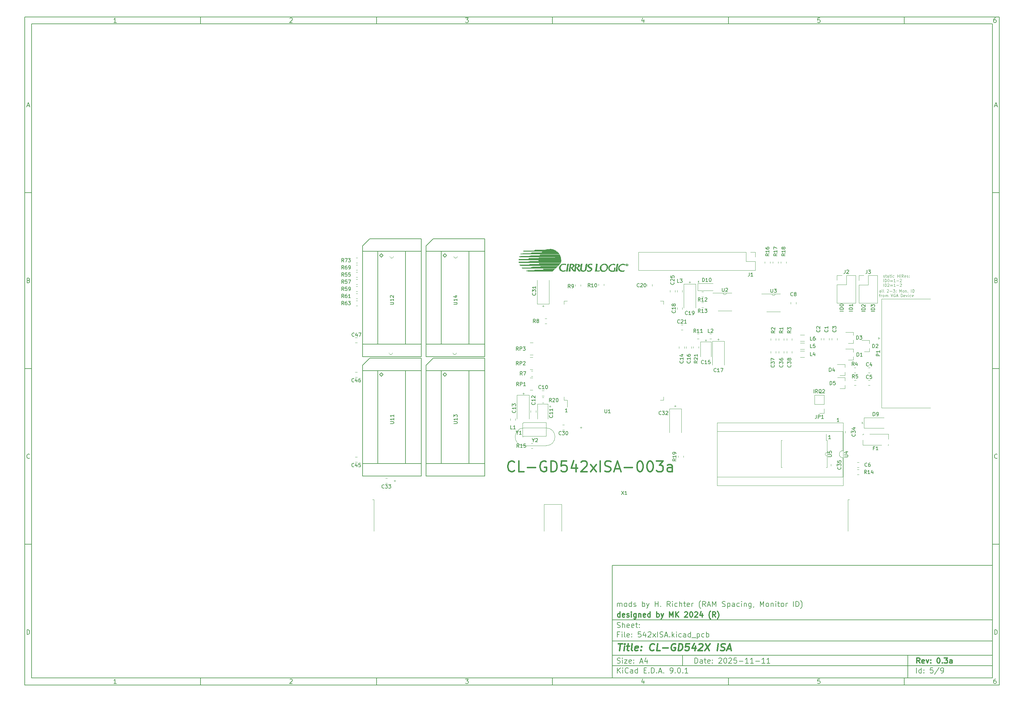
<source format=gto>
%TF.GenerationSoftware,KiCad,Pcbnew,9.0.1*%
%TF.CreationDate,2025-11-11T13:16:59+01:00*%
%TF.ProjectId,542xISA,35343278-4953-4412-9e6b-696361645f70,0.3a*%
%TF.SameCoordinates,Original*%
%TF.FileFunction,Legend,Top*%
%TF.FilePolarity,Positive*%
%FSLAX46Y46*%
G04 Gerber Fmt 4.6, Leading zero omitted, Abs format (unit mm)*
G04 Created by KiCad (PCBNEW 9.0.1) date 2025-11-11 13:16:59*
%MOMM*%
%LPD*%
G01*
G04 APERTURE LIST*
%ADD10C,0.100000*%
%ADD11C,0.150000*%
%ADD12C,0.300000*%
%ADD13C,0.400000*%
%ADD14C,0.120000*%
%ADD15C,0.125000*%
%ADD16C,0.200000*%
%ADD17C,0.010000*%
G04 APERTURE END LIST*
D10*
D11*
X177002200Y-166007200D02*
X285002200Y-166007200D01*
X285002200Y-198007200D01*
X177002200Y-198007200D01*
X177002200Y-166007200D01*
D10*
D11*
X10000000Y-10000000D02*
X287002200Y-10000000D01*
X287002200Y-200007200D01*
X10000000Y-200007200D01*
X10000000Y-10000000D01*
D10*
D11*
X12000000Y-12000000D02*
X285002200Y-12000000D01*
X285002200Y-198007200D01*
X12000000Y-198007200D01*
X12000000Y-12000000D01*
D10*
D11*
X60000000Y-12000000D02*
X60000000Y-10000000D01*
D10*
D11*
X110000000Y-12000000D02*
X110000000Y-10000000D01*
D10*
D11*
X160000000Y-12000000D02*
X160000000Y-10000000D01*
D10*
D11*
X210000000Y-12000000D02*
X210000000Y-10000000D01*
D10*
D11*
X260000000Y-12000000D02*
X260000000Y-10000000D01*
D10*
D11*
X36089160Y-11593604D02*
X35346303Y-11593604D01*
X35717731Y-11593604D02*
X35717731Y-10293604D01*
X35717731Y-10293604D02*
X35593922Y-10479319D01*
X35593922Y-10479319D02*
X35470112Y-10603128D01*
X35470112Y-10603128D02*
X35346303Y-10665033D01*
D10*
D11*
X85346303Y-10417414D02*
X85408207Y-10355509D01*
X85408207Y-10355509D02*
X85532017Y-10293604D01*
X85532017Y-10293604D02*
X85841541Y-10293604D01*
X85841541Y-10293604D02*
X85965350Y-10355509D01*
X85965350Y-10355509D02*
X86027255Y-10417414D01*
X86027255Y-10417414D02*
X86089160Y-10541223D01*
X86089160Y-10541223D02*
X86089160Y-10665033D01*
X86089160Y-10665033D02*
X86027255Y-10850747D01*
X86027255Y-10850747D02*
X85284398Y-11593604D01*
X85284398Y-11593604D02*
X86089160Y-11593604D01*
D10*
D11*
X135284398Y-10293604D02*
X136089160Y-10293604D01*
X136089160Y-10293604D02*
X135655826Y-10788842D01*
X135655826Y-10788842D02*
X135841541Y-10788842D01*
X135841541Y-10788842D02*
X135965350Y-10850747D01*
X135965350Y-10850747D02*
X136027255Y-10912652D01*
X136027255Y-10912652D02*
X136089160Y-11036461D01*
X136089160Y-11036461D02*
X136089160Y-11345985D01*
X136089160Y-11345985D02*
X136027255Y-11469795D01*
X136027255Y-11469795D02*
X135965350Y-11531700D01*
X135965350Y-11531700D02*
X135841541Y-11593604D01*
X135841541Y-11593604D02*
X135470112Y-11593604D01*
X135470112Y-11593604D02*
X135346303Y-11531700D01*
X135346303Y-11531700D02*
X135284398Y-11469795D01*
D10*
D11*
X185965350Y-10726938D02*
X185965350Y-11593604D01*
X185655826Y-10231700D02*
X185346303Y-11160271D01*
X185346303Y-11160271D02*
X186151064Y-11160271D01*
D10*
D11*
X236027255Y-10293604D02*
X235408207Y-10293604D01*
X235408207Y-10293604D02*
X235346303Y-10912652D01*
X235346303Y-10912652D02*
X235408207Y-10850747D01*
X235408207Y-10850747D02*
X235532017Y-10788842D01*
X235532017Y-10788842D02*
X235841541Y-10788842D01*
X235841541Y-10788842D02*
X235965350Y-10850747D01*
X235965350Y-10850747D02*
X236027255Y-10912652D01*
X236027255Y-10912652D02*
X236089160Y-11036461D01*
X236089160Y-11036461D02*
X236089160Y-11345985D01*
X236089160Y-11345985D02*
X236027255Y-11469795D01*
X236027255Y-11469795D02*
X235965350Y-11531700D01*
X235965350Y-11531700D02*
X235841541Y-11593604D01*
X235841541Y-11593604D02*
X235532017Y-11593604D01*
X235532017Y-11593604D02*
X235408207Y-11531700D01*
X235408207Y-11531700D02*
X235346303Y-11469795D01*
D10*
D11*
X285965350Y-10293604D02*
X285717731Y-10293604D01*
X285717731Y-10293604D02*
X285593922Y-10355509D01*
X285593922Y-10355509D02*
X285532017Y-10417414D01*
X285532017Y-10417414D02*
X285408207Y-10603128D01*
X285408207Y-10603128D02*
X285346303Y-10850747D01*
X285346303Y-10850747D02*
X285346303Y-11345985D01*
X285346303Y-11345985D02*
X285408207Y-11469795D01*
X285408207Y-11469795D02*
X285470112Y-11531700D01*
X285470112Y-11531700D02*
X285593922Y-11593604D01*
X285593922Y-11593604D02*
X285841541Y-11593604D01*
X285841541Y-11593604D02*
X285965350Y-11531700D01*
X285965350Y-11531700D02*
X286027255Y-11469795D01*
X286027255Y-11469795D02*
X286089160Y-11345985D01*
X286089160Y-11345985D02*
X286089160Y-11036461D01*
X286089160Y-11036461D02*
X286027255Y-10912652D01*
X286027255Y-10912652D02*
X285965350Y-10850747D01*
X285965350Y-10850747D02*
X285841541Y-10788842D01*
X285841541Y-10788842D02*
X285593922Y-10788842D01*
X285593922Y-10788842D02*
X285470112Y-10850747D01*
X285470112Y-10850747D02*
X285408207Y-10912652D01*
X285408207Y-10912652D02*
X285346303Y-11036461D01*
D10*
D11*
X60000000Y-198007200D02*
X60000000Y-200007200D01*
D10*
D11*
X110000000Y-198007200D02*
X110000000Y-200007200D01*
D10*
D11*
X160000000Y-198007200D02*
X160000000Y-200007200D01*
D10*
D11*
X210000000Y-198007200D02*
X210000000Y-200007200D01*
D10*
D11*
X260000000Y-198007200D02*
X260000000Y-200007200D01*
D10*
D11*
X36089160Y-199600804D02*
X35346303Y-199600804D01*
X35717731Y-199600804D02*
X35717731Y-198300804D01*
X35717731Y-198300804D02*
X35593922Y-198486519D01*
X35593922Y-198486519D02*
X35470112Y-198610328D01*
X35470112Y-198610328D02*
X35346303Y-198672233D01*
D10*
D11*
X85346303Y-198424614D02*
X85408207Y-198362709D01*
X85408207Y-198362709D02*
X85532017Y-198300804D01*
X85532017Y-198300804D02*
X85841541Y-198300804D01*
X85841541Y-198300804D02*
X85965350Y-198362709D01*
X85965350Y-198362709D02*
X86027255Y-198424614D01*
X86027255Y-198424614D02*
X86089160Y-198548423D01*
X86089160Y-198548423D02*
X86089160Y-198672233D01*
X86089160Y-198672233D02*
X86027255Y-198857947D01*
X86027255Y-198857947D02*
X85284398Y-199600804D01*
X85284398Y-199600804D02*
X86089160Y-199600804D01*
D10*
D11*
X135284398Y-198300804D02*
X136089160Y-198300804D01*
X136089160Y-198300804D02*
X135655826Y-198796042D01*
X135655826Y-198796042D02*
X135841541Y-198796042D01*
X135841541Y-198796042D02*
X135965350Y-198857947D01*
X135965350Y-198857947D02*
X136027255Y-198919852D01*
X136027255Y-198919852D02*
X136089160Y-199043661D01*
X136089160Y-199043661D02*
X136089160Y-199353185D01*
X136089160Y-199353185D02*
X136027255Y-199476995D01*
X136027255Y-199476995D02*
X135965350Y-199538900D01*
X135965350Y-199538900D02*
X135841541Y-199600804D01*
X135841541Y-199600804D02*
X135470112Y-199600804D01*
X135470112Y-199600804D02*
X135346303Y-199538900D01*
X135346303Y-199538900D02*
X135284398Y-199476995D01*
D10*
D11*
X185965350Y-198734138D02*
X185965350Y-199600804D01*
X185655826Y-198238900D02*
X185346303Y-199167471D01*
X185346303Y-199167471D02*
X186151064Y-199167471D01*
D10*
D11*
X236027255Y-198300804D02*
X235408207Y-198300804D01*
X235408207Y-198300804D02*
X235346303Y-198919852D01*
X235346303Y-198919852D02*
X235408207Y-198857947D01*
X235408207Y-198857947D02*
X235532017Y-198796042D01*
X235532017Y-198796042D02*
X235841541Y-198796042D01*
X235841541Y-198796042D02*
X235965350Y-198857947D01*
X235965350Y-198857947D02*
X236027255Y-198919852D01*
X236027255Y-198919852D02*
X236089160Y-199043661D01*
X236089160Y-199043661D02*
X236089160Y-199353185D01*
X236089160Y-199353185D02*
X236027255Y-199476995D01*
X236027255Y-199476995D02*
X235965350Y-199538900D01*
X235965350Y-199538900D02*
X235841541Y-199600804D01*
X235841541Y-199600804D02*
X235532017Y-199600804D01*
X235532017Y-199600804D02*
X235408207Y-199538900D01*
X235408207Y-199538900D02*
X235346303Y-199476995D01*
D10*
D11*
X285965350Y-198300804D02*
X285717731Y-198300804D01*
X285717731Y-198300804D02*
X285593922Y-198362709D01*
X285593922Y-198362709D02*
X285532017Y-198424614D01*
X285532017Y-198424614D02*
X285408207Y-198610328D01*
X285408207Y-198610328D02*
X285346303Y-198857947D01*
X285346303Y-198857947D02*
X285346303Y-199353185D01*
X285346303Y-199353185D02*
X285408207Y-199476995D01*
X285408207Y-199476995D02*
X285470112Y-199538900D01*
X285470112Y-199538900D02*
X285593922Y-199600804D01*
X285593922Y-199600804D02*
X285841541Y-199600804D01*
X285841541Y-199600804D02*
X285965350Y-199538900D01*
X285965350Y-199538900D02*
X286027255Y-199476995D01*
X286027255Y-199476995D02*
X286089160Y-199353185D01*
X286089160Y-199353185D02*
X286089160Y-199043661D01*
X286089160Y-199043661D02*
X286027255Y-198919852D01*
X286027255Y-198919852D02*
X285965350Y-198857947D01*
X285965350Y-198857947D02*
X285841541Y-198796042D01*
X285841541Y-198796042D02*
X285593922Y-198796042D01*
X285593922Y-198796042D02*
X285470112Y-198857947D01*
X285470112Y-198857947D02*
X285408207Y-198919852D01*
X285408207Y-198919852D02*
X285346303Y-199043661D01*
D10*
D11*
X10000000Y-60000000D02*
X12000000Y-60000000D01*
D10*
D11*
X10000000Y-110000000D02*
X12000000Y-110000000D01*
D10*
D11*
X10000000Y-160000000D02*
X12000000Y-160000000D01*
D10*
D11*
X10690476Y-35222176D02*
X11309523Y-35222176D01*
X10566666Y-35593604D02*
X10999999Y-34293604D01*
X10999999Y-34293604D02*
X11433333Y-35593604D01*
D10*
D11*
X11092857Y-84912652D02*
X11278571Y-84974557D01*
X11278571Y-84974557D02*
X11340476Y-85036461D01*
X11340476Y-85036461D02*
X11402380Y-85160271D01*
X11402380Y-85160271D02*
X11402380Y-85345985D01*
X11402380Y-85345985D02*
X11340476Y-85469795D01*
X11340476Y-85469795D02*
X11278571Y-85531700D01*
X11278571Y-85531700D02*
X11154761Y-85593604D01*
X11154761Y-85593604D02*
X10659523Y-85593604D01*
X10659523Y-85593604D02*
X10659523Y-84293604D01*
X10659523Y-84293604D02*
X11092857Y-84293604D01*
X11092857Y-84293604D02*
X11216666Y-84355509D01*
X11216666Y-84355509D02*
X11278571Y-84417414D01*
X11278571Y-84417414D02*
X11340476Y-84541223D01*
X11340476Y-84541223D02*
X11340476Y-84665033D01*
X11340476Y-84665033D02*
X11278571Y-84788842D01*
X11278571Y-84788842D02*
X11216666Y-84850747D01*
X11216666Y-84850747D02*
X11092857Y-84912652D01*
X11092857Y-84912652D02*
X10659523Y-84912652D01*
D10*
D11*
X11402380Y-135469795D02*
X11340476Y-135531700D01*
X11340476Y-135531700D02*
X11154761Y-135593604D01*
X11154761Y-135593604D02*
X11030952Y-135593604D01*
X11030952Y-135593604D02*
X10845238Y-135531700D01*
X10845238Y-135531700D02*
X10721428Y-135407890D01*
X10721428Y-135407890D02*
X10659523Y-135284080D01*
X10659523Y-135284080D02*
X10597619Y-135036461D01*
X10597619Y-135036461D02*
X10597619Y-134850747D01*
X10597619Y-134850747D02*
X10659523Y-134603128D01*
X10659523Y-134603128D02*
X10721428Y-134479319D01*
X10721428Y-134479319D02*
X10845238Y-134355509D01*
X10845238Y-134355509D02*
X11030952Y-134293604D01*
X11030952Y-134293604D02*
X11154761Y-134293604D01*
X11154761Y-134293604D02*
X11340476Y-134355509D01*
X11340476Y-134355509D02*
X11402380Y-134417414D01*
D10*
D11*
X10659523Y-185593604D02*
X10659523Y-184293604D01*
X10659523Y-184293604D02*
X10969047Y-184293604D01*
X10969047Y-184293604D02*
X11154761Y-184355509D01*
X11154761Y-184355509D02*
X11278571Y-184479319D01*
X11278571Y-184479319D02*
X11340476Y-184603128D01*
X11340476Y-184603128D02*
X11402380Y-184850747D01*
X11402380Y-184850747D02*
X11402380Y-185036461D01*
X11402380Y-185036461D02*
X11340476Y-185284080D01*
X11340476Y-185284080D02*
X11278571Y-185407890D01*
X11278571Y-185407890D02*
X11154761Y-185531700D01*
X11154761Y-185531700D02*
X10969047Y-185593604D01*
X10969047Y-185593604D02*
X10659523Y-185593604D01*
D10*
D11*
X287002200Y-60000000D02*
X285002200Y-60000000D01*
D10*
D11*
X287002200Y-110000000D02*
X285002200Y-110000000D01*
D10*
D11*
X287002200Y-160000000D02*
X285002200Y-160000000D01*
D10*
D11*
X285692676Y-35222176D02*
X286311723Y-35222176D01*
X285568866Y-35593604D02*
X286002199Y-34293604D01*
X286002199Y-34293604D02*
X286435533Y-35593604D01*
D10*
D11*
X286095057Y-84912652D02*
X286280771Y-84974557D01*
X286280771Y-84974557D02*
X286342676Y-85036461D01*
X286342676Y-85036461D02*
X286404580Y-85160271D01*
X286404580Y-85160271D02*
X286404580Y-85345985D01*
X286404580Y-85345985D02*
X286342676Y-85469795D01*
X286342676Y-85469795D02*
X286280771Y-85531700D01*
X286280771Y-85531700D02*
X286156961Y-85593604D01*
X286156961Y-85593604D02*
X285661723Y-85593604D01*
X285661723Y-85593604D02*
X285661723Y-84293604D01*
X285661723Y-84293604D02*
X286095057Y-84293604D01*
X286095057Y-84293604D02*
X286218866Y-84355509D01*
X286218866Y-84355509D02*
X286280771Y-84417414D01*
X286280771Y-84417414D02*
X286342676Y-84541223D01*
X286342676Y-84541223D02*
X286342676Y-84665033D01*
X286342676Y-84665033D02*
X286280771Y-84788842D01*
X286280771Y-84788842D02*
X286218866Y-84850747D01*
X286218866Y-84850747D02*
X286095057Y-84912652D01*
X286095057Y-84912652D02*
X285661723Y-84912652D01*
D10*
D11*
X286404580Y-135469795D02*
X286342676Y-135531700D01*
X286342676Y-135531700D02*
X286156961Y-135593604D01*
X286156961Y-135593604D02*
X286033152Y-135593604D01*
X286033152Y-135593604D02*
X285847438Y-135531700D01*
X285847438Y-135531700D02*
X285723628Y-135407890D01*
X285723628Y-135407890D02*
X285661723Y-135284080D01*
X285661723Y-135284080D02*
X285599819Y-135036461D01*
X285599819Y-135036461D02*
X285599819Y-134850747D01*
X285599819Y-134850747D02*
X285661723Y-134603128D01*
X285661723Y-134603128D02*
X285723628Y-134479319D01*
X285723628Y-134479319D02*
X285847438Y-134355509D01*
X285847438Y-134355509D02*
X286033152Y-134293604D01*
X286033152Y-134293604D02*
X286156961Y-134293604D01*
X286156961Y-134293604D02*
X286342676Y-134355509D01*
X286342676Y-134355509D02*
X286404580Y-134417414D01*
D10*
D11*
X285661723Y-185593604D02*
X285661723Y-184293604D01*
X285661723Y-184293604D02*
X285971247Y-184293604D01*
X285971247Y-184293604D02*
X286156961Y-184355509D01*
X286156961Y-184355509D02*
X286280771Y-184479319D01*
X286280771Y-184479319D02*
X286342676Y-184603128D01*
X286342676Y-184603128D02*
X286404580Y-184850747D01*
X286404580Y-184850747D02*
X286404580Y-185036461D01*
X286404580Y-185036461D02*
X286342676Y-185284080D01*
X286342676Y-185284080D02*
X286280771Y-185407890D01*
X286280771Y-185407890D02*
X286156961Y-185531700D01*
X286156961Y-185531700D02*
X285971247Y-185593604D01*
X285971247Y-185593604D02*
X285661723Y-185593604D01*
D10*
D11*
X200458026Y-193793328D02*
X200458026Y-192293328D01*
X200458026Y-192293328D02*
X200815169Y-192293328D01*
X200815169Y-192293328D02*
X201029455Y-192364757D01*
X201029455Y-192364757D02*
X201172312Y-192507614D01*
X201172312Y-192507614D02*
X201243741Y-192650471D01*
X201243741Y-192650471D02*
X201315169Y-192936185D01*
X201315169Y-192936185D02*
X201315169Y-193150471D01*
X201315169Y-193150471D02*
X201243741Y-193436185D01*
X201243741Y-193436185D02*
X201172312Y-193579042D01*
X201172312Y-193579042D02*
X201029455Y-193721900D01*
X201029455Y-193721900D02*
X200815169Y-193793328D01*
X200815169Y-193793328D02*
X200458026Y-193793328D01*
X202600884Y-193793328D02*
X202600884Y-193007614D01*
X202600884Y-193007614D02*
X202529455Y-192864757D01*
X202529455Y-192864757D02*
X202386598Y-192793328D01*
X202386598Y-192793328D02*
X202100884Y-192793328D01*
X202100884Y-192793328D02*
X201958026Y-192864757D01*
X202600884Y-193721900D02*
X202458026Y-193793328D01*
X202458026Y-193793328D02*
X202100884Y-193793328D01*
X202100884Y-193793328D02*
X201958026Y-193721900D01*
X201958026Y-193721900D02*
X201886598Y-193579042D01*
X201886598Y-193579042D02*
X201886598Y-193436185D01*
X201886598Y-193436185D02*
X201958026Y-193293328D01*
X201958026Y-193293328D02*
X202100884Y-193221900D01*
X202100884Y-193221900D02*
X202458026Y-193221900D01*
X202458026Y-193221900D02*
X202600884Y-193150471D01*
X203100884Y-192793328D02*
X203672312Y-192793328D01*
X203315169Y-192293328D02*
X203315169Y-193579042D01*
X203315169Y-193579042D02*
X203386598Y-193721900D01*
X203386598Y-193721900D02*
X203529455Y-193793328D01*
X203529455Y-193793328D02*
X203672312Y-193793328D01*
X204743741Y-193721900D02*
X204600884Y-193793328D01*
X204600884Y-193793328D02*
X204315170Y-193793328D01*
X204315170Y-193793328D02*
X204172312Y-193721900D01*
X204172312Y-193721900D02*
X204100884Y-193579042D01*
X204100884Y-193579042D02*
X204100884Y-193007614D01*
X204100884Y-193007614D02*
X204172312Y-192864757D01*
X204172312Y-192864757D02*
X204315170Y-192793328D01*
X204315170Y-192793328D02*
X204600884Y-192793328D01*
X204600884Y-192793328D02*
X204743741Y-192864757D01*
X204743741Y-192864757D02*
X204815170Y-193007614D01*
X204815170Y-193007614D02*
X204815170Y-193150471D01*
X204815170Y-193150471D02*
X204100884Y-193293328D01*
X205458026Y-193650471D02*
X205529455Y-193721900D01*
X205529455Y-193721900D02*
X205458026Y-193793328D01*
X205458026Y-193793328D02*
X205386598Y-193721900D01*
X205386598Y-193721900D02*
X205458026Y-193650471D01*
X205458026Y-193650471D02*
X205458026Y-193793328D01*
X205458026Y-192864757D02*
X205529455Y-192936185D01*
X205529455Y-192936185D02*
X205458026Y-193007614D01*
X205458026Y-193007614D02*
X205386598Y-192936185D01*
X205386598Y-192936185D02*
X205458026Y-192864757D01*
X205458026Y-192864757D02*
X205458026Y-193007614D01*
X207243741Y-192436185D02*
X207315169Y-192364757D01*
X207315169Y-192364757D02*
X207458027Y-192293328D01*
X207458027Y-192293328D02*
X207815169Y-192293328D01*
X207815169Y-192293328D02*
X207958027Y-192364757D01*
X207958027Y-192364757D02*
X208029455Y-192436185D01*
X208029455Y-192436185D02*
X208100884Y-192579042D01*
X208100884Y-192579042D02*
X208100884Y-192721900D01*
X208100884Y-192721900D02*
X208029455Y-192936185D01*
X208029455Y-192936185D02*
X207172312Y-193793328D01*
X207172312Y-193793328D02*
X208100884Y-193793328D01*
X209029455Y-192293328D02*
X209172312Y-192293328D01*
X209172312Y-192293328D02*
X209315169Y-192364757D01*
X209315169Y-192364757D02*
X209386598Y-192436185D01*
X209386598Y-192436185D02*
X209458026Y-192579042D01*
X209458026Y-192579042D02*
X209529455Y-192864757D01*
X209529455Y-192864757D02*
X209529455Y-193221900D01*
X209529455Y-193221900D02*
X209458026Y-193507614D01*
X209458026Y-193507614D02*
X209386598Y-193650471D01*
X209386598Y-193650471D02*
X209315169Y-193721900D01*
X209315169Y-193721900D02*
X209172312Y-193793328D01*
X209172312Y-193793328D02*
X209029455Y-193793328D01*
X209029455Y-193793328D02*
X208886598Y-193721900D01*
X208886598Y-193721900D02*
X208815169Y-193650471D01*
X208815169Y-193650471D02*
X208743740Y-193507614D01*
X208743740Y-193507614D02*
X208672312Y-193221900D01*
X208672312Y-193221900D02*
X208672312Y-192864757D01*
X208672312Y-192864757D02*
X208743740Y-192579042D01*
X208743740Y-192579042D02*
X208815169Y-192436185D01*
X208815169Y-192436185D02*
X208886598Y-192364757D01*
X208886598Y-192364757D02*
X209029455Y-192293328D01*
X210100883Y-192436185D02*
X210172311Y-192364757D01*
X210172311Y-192364757D02*
X210315169Y-192293328D01*
X210315169Y-192293328D02*
X210672311Y-192293328D01*
X210672311Y-192293328D02*
X210815169Y-192364757D01*
X210815169Y-192364757D02*
X210886597Y-192436185D01*
X210886597Y-192436185D02*
X210958026Y-192579042D01*
X210958026Y-192579042D02*
X210958026Y-192721900D01*
X210958026Y-192721900D02*
X210886597Y-192936185D01*
X210886597Y-192936185D02*
X210029454Y-193793328D01*
X210029454Y-193793328D02*
X210958026Y-193793328D01*
X212315168Y-192293328D02*
X211600882Y-192293328D01*
X211600882Y-192293328D02*
X211529454Y-193007614D01*
X211529454Y-193007614D02*
X211600882Y-192936185D01*
X211600882Y-192936185D02*
X211743740Y-192864757D01*
X211743740Y-192864757D02*
X212100882Y-192864757D01*
X212100882Y-192864757D02*
X212243740Y-192936185D01*
X212243740Y-192936185D02*
X212315168Y-193007614D01*
X212315168Y-193007614D02*
X212386597Y-193150471D01*
X212386597Y-193150471D02*
X212386597Y-193507614D01*
X212386597Y-193507614D02*
X212315168Y-193650471D01*
X212315168Y-193650471D02*
X212243740Y-193721900D01*
X212243740Y-193721900D02*
X212100882Y-193793328D01*
X212100882Y-193793328D02*
X211743740Y-193793328D01*
X211743740Y-193793328D02*
X211600882Y-193721900D01*
X211600882Y-193721900D02*
X211529454Y-193650471D01*
X213029453Y-193221900D02*
X214172311Y-193221900D01*
X215672311Y-193793328D02*
X214815168Y-193793328D01*
X215243739Y-193793328D02*
X215243739Y-192293328D01*
X215243739Y-192293328D02*
X215100882Y-192507614D01*
X215100882Y-192507614D02*
X214958025Y-192650471D01*
X214958025Y-192650471D02*
X214815168Y-192721900D01*
X217100882Y-193793328D02*
X216243739Y-193793328D01*
X216672310Y-193793328D02*
X216672310Y-192293328D01*
X216672310Y-192293328D02*
X216529453Y-192507614D01*
X216529453Y-192507614D02*
X216386596Y-192650471D01*
X216386596Y-192650471D02*
X216243739Y-192721900D01*
X217743738Y-193221900D02*
X218886596Y-193221900D01*
X220386596Y-193793328D02*
X219529453Y-193793328D01*
X219958024Y-193793328D02*
X219958024Y-192293328D01*
X219958024Y-192293328D02*
X219815167Y-192507614D01*
X219815167Y-192507614D02*
X219672310Y-192650471D01*
X219672310Y-192650471D02*
X219529453Y-192721900D01*
X221815167Y-193793328D02*
X220958024Y-193793328D01*
X221386595Y-193793328D02*
X221386595Y-192293328D01*
X221386595Y-192293328D02*
X221243738Y-192507614D01*
X221243738Y-192507614D02*
X221100881Y-192650471D01*
X221100881Y-192650471D02*
X220958024Y-192721900D01*
D10*
D11*
X177002200Y-194507200D02*
X285002200Y-194507200D01*
D10*
D11*
X178458026Y-196593328D02*
X178458026Y-195093328D01*
X179315169Y-196593328D02*
X178672312Y-195736185D01*
X179315169Y-195093328D02*
X178458026Y-195950471D01*
X179958026Y-196593328D02*
X179958026Y-195593328D01*
X179958026Y-195093328D02*
X179886598Y-195164757D01*
X179886598Y-195164757D02*
X179958026Y-195236185D01*
X179958026Y-195236185D02*
X180029455Y-195164757D01*
X180029455Y-195164757D02*
X179958026Y-195093328D01*
X179958026Y-195093328D02*
X179958026Y-195236185D01*
X181529455Y-196450471D02*
X181458027Y-196521900D01*
X181458027Y-196521900D02*
X181243741Y-196593328D01*
X181243741Y-196593328D02*
X181100884Y-196593328D01*
X181100884Y-196593328D02*
X180886598Y-196521900D01*
X180886598Y-196521900D02*
X180743741Y-196379042D01*
X180743741Y-196379042D02*
X180672312Y-196236185D01*
X180672312Y-196236185D02*
X180600884Y-195950471D01*
X180600884Y-195950471D02*
X180600884Y-195736185D01*
X180600884Y-195736185D02*
X180672312Y-195450471D01*
X180672312Y-195450471D02*
X180743741Y-195307614D01*
X180743741Y-195307614D02*
X180886598Y-195164757D01*
X180886598Y-195164757D02*
X181100884Y-195093328D01*
X181100884Y-195093328D02*
X181243741Y-195093328D01*
X181243741Y-195093328D02*
X181458027Y-195164757D01*
X181458027Y-195164757D02*
X181529455Y-195236185D01*
X182815170Y-196593328D02*
X182815170Y-195807614D01*
X182815170Y-195807614D02*
X182743741Y-195664757D01*
X182743741Y-195664757D02*
X182600884Y-195593328D01*
X182600884Y-195593328D02*
X182315170Y-195593328D01*
X182315170Y-195593328D02*
X182172312Y-195664757D01*
X182815170Y-196521900D02*
X182672312Y-196593328D01*
X182672312Y-196593328D02*
X182315170Y-196593328D01*
X182315170Y-196593328D02*
X182172312Y-196521900D01*
X182172312Y-196521900D02*
X182100884Y-196379042D01*
X182100884Y-196379042D02*
X182100884Y-196236185D01*
X182100884Y-196236185D02*
X182172312Y-196093328D01*
X182172312Y-196093328D02*
X182315170Y-196021900D01*
X182315170Y-196021900D02*
X182672312Y-196021900D01*
X182672312Y-196021900D02*
X182815170Y-195950471D01*
X184172313Y-196593328D02*
X184172313Y-195093328D01*
X184172313Y-196521900D02*
X184029455Y-196593328D01*
X184029455Y-196593328D02*
X183743741Y-196593328D01*
X183743741Y-196593328D02*
X183600884Y-196521900D01*
X183600884Y-196521900D02*
X183529455Y-196450471D01*
X183529455Y-196450471D02*
X183458027Y-196307614D01*
X183458027Y-196307614D02*
X183458027Y-195879042D01*
X183458027Y-195879042D02*
X183529455Y-195736185D01*
X183529455Y-195736185D02*
X183600884Y-195664757D01*
X183600884Y-195664757D02*
X183743741Y-195593328D01*
X183743741Y-195593328D02*
X184029455Y-195593328D01*
X184029455Y-195593328D02*
X184172313Y-195664757D01*
X186029455Y-195807614D02*
X186529455Y-195807614D01*
X186743741Y-196593328D02*
X186029455Y-196593328D01*
X186029455Y-196593328D02*
X186029455Y-195093328D01*
X186029455Y-195093328D02*
X186743741Y-195093328D01*
X187386598Y-196450471D02*
X187458027Y-196521900D01*
X187458027Y-196521900D02*
X187386598Y-196593328D01*
X187386598Y-196593328D02*
X187315170Y-196521900D01*
X187315170Y-196521900D02*
X187386598Y-196450471D01*
X187386598Y-196450471D02*
X187386598Y-196593328D01*
X188100884Y-196593328D02*
X188100884Y-195093328D01*
X188100884Y-195093328D02*
X188458027Y-195093328D01*
X188458027Y-195093328D02*
X188672313Y-195164757D01*
X188672313Y-195164757D02*
X188815170Y-195307614D01*
X188815170Y-195307614D02*
X188886599Y-195450471D01*
X188886599Y-195450471D02*
X188958027Y-195736185D01*
X188958027Y-195736185D02*
X188958027Y-195950471D01*
X188958027Y-195950471D02*
X188886599Y-196236185D01*
X188886599Y-196236185D02*
X188815170Y-196379042D01*
X188815170Y-196379042D02*
X188672313Y-196521900D01*
X188672313Y-196521900D02*
X188458027Y-196593328D01*
X188458027Y-196593328D02*
X188100884Y-196593328D01*
X189600884Y-196450471D02*
X189672313Y-196521900D01*
X189672313Y-196521900D02*
X189600884Y-196593328D01*
X189600884Y-196593328D02*
X189529456Y-196521900D01*
X189529456Y-196521900D02*
X189600884Y-196450471D01*
X189600884Y-196450471D02*
X189600884Y-196593328D01*
X190243742Y-196164757D02*
X190958028Y-196164757D01*
X190100885Y-196593328D02*
X190600885Y-195093328D01*
X190600885Y-195093328D02*
X191100885Y-196593328D01*
X191600884Y-196450471D02*
X191672313Y-196521900D01*
X191672313Y-196521900D02*
X191600884Y-196593328D01*
X191600884Y-196593328D02*
X191529456Y-196521900D01*
X191529456Y-196521900D02*
X191600884Y-196450471D01*
X191600884Y-196450471D02*
X191600884Y-196593328D01*
X193529456Y-196593328D02*
X193815170Y-196593328D01*
X193815170Y-196593328D02*
X193958027Y-196521900D01*
X193958027Y-196521900D02*
X194029456Y-196450471D01*
X194029456Y-196450471D02*
X194172313Y-196236185D01*
X194172313Y-196236185D02*
X194243742Y-195950471D01*
X194243742Y-195950471D02*
X194243742Y-195379042D01*
X194243742Y-195379042D02*
X194172313Y-195236185D01*
X194172313Y-195236185D02*
X194100885Y-195164757D01*
X194100885Y-195164757D02*
X193958027Y-195093328D01*
X193958027Y-195093328D02*
X193672313Y-195093328D01*
X193672313Y-195093328D02*
X193529456Y-195164757D01*
X193529456Y-195164757D02*
X193458027Y-195236185D01*
X193458027Y-195236185D02*
X193386599Y-195379042D01*
X193386599Y-195379042D02*
X193386599Y-195736185D01*
X193386599Y-195736185D02*
X193458027Y-195879042D01*
X193458027Y-195879042D02*
X193529456Y-195950471D01*
X193529456Y-195950471D02*
X193672313Y-196021900D01*
X193672313Y-196021900D02*
X193958027Y-196021900D01*
X193958027Y-196021900D02*
X194100885Y-195950471D01*
X194100885Y-195950471D02*
X194172313Y-195879042D01*
X194172313Y-195879042D02*
X194243742Y-195736185D01*
X194886598Y-196450471D02*
X194958027Y-196521900D01*
X194958027Y-196521900D02*
X194886598Y-196593328D01*
X194886598Y-196593328D02*
X194815170Y-196521900D01*
X194815170Y-196521900D02*
X194886598Y-196450471D01*
X194886598Y-196450471D02*
X194886598Y-196593328D01*
X195886599Y-195093328D02*
X196029456Y-195093328D01*
X196029456Y-195093328D02*
X196172313Y-195164757D01*
X196172313Y-195164757D02*
X196243742Y-195236185D01*
X196243742Y-195236185D02*
X196315170Y-195379042D01*
X196315170Y-195379042D02*
X196386599Y-195664757D01*
X196386599Y-195664757D02*
X196386599Y-196021900D01*
X196386599Y-196021900D02*
X196315170Y-196307614D01*
X196315170Y-196307614D02*
X196243742Y-196450471D01*
X196243742Y-196450471D02*
X196172313Y-196521900D01*
X196172313Y-196521900D02*
X196029456Y-196593328D01*
X196029456Y-196593328D02*
X195886599Y-196593328D01*
X195886599Y-196593328D02*
X195743742Y-196521900D01*
X195743742Y-196521900D02*
X195672313Y-196450471D01*
X195672313Y-196450471D02*
X195600884Y-196307614D01*
X195600884Y-196307614D02*
X195529456Y-196021900D01*
X195529456Y-196021900D02*
X195529456Y-195664757D01*
X195529456Y-195664757D02*
X195600884Y-195379042D01*
X195600884Y-195379042D02*
X195672313Y-195236185D01*
X195672313Y-195236185D02*
X195743742Y-195164757D01*
X195743742Y-195164757D02*
X195886599Y-195093328D01*
X197029455Y-196450471D02*
X197100884Y-196521900D01*
X197100884Y-196521900D02*
X197029455Y-196593328D01*
X197029455Y-196593328D02*
X196958027Y-196521900D01*
X196958027Y-196521900D02*
X197029455Y-196450471D01*
X197029455Y-196450471D02*
X197029455Y-196593328D01*
X198529456Y-196593328D02*
X197672313Y-196593328D01*
X198100884Y-196593328D02*
X198100884Y-195093328D01*
X198100884Y-195093328D02*
X197958027Y-195307614D01*
X197958027Y-195307614D02*
X197815170Y-195450471D01*
X197815170Y-195450471D02*
X197672313Y-195521900D01*
D10*
D11*
X177002200Y-191507200D02*
X285002200Y-191507200D01*
D10*
D12*
X264413853Y-193785528D02*
X263913853Y-193071242D01*
X263556710Y-193785528D02*
X263556710Y-192285528D01*
X263556710Y-192285528D02*
X264128139Y-192285528D01*
X264128139Y-192285528D02*
X264270996Y-192356957D01*
X264270996Y-192356957D02*
X264342425Y-192428385D01*
X264342425Y-192428385D02*
X264413853Y-192571242D01*
X264413853Y-192571242D02*
X264413853Y-192785528D01*
X264413853Y-192785528D02*
X264342425Y-192928385D01*
X264342425Y-192928385D02*
X264270996Y-192999814D01*
X264270996Y-192999814D02*
X264128139Y-193071242D01*
X264128139Y-193071242D02*
X263556710Y-193071242D01*
X265628139Y-193714100D02*
X265485282Y-193785528D01*
X265485282Y-193785528D02*
X265199568Y-193785528D01*
X265199568Y-193785528D02*
X265056710Y-193714100D01*
X265056710Y-193714100D02*
X264985282Y-193571242D01*
X264985282Y-193571242D02*
X264985282Y-192999814D01*
X264985282Y-192999814D02*
X265056710Y-192856957D01*
X265056710Y-192856957D02*
X265199568Y-192785528D01*
X265199568Y-192785528D02*
X265485282Y-192785528D01*
X265485282Y-192785528D02*
X265628139Y-192856957D01*
X265628139Y-192856957D02*
X265699568Y-192999814D01*
X265699568Y-192999814D02*
X265699568Y-193142671D01*
X265699568Y-193142671D02*
X264985282Y-193285528D01*
X266199567Y-192785528D02*
X266556710Y-193785528D01*
X266556710Y-193785528D02*
X266913853Y-192785528D01*
X267485281Y-193642671D02*
X267556710Y-193714100D01*
X267556710Y-193714100D02*
X267485281Y-193785528D01*
X267485281Y-193785528D02*
X267413853Y-193714100D01*
X267413853Y-193714100D02*
X267485281Y-193642671D01*
X267485281Y-193642671D02*
X267485281Y-193785528D01*
X267485281Y-192856957D02*
X267556710Y-192928385D01*
X267556710Y-192928385D02*
X267485281Y-192999814D01*
X267485281Y-192999814D02*
X267413853Y-192928385D01*
X267413853Y-192928385D02*
X267485281Y-192856957D01*
X267485281Y-192856957D02*
X267485281Y-192999814D01*
X269628139Y-192285528D02*
X269770996Y-192285528D01*
X269770996Y-192285528D02*
X269913853Y-192356957D01*
X269913853Y-192356957D02*
X269985282Y-192428385D01*
X269985282Y-192428385D02*
X270056710Y-192571242D01*
X270056710Y-192571242D02*
X270128139Y-192856957D01*
X270128139Y-192856957D02*
X270128139Y-193214100D01*
X270128139Y-193214100D02*
X270056710Y-193499814D01*
X270056710Y-193499814D02*
X269985282Y-193642671D01*
X269985282Y-193642671D02*
X269913853Y-193714100D01*
X269913853Y-193714100D02*
X269770996Y-193785528D01*
X269770996Y-193785528D02*
X269628139Y-193785528D01*
X269628139Y-193785528D02*
X269485282Y-193714100D01*
X269485282Y-193714100D02*
X269413853Y-193642671D01*
X269413853Y-193642671D02*
X269342424Y-193499814D01*
X269342424Y-193499814D02*
X269270996Y-193214100D01*
X269270996Y-193214100D02*
X269270996Y-192856957D01*
X269270996Y-192856957D02*
X269342424Y-192571242D01*
X269342424Y-192571242D02*
X269413853Y-192428385D01*
X269413853Y-192428385D02*
X269485282Y-192356957D01*
X269485282Y-192356957D02*
X269628139Y-192285528D01*
X270770995Y-193642671D02*
X270842424Y-193714100D01*
X270842424Y-193714100D02*
X270770995Y-193785528D01*
X270770995Y-193785528D02*
X270699567Y-193714100D01*
X270699567Y-193714100D02*
X270770995Y-193642671D01*
X270770995Y-193642671D02*
X270770995Y-193785528D01*
X271342424Y-192285528D02*
X272270996Y-192285528D01*
X272270996Y-192285528D02*
X271770996Y-192856957D01*
X271770996Y-192856957D02*
X271985281Y-192856957D01*
X271985281Y-192856957D02*
X272128139Y-192928385D01*
X272128139Y-192928385D02*
X272199567Y-192999814D01*
X272199567Y-192999814D02*
X272270996Y-193142671D01*
X272270996Y-193142671D02*
X272270996Y-193499814D01*
X272270996Y-193499814D02*
X272199567Y-193642671D01*
X272199567Y-193642671D02*
X272128139Y-193714100D01*
X272128139Y-193714100D02*
X271985281Y-193785528D01*
X271985281Y-193785528D02*
X271556710Y-193785528D01*
X271556710Y-193785528D02*
X271413853Y-193714100D01*
X271413853Y-193714100D02*
X271342424Y-193642671D01*
X273556710Y-193785528D02*
X273556710Y-192999814D01*
X273556710Y-192999814D02*
X273485281Y-192856957D01*
X273485281Y-192856957D02*
X273342424Y-192785528D01*
X273342424Y-192785528D02*
X273056710Y-192785528D01*
X273056710Y-192785528D02*
X272913852Y-192856957D01*
X273556710Y-193714100D02*
X273413852Y-193785528D01*
X273413852Y-193785528D02*
X273056710Y-193785528D01*
X273056710Y-193785528D02*
X272913852Y-193714100D01*
X272913852Y-193714100D02*
X272842424Y-193571242D01*
X272842424Y-193571242D02*
X272842424Y-193428385D01*
X272842424Y-193428385D02*
X272913852Y-193285528D01*
X272913852Y-193285528D02*
X273056710Y-193214100D01*
X273056710Y-193214100D02*
X273413852Y-193214100D01*
X273413852Y-193214100D02*
X273556710Y-193142671D01*
D10*
D11*
X178386598Y-193721900D02*
X178600884Y-193793328D01*
X178600884Y-193793328D02*
X178958026Y-193793328D01*
X178958026Y-193793328D02*
X179100884Y-193721900D01*
X179100884Y-193721900D02*
X179172312Y-193650471D01*
X179172312Y-193650471D02*
X179243741Y-193507614D01*
X179243741Y-193507614D02*
X179243741Y-193364757D01*
X179243741Y-193364757D02*
X179172312Y-193221900D01*
X179172312Y-193221900D02*
X179100884Y-193150471D01*
X179100884Y-193150471D02*
X178958026Y-193079042D01*
X178958026Y-193079042D02*
X178672312Y-193007614D01*
X178672312Y-193007614D02*
X178529455Y-192936185D01*
X178529455Y-192936185D02*
X178458026Y-192864757D01*
X178458026Y-192864757D02*
X178386598Y-192721900D01*
X178386598Y-192721900D02*
X178386598Y-192579042D01*
X178386598Y-192579042D02*
X178458026Y-192436185D01*
X178458026Y-192436185D02*
X178529455Y-192364757D01*
X178529455Y-192364757D02*
X178672312Y-192293328D01*
X178672312Y-192293328D02*
X179029455Y-192293328D01*
X179029455Y-192293328D02*
X179243741Y-192364757D01*
X179886597Y-193793328D02*
X179886597Y-192793328D01*
X179886597Y-192293328D02*
X179815169Y-192364757D01*
X179815169Y-192364757D02*
X179886597Y-192436185D01*
X179886597Y-192436185D02*
X179958026Y-192364757D01*
X179958026Y-192364757D02*
X179886597Y-192293328D01*
X179886597Y-192293328D02*
X179886597Y-192436185D01*
X180458026Y-192793328D02*
X181243741Y-192793328D01*
X181243741Y-192793328D02*
X180458026Y-193793328D01*
X180458026Y-193793328D02*
X181243741Y-193793328D01*
X182386598Y-193721900D02*
X182243741Y-193793328D01*
X182243741Y-193793328D02*
X181958027Y-193793328D01*
X181958027Y-193793328D02*
X181815169Y-193721900D01*
X181815169Y-193721900D02*
X181743741Y-193579042D01*
X181743741Y-193579042D02*
X181743741Y-193007614D01*
X181743741Y-193007614D02*
X181815169Y-192864757D01*
X181815169Y-192864757D02*
X181958027Y-192793328D01*
X181958027Y-192793328D02*
X182243741Y-192793328D01*
X182243741Y-192793328D02*
X182386598Y-192864757D01*
X182386598Y-192864757D02*
X182458027Y-193007614D01*
X182458027Y-193007614D02*
X182458027Y-193150471D01*
X182458027Y-193150471D02*
X181743741Y-193293328D01*
X183100883Y-193650471D02*
X183172312Y-193721900D01*
X183172312Y-193721900D02*
X183100883Y-193793328D01*
X183100883Y-193793328D02*
X183029455Y-193721900D01*
X183029455Y-193721900D02*
X183100883Y-193650471D01*
X183100883Y-193650471D02*
X183100883Y-193793328D01*
X183100883Y-192864757D02*
X183172312Y-192936185D01*
X183172312Y-192936185D02*
X183100883Y-193007614D01*
X183100883Y-193007614D02*
X183029455Y-192936185D01*
X183029455Y-192936185D02*
X183100883Y-192864757D01*
X183100883Y-192864757D02*
X183100883Y-193007614D01*
X184886598Y-193364757D02*
X185600884Y-193364757D01*
X184743741Y-193793328D02*
X185243741Y-192293328D01*
X185243741Y-192293328D02*
X185743741Y-193793328D01*
X186886598Y-192793328D02*
X186886598Y-193793328D01*
X186529455Y-192221900D02*
X186172312Y-193293328D01*
X186172312Y-193293328D02*
X187100883Y-193293328D01*
D10*
D11*
X263458026Y-196593328D02*
X263458026Y-195093328D01*
X264815170Y-196593328D02*
X264815170Y-195093328D01*
X264815170Y-196521900D02*
X264672312Y-196593328D01*
X264672312Y-196593328D02*
X264386598Y-196593328D01*
X264386598Y-196593328D02*
X264243741Y-196521900D01*
X264243741Y-196521900D02*
X264172312Y-196450471D01*
X264172312Y-196450471D02*
X264100884Y-196307614D01*
X264100884Y-196307614D02*
X264100884Y-195879042D01*
X264100884Y-195879042D02*
X264172312Y-195736185D01*
X264172312Y-195736185D02*
X264243741Y-195664757D01*
X264243741Y-195664757D02*
X264386598Y-195593328D01*
X264386598Y-195593328D02*
X264672312Y-195593328D01*
X264672312Y-195593328D02*
X264815170Y-195664757D01*
X265529455Y-196450471D02*
X265600884Y-196521900D01*
X265600884Y-196521900D02*
X265529455Y-196593328D01*
X265529455Y-196593328D02*
X265458027Y-196521900D01*
X265458027Y-196521900D02*
X265529455Y-196450471D01*
X265529455Y-196450471D02*
X265529455Y-196593328D01*
X265529455Y-195664757D02*
X265600884Y-195736185D01*
X265600884Y-195736185D02*
X265529455Y-195807614D01*
X265529455Y-195807614D02*
X265458027Y-195736185D01*
X265458027Y-195736185D02*
X265529455Y-195664757D01*
X265529455Y-195664757D02*
X265529455Y-195807614D01*
X268100884Y-195093328D02*
X267386598Y-195093328D01*
X267386598Y-195093328D02*
X267315170Y-195807614D01*
X267315170Y-195807614D02*
X267386598Y-195736185D01*
X267386598Y-195736185D02*
X267529456Y-195664757D01*
X267529456Y-195664757D02*
X267886598Y-195664757D01*
X267886598Y-195664757D02*
X268029456Y-195736185D01*
X268029456Y-195736185D02*
X268100884Y-195807614D01*
X268100884Y-195807614D02*
X268172313Y-195950471D01*
X268172313Y-195950471D02*
X268172313Y-196307614D01*
X268172313Y-196307614D02*
X268100884Y-196450471D01*
X268100884Y-196450471D02*
X268029456Y-196521900D01*
X268029456Y-196521900D02*
X267886598Y-196593328D01*
X267886598Y-196593328D02*
X267529456Y-196593328D01*
X267529456Y-196593328D02*
X267386598Y-196521900D01*
X267386598Y-196521900D02*
X267315170Y-196450471D01*
X269886598Y-195021900D02*
X268600884Y-196950471D01*
X270458027Y-196593328D02*
X270743741Y-196593328D01*
X270743741Y-196593328D02*
X270886598Y-196521900D01*
X270886598Y-196521900D02*
X270958027Y-196450471D01*
X270958027Y-196450471D02*
X271100884Y-196236185D01*
X271100884Y-196236185D02*
X271172313Y-195950471D01*
X271172313Y-195950471D02*
X271172313Y-195379042D01*
X271172313Y-195379042D02*
X271100884Y-195236185D01*
X271100884Y-195236185D02*
X271029456Y-195164757D01*
X271029456Y-195164757D02*
X270886598Y-195093328D01*
X270886598Y-195093328D02*
X270600884Y-195093328D01*
X270600884Y-195093328D02*
X270458027Y-195164757D01*
X270458027Y-195164757D02*
X270386598Y-195236185D01*
X270386598Y-195236185D02*
X270315170Y-195379042D01*
X270315170Y-195379042D02*
X270315170Y-195736185D01*
X270315170Y-195736185D02*
X270386598Y-195879042D01*
X270386598Y-195879042D02*
X270458027Y-195950471D01*
X270458027Y-195950471D02*
X270600884Y-196021900D01*
X270600884Y-196021900D02*
X270886598Y-196021900D01*
X270886598Y-196021900D02*
X271029456Y-195950471D01*
X271029456Y-195950471D02*
X271100884Y-195879042D01*
X271100884Y-195879042D02*
X271172313Y-195736185D01*
D10*
D11*
X177002200Y-187507200D02*
X285002200Y-187507200D01*
D10*
D13*
X178693928Y-188211638D02*
X179836785Y-188211638D01*
X179015357Y-190211638D02*
X179265357Y-188211638D01*
X180253452Y-190211638D02*
X180420119Y-188878304D01*
X180503452Y-188211638D02*
X180396309Y-188306876D01*
X180396309Y-188306876D02*
X180479643Y-188402114D01*
X180479643Y-188402114D02*
X180586786Y-188306876D01*
X180586786Y-188306876D02*
X180503452Y-188211638D01*
X180503452Y-188211638D02*
X180479643Y-188402114D01*
X181086786Y-188878304D02*
X181848690Y-188878304D01*
X181455833Y-188211638D02*
X181241548Y-189925923D01*
X181241548Y-189925923D02*
X181312976Y-190116400D01*
X181312976Y-190116400D02*
X181491548Y-190211638D01*
X181491548Y-190211638D02*
X181682024Y-190211638D01*
X182634405Y-190211638D02*
X182455833Y-190116400D01*
X182455833Y-190116400D02*
X182384405Y-189925923D01*
X182384405Y-189925923D02*
X182598690Y-188211638D01*
X184170119Y-190116400D02*
X183967738Y-190211638D01*
X183967738Y-190211638D02*
X183586785Y-190211638D01*
X183586785Y-190211638D02*
X183408214Y-190116400D01*
X183408214Y-190116400D02*
X183336785Y-189925923D01*
X183336785Y-189925923D02*
X183432024Y-189164019D01*
X183432024Y-189164019D02*
X183551071Y-188973542D01*
X183551071Y-188973542D02*
X183753452Y-188878304D01*
X183753452Y-188878304D02*
X184134404Y-188878304D01*
X184134404Y-188878304D02*
X184312976Y-188973542D01*
X184312976Y-188973542D02*
X184384404Y-189164019D01*
X184384404Y-189164019D02*
X184360595Y-189354495D01*
X184360595Y-189354495D02*
X183384404Y-189544971D01*
X185134405Y-190021161D02*
X185217738Y-190116400D01*
X185217738Y-190116400D02*
X185110595Y-190211638D01*
X185110595Y-190211638D02*
X185027262Y-190116400D01*
X185027262Y-190116400D02*
X185134405Y-190021161D01*
X185134405Y-190021161D02*
X185110595Y-190211638D01*
X185265357Y-188973542D02*
X185348690Y-189068780D01*
X185348690Y-189068780D02*
X185241548Y-189164019D01*
X185241548Y-189164019D02*
X185158214Y-189068780D01*
X185158214Y-189068780D02*
X185265357Y-188973542D01*
X185265357Y-188973542D02*
X185241548Y-189164019D01*
X188753453Y-190021161D02*
X188646310Y-190116400D01*
X188646310Y-190116400D02*
X188348691Y-190211638D01*
X188348691Y-190211638D02*
X188158215Y-190211638D01*
X188158215Y-190211638D02*
X187884405Y-190116400D01*
X187884405Y-190116400D02*
X187717739Y-189925923D01*
X187717739Y-189925923D02*
X187646310Y-189735447D01*
X187646310Y-189735447D02*
X187598691Y-189354495D01*
X187598691Y-189354495D02*
X187634405Y-189068780D01*
X187634405Y-189068780D02*
X187777262Y-188687828D01*
X187777262Y-188687828D02*
X187896310Y-188497352D01*
X187896310Y-188497352D02*
X188110596Y-188306876D01*
X188110596Y-188306876D02*
X188408215Y-188211638D01*
X188408215Y-188211638D02*
X188598691Y-188211638D01*
X188598691Y-188211638D02*
X188872501Y-188306876D01*
X188872501Y-188306876D02*
X188955834Y-188402114D01*
X190539167Y-190211638D02*
X189586786Y-190211638D01*
X189586786Y-190211638D02*
X189836786Y-188211638D01*
X191301072Y-189449733D02*
X192824882Y-189449733D01*
X194967739Y-188306876D02*
X194789167Y-188211638D01*
X194789167Y-188211638D02*
X194503453Y-188211638D01*
X194503453Y-188211638D02*
X194205834Y-188306876D01*
X194205834Y-188306876D02*
X193991548Y-188497352D01*
X193991548Y-188497352D02*
X193872500Y-188687828D01*
X193872500Y-188687828D02*
X193729643Y-189068780D01*
X193729643Y-189068780D02*
X193693929Y-189354495D01*
X193693929Y-189354495D02*
X193741548Y-189735447D01*
X193741548Y-189735447D02*
X193812977Y-189925923D01*
X193812977Y-189925923D02*
X193979643Y-190116400D01*
X193979643Y-190116400D02*
X194253453Y-190211638D01*
X194253453Y-190211638D02*
X194443929Y-190211638D01*
X194443929Y-190211638D02*
X194741548Y-190116400D01*
X194741548Y-190116400D02*
X194848691Y-190021161D01*
X194848691Y-190021161D02*
X194932024Y-189354495D01*
X194932024Y-189354495D02*
X194551072Y-189354495D01*
X195682024Y-190211638D02*
X195932024Y-188211638D01*
X195932024Y-188211638D02*
X196408215Y-188211638D01*
X196408215Y-188211638D02*
X196682024Y-188306876D01*
X196682024Y-188306876D02*
X196848691Y-188497352D01*
X196848691Y-188497352D02*
X196920119Y-188687828D01*
X196920119Y-188687828D02*
X196967739Y-189068780D01*
X196967739Y-189068780D02*
X196932024Y-189354495D01*
X196932024Y-189354495D02*
X196789167Y-189735447D01*
X196789167Y-189735447D02*
X196670119Y-189925923D01*
X196670119Y-189925923D02*
X196455834Y-190116400D01*
X196455834Y-190116400D02*
X196158215Y-190211638D01*
X196158215Y-190211638D02*
X195682024Y-190211638D01*
X198884405Y-188211638D02*
X197932024Y-188211638D01*
X197932024Y-188211638D02*
X197717739Y-189164019D01*
X197717739Y-189164019D02*
X197824881Y-189068780D01*
X197824881Y-189068780D02*
X198027262Y-188973542D01*
X198027262Y-188973542D02*
X198503453Y-188973542D01*
X198503453Y-188973542D02*
X198682024Y-189068780D01*
X198682024Y-189068780D02*
X198765358Y-189164019D01*
X198765358Y-189164019D02*
X198836786Y-189354495D01*
X198836786Y-189354495D02*
X198777262Y-189830685D01*
X198777262Y-189830685D02*
X198658215Y-190021161D01*
X198658215Y-190021161D02*
X198551072Y-190116400D01*
X198551072Y-190116400D02*
X198348691Y-190211638D01*
X198348691Y-190211638D02*
X197872500Y-190211638D01*
X197872500Y-190211638D02*
X197693929Y-190116400D01*
X197693929Y-190116400D02*
X197610596Y-190021161D01*
X200610596Y-188878304D02*
X200443929Y-190211638D01*
X200229643Y-188116400D02*
X199574881Y-189544971D01*
X199574881Y-189544971D02*
X200812977Y-189544971D01*
X201622501Y-188402114D02*
X201729643Y-188306876D01*
X201729643Y-188306876D02*
X201932024Y-188211638D01*
X201932024Y-188211638D02*
X202408215Y-188211638D01*
X202408215Y-188211638D02*
X202586786Y-188306876D01*
X202586786Y-188306876D02*
X202670120Y-188402114D01*
X202670120Y-188402114D02*
X202741548Y-188592590D01*
X202741548Y-188592590D02*
X202717739Y-188783066D01*
X202717739Y-188783066D02*
X202586786Y-189068780D01*
X202586786Y-189068780D02*
X201301072Y-190211638D01*
X201301072Y-190211638D02*
X202539167Y-190211638D01*
X203455834Y-188211638D02*
X204539167Y-190211638D01*
X204789167Y-188211638D02*
X203205834Y-190211638D01*
X206824882Y-190211638D02*
X207074882Y-188211638D01*
X207693930Y-190116400D02*
X207967739Y-190211638D01*
X207967739Y-190211638D02*
X208443930Y-190211638D01*
X208443930Y-190211638D02*
X208646311Y-190116400D01*
X208646311Y-190116400D02*
X208753454Y-190021161D01*
X208753454Y-190021161D02*
X208872501Y-189830685D01*
X208872501Y-189830685D02*
X208896311Y-189640209D01*
X208896311Y-189640209D02*
X208824882Y-189449733D01*
X208824882Y-189449733D02*
X208741549Y-189354495D01*
X208741549Y-189354495D02*
X208562978Y-189259257D01*
X208562978Y-189259257D02*
X208193930Y-189164019D01*
X208193930Y-189164019D02*
X208015358Y-189068780D01*
X208015358Y-189068780D02*
X207932025Y-188973542D01*
X207932025Y-188973542D02*
X207860597Y-188783066D01*
X207860597Y-188783066D02*
X207884406Y-188592590D01*
X207884406Y-188592590D02*
X208003454Y-188402114D01*
X208003454Y-188402114D02*
X208110597Y-188306876D01*
X208110597Y-188306876D02*
X208312978Y-188211638D01*
X208312978Y-188211638D02*
X208789168Y-188211638D01*
X208789168Y-188211638D02*
X209062978Y-188306876D01*
X209658216Y-189640209D02*
X210610597Y-189640209D01*
X209396311Y-190211638D02*
X210312978Y-188211638D01*
X210312978Y-188211638D02*
X210729644Y-190211638D01*
D10*
D11*
X178958026Y-185607614D02*
X178458026Y-185607614D01*
X178458026Y-186393328D02*
X178458026Y-184893328D01*
X178458026Y-184893328D02*
X179172312Y-184893328D01*
X179743740Y-186393328D02*
X179743740Y-185393328D01*
X179743740Y-184893328D02*
X179672312Y-184964757D01*
X179672312Y-184964757D02*
X179743740Y-185036185D01*
X179743740Y-185036185D02*
X179815169Y-184964757D01*
X179815169Y-184964757D02*
X179743740Y-184893328D01*
X179743740Y-184893328D02*
X179743740Y-185036185D01*
X180672312Y-186393328D02*
X180529455Y-186321900D01*
X180529455Y-186321900D02*
X180458026Y-186179042D01*
X180458026Y-186179042D02*
X180458026Y-184893328D01*
X181815169Y-186321900D02*
X181672312Y-186393328D01*
X181672312Y-186393328D02*
X181386598Y-186393328D01*
X181386598Y-186393328D02*
X181243740Y-186321900D01*
X181243740Y-186321900D02*
X181172312Y-186179042D01*
X181172312Y-186179042D02*
X181172312Y-185607614D01*
X181172312Y-185607614D02*
X181243740Y-185464757D01*
X181243740Y-185464757D02*
X181386598Y-185393328D01*
X181386598Y-185393328D02*
X181672312Y-185393328D01*
X181672312Y-185393328D02*
X181815169Y-185464757D01*
X181815169Y-185464757D02*
X181886598Y-185607614D01*
X181886598Y-185607614D02*
X181886598Y-185750471D01*
X181886598Y-185750471D02*
X181172312Y-185893328D01*
X182529454Y-186250471D02*
X182600883Y-186321900D01*
X182600883Y-186321900D02*
X182529454Y-186393328D01*
X182529454Y-186393328D02*
X182458026Y-186321900D01*
X182458026Y-186321900D02*
X182529454Y-186250471D01*
X182529454Y-186250471D02*
X182529454Y-186393328D01*
X182529454Y-185464757D02*
X182600883Y-185536185D01*
X182600883Y-185536185D02*
X182529454Y-185607614D01*
X182529454Y-185607614D02*
X182458026Y-185536185D01*
X182458026Y-185536185D02*
X182529454Y-185464757D01*
X182529454Y-185464757D02*
X182529454Y-185607614D01*
X185100883Y-184893328D02*
X184386597Y-184893328D01*
X184386597Y-184893328D02*
X184315169Y-185607614D01*
X184315169Y-185607614D02*
X184386597Y-185536185D01*
X184386597Y-185536185D02*
X184529455Y-185464757D01*
X184529455Y-185464757D02*
X184886597Y-185464757D01*
X184886597Y-185464757D02*
X185029455Y-185536185D01*
X185029455Y-185536185D02*
X185100883Y-185607614D01*
X185100883Y-185607614D02*
X185172312Y-185750471D01*
X185172312Y-185750471D02*
X185172312Y-186107614D01*
X185172312Y-186107614D02*
X185100883Y-186250471D01*
X185100883Y-186250471D02*
X185029455Y-186321900D01*
X185029455Y-186321900D02*
X184886597Y-186393328D01*
X184886597Y-186393328D02*
X184529455Y-186393328D01*
X184529455Y-186393328D02*
X184386597Y-186321900D01*
X184386597Y-186321900D02*
X184315169Y-186250471D01*
X186458026Y-185393328D02*
X186458026Y-186393328D01*
X186100883Y-184821900D02*
X185743740Y-185893328D01*
X185743740Y-185893328D02*
X186672311Y-185893328D01*
X187172311Y-185036185D02*
X187243739Y-184964757D01*
X187243739Y-184964757D02*
X187386597Y-184893328D01*
X187386597Y-184893328D02*
X187743739Y-184893328D01*
X187743739Y-184893328D02*
X187886597Y-184964757D01*
X187886597Y-184964757D02*
X187958025Y-185036185D01*
X187958025Y-185036185D02*
X188029454Y-185179042D01*
X188029454Y-185179042D02*
X188029454Y-185321900D01*
X188029454Y-185321900D02*
X187958025Y-185536185D01*
X187958025Y-185536185D02*
X187100882Y-186393328D01*
X187100882Y-186393328D02*
X188029454Y-186393328D01*
X188529453Y-186393328D02*
X189315168Y-185393328D01*
X188529453Y-185393328D02*
X189315168Y-186393328D01*
X189886596Y-186393328D02*
X189886596Y-184893328D01*
X190529454Y-186321900D02*
X190743740Y-186393328D01*
X190743740Y-186393328D02*
X191100882Y-186393328D01*
X191100882Y-186393328D02*
X191243740Y-186321900D01*
X191243740Y-186321900D02*
X191315168Y-186250471D01*
X191315168Y-186250471D02*
X191386597Y-186107614D01*
X191386597Y-186107614D02*
X191386597Y-185964757D01*
X191386597Y-185964757D02*
X191315168Y-185821900D01*
X191315168Y-185821900D02*
X191243740Y-185750471D01*
X191243740Y-185750471D02*
X191100882Y-185679042D01*
X191100882Y-185679042D02*
X190815168Y-185607614D01*
X190815168Y-185607614D02*
X190672311Y-185536185D01*
X190672311Y-185536185D02*
X190600882Y-185464757D01*
X190600882Y-185464757D02*
X190529454Y-185321900D01*
X190529454Y-185321900D02*
X190529454Y-185179042D01*
X190529454Y-185179042D02*
X190600882Y-185036185D01*
X190600882Y-185036185D02*
X190672311Y-184964757D01*
X190672311Y-184964757D02*
X190815168Y-184893328D01*
X190815168Y-184893328D02*
X191172311Y-184893328D01*
X191172311Y-184893328D02*
X191386597Y-184964757D01*
X191958025Y-185964757D02*
X192672311Y-185964757D01*
X191815168Y-186393328D02*
X192315168Y-184893328D01*
X192315168Y-184893328D02*
X192815168Y-186393328D01*
X193315167Y-186250471D02*
X193386596Y-186321900D01*
X193386596Y-186321900D02*
X193315167Y-186393328D01*
X193315167Y-186393328D02*
X193243739Y-186321900D01*
X193243739Y-186321900D02*
X193315167Y-186250471D01*
X193315167Y-186250471D02*
X193315167Y-186393328D01*
X194029453Y-186393328D02*
X194029453Y-184893328D01*
X194172311Y-185821900D02*
X194600882Y-186393328D01*
X194600882Y-185393328D02*
X194029453Y-185964757D01*
X195243739Y-186393328D02*
X195243739Y-185393328D01*
X195243739Y-184893328D02*
X195172311Y-184964757D01*
X195172311Y-184964757D02*
X195243739Y-185036185D01*
X195243739Y-185036185D02*
X195315168Y-184964757D01*
X195315168Y-184964757D02*
X195243739Y-184893328D01*
X195243739Y-184893328D02*
X195243739Y-185036185D01*
X196600883Y-186321900D02*
X196458025Y-186393328D01*
X196458025Y-186393328D02*
X196172311Y-186393328D01*
X196172311Y-186393328D02*
X196029454Y-186321900D01*
X196029454Y-186321900D02*
X195958025Y-186250471D01*
X195958025Y-186250471D02*
X195886597Y-186107614D01*
X195886597Y-186107614D02*
X195886597Y-185679042D01*
X195886597Y-185679042D02*
X195958025Y-185536185D01*
X195958025Y-185536185D02*
X196029454Y-185464757D01*
X196029454Y-185464757D02*
X196172311Y-185393328D01*
X196172311Y-185393328D02*
X196458025Y-185393328D01*
X196458025Y-185393328D02*
X196600883Y-185464757D01*
X197886597Y-186393328D02*
X197886597Y-185607614D01*
X197886597Y-185607614D02*
X197815168Y-185464757D01*
X197815168Y-185464757D02*
X197672311Y-185393328D01*
X197672311Y-185393328D02*
X197386597Y-185393328D01*
X197386597Y-185393328D02*
X197243739Y-185464757D01*
X197886597Y-186321900D02*
X197743739Y-186393328D01*
X197743739Y-186393328D02*
X197386597Y-186393328D01*
X197386597Y-186393328D02*
X197243739Y-186321900D01*
X197243739Y-186321900D02*
X197172311Y-186179042D01*
X197172311Y-186179042D02*
X197172311Y-186036185D01*
X197172311Y-186036185D02*
X197243739Y-185893328D01*
X197243739Y-185893328D02*
X197386597Y-185821900D01*
X197386597Y-185821900D02*
X197743739Y-185821900D01*
X197743739Y-185821900D02*
X197886597Y-185750471D01*
X199243740Y-186393328D02*
X199243740Y-184893328D01*
X199243740Y-186321900D02*
X199100882Y-186393328D01*
X199100882Y-186393328D02*
X198815168Y-186393328D01*
X198815168Y-186393328D02*
X198672311Y-186321900D01*
X198672311Y-186321900D02*
X198600882Y-186250471D01*
X198600882Y-186250471D02*
X198529454Y-186107614D01*
X198529454Y-186107614D02*
X198529454Y-185679042D01*
X198529454Y-185679042D02*
X198600882Y-185536185D01*
X198600882Y-185536185D02*
X198672311Y-185464757D01*
X198672311Y-185464757D02*
X198815168Y-185393328D01*
X198815168Y-185393328D02*
X199100882Y-185393328D01*
X199100882Y-185393328D02*
X199243740Y-185464757D01*
X199600883Y-186536185D02*
X200743740Y-186536185D01*
X201100882Y-185393328D02*
X201100882Y-186893328D01*
X201100882Y-185464757D02*
X201243740Y-185393328D01*
X201243740Y-185393328D02*
X201529454Y-185393328D01*
X201529454Y-185393328D02*
X201672311Y-185464757D01*
X201672311Y-185464757D02*
X201743740Y-185536185D01*
X201743740Y-185536185D02*
X201815168Y-185679042D01*
X201815168Y-185679042D02*
X201815168Y-186107614D01*
X201815168Y-186107614D02*
X201743740Y-186250471D01*
X201743740Y-186250471D02*
X201672311Y-186321900D01*
X201672311Y-186321900D02*
X201529454Y-186393328D01*
X201529454Y-186393328D02*
X201243740Y-186393328D01*
X201243740Y-186393328D02*
X201100882Y-186321900D01*
X203100883Y-186321900D02*
X202958025Y-186393328D01*
X202958025Y-186393328D02*
X202672311Y-186393328D01*
X202672311Y-186393328D02*
X202529454Y-186321900D01*
X202529454Y-186321900D02*
X202458025Y-186250471D01*
X202458025Y-186250471D02*
X202386597Y-186107614D01*
X202386597Y-186107614D02*
X202386597Y-185679042D01*
X202386597Y-185679042D02*
X202458025Y-185536185D01*
X202458025Y-185536185D02*
X202529454Y-185464757D01*
X202529454Y-185464757D02*
X202672311Y-185393328D01*
X202672311Y-185393328D02*
X202958025Y-185393328D01*
X202958025Y-185393328D02*
X203100883Y-185464757D01*
X203743739Y-186393328D02*
X203743739Y-184893328D01*
X203743739Y-185464757D02*
X203886597Y-185393328D01*
X203886597Y-185393328D02*
X204172311Y-185393328D01*
X204172311Y-185393328D02*
X204315168Y-185464757D01*
X204315168Y-185464757D02*
X204386597Y-185536185D01*
X204386597Y-185536185D02*
X204458025Y-185679042D01*
X204458025Y-185679042D02*
X204458025Y-186107614D01*
X204458025Y-186107614D02*
X204386597Y-186250471D01*
X204386597Y-186250471D02*
X204315168Y-186321900D01*
X204315168Y-186321900D02*
X204172311Y-186393328D01*
X204172311Y-186393328D02*
X203886597Y-186393328D01*
X203886597Y-186393328D02*
X203743739Y-186321900D01*
D10*
D11*
X177002200Y-181507200D02*
X285002200Y-181507200D01*
D10*
D11*
X178386598Y-183621900D02*
X178600884Y-183693328D01*
X178600884Y-183693328D02*
X178958026Y-183693328D01*
X178958026Y-183693328D02*
X179100884Y-183621900D01*
X179100884Y-183621900D02*
X179172312Y-183550471D01*
X179172312Y-183550471D02*
X179243741Y-183407614D01*
X179243741Y-183407614D02*
X179243741Y-183264757D01*
X179243741Y-183264757D02*
X179172312Y-183121900D01*
X179172312Y-183121900D02*
X179100884Y-183050471D01*
X179100884Y-183050471D02*
X178958026Y-182979042D01*
X178958026Y-182979042D02*
X178672312Y-182907614D01*
X178672312Y-182907614D02*
X178529455Y-182836185D01*
X178529455Y-182836185D02*
X178458026Y-182764757D01*
X178458026Y-182764757D02*
X178386598Y-182621900D01*
X178386598Y-182621900D02*
X178386598Y-182479042D01*
X178386598Y-182479042D02*
X178458026Y-182336185D01*
X178458026Y-182336185D02*
X178529455Y-182264757D01*
X178529455Y-182264757D02*
X178672312Y-182193328D01*
X178672312Y-182193328D02*
X179029455Y-182193328D01*
X179029455Y-182193328D02*
X179243741Y-182264757D01*
X179886597Y-183693328D02*
X179886597Y-182193328D01*
X180529455Y-183693328D02*
X180529455Y-182907614D01*
X180529455Y-182907614D02*
X180458026Y-182764757D01*
X180458026Y-182764757D02*
X180315169Y-182693328D01*
X180315169Y-182693328D02*
X180100883Y-182693328D01*
X180100883Y-182693328D02*
X179958026Y-182764757D01*
X179958026Y-182764757D02*
X179886597Y-182836185D01*
X181815169Y-183621900D02*
X181672312Y-183693328D01*
X181672312Y-183693328D02*
X181386598Y-183693328D01*
X181386598Y-183693328D02*
X181243740Y-183621900D01*
X181243740Y-183621900D02*
X181172312Y-183479042D01*
X181172312Y-183479042D02*
X181172312Y-182907614D01*
X181172312Y-182907614D02*
X181243740Y-182764757D01*
X181243740Y-182764757D02*
X181386598Y-182693328D01*
X181386598Y-182693328D02*
X181672312Y-182693328D01*
X181672312Y-182693328D02*
X181815169Y-182764757D01*
X181815169Y-182764757D02*
X181886598Y-182907614D01*
X181886598Y-182907614D02*
X181886598Y-183050471D01*
X181886598Y-183050471D02*
X181172312Y-183193328D01*
X183100883Y-183621900D02*
X182958026Y-183693328D01*
X182958026Y-183693328D02*
X182672312Y-183693328D01*
X182672312Y-183693328D02*
X182529454Y-183621900D01*
X182529454Y-183621900D02*
X182458026Y-183479042D01*
X182458026Y-183479042D02*
X182458026Y-182907614D01*
X182458026Y-182907614D02*
X182529454Y-182764757D01*
X182529454Y-182764757D02*
X182672312Y-182693328D01*
X182672312Y-182693328D02*
X182958026Y-182693328D01*
X182958026Y-182693328D02*
X183100883Y-182764757D01*
X183100883Y-182764757D02*
X183172312Y-182907614D01*
X183172312Y-182907614D02*
X183172312Y-183050471D01*
X183172312Y-183050471D02*
X182458026Y-183193328D01*
X183600883Y-182693328D02*
X184172311Y-182693328D01*
X183815168Y-182193328D02*
X183815168Y-183479042D01*
X183815168Y-183479042D02*
X183886597Y-183621900D01*
X183886597Y-183621900D02*
X184029454Y-183693328D01*
X184029454Y-183693328D02*
X184172311Y-183693328D01*
X184672311Y-183550471D02*
X184743740Y-183621900D01*
X184743740Y-183621900D02*
X184672311Y-183693328D01*
X184672311Y-183693328D02*
X184600883Y-183621900D01*
X184600883Y-183621900D02*
X184672311Y-183550471D01*
X184672311Y-183550471D02*
X184672311Y-183693328D01*
X184672311Y-182764757D02*
X184743740Y-182836185D01*
X184743740Y-182836185D02*
X184672311Y-182907614D01*
X184672311Y-182907614D02*
X184600883Y-182836185D01*
X184600883Y-182836185D02*
X184672311Y-182764757D01*
X184672311Y-182764757D02*
X184672311Y-182907614D01*
D10*
D12*
X179199568Y-180685528D02*
X179199568Y-179185528D01*
X179199568Y-180614100D02*
X179056710Y-180685528D01*
X179056710Y-180685528D02*
X178770996Y-180685528D01*
X178770996Y-180685528D02*
X178628139Y-180614100D01*
X178628139Y-180614100D02*
X178556710Y-180542671D01*
X178556710Y-180542671D02*
X178485282Y-180399814D01*
X178485282Y-180399814D02*
X178485282Y-179971242D01*
X178485282Y-179971242D02*
X178556710Y-179828385D01*
X178556710Y-179828385D02*
X178628139Y-179756957D01*
X178628139Y-179756957D02*
X178770996Y-179685528D01*
X178770996Y-179685528D02*
X179056710Y-179685528D01*
X179056710Y-179685528D02*
X179199568Y-179756957D01*
X180485282Y-180614100D02*
X180342425Y-180685528D01*
X180342425Y-180685528D02*
X180056711Y-180685528D01*
X180056711Y-180685528D02*
X179913853Y-180614100D01*
X179913853Y-180614100D02*
X179842425Y-180471242D01*
X179842425Y-180471242D02*
X179842425Y-179899814D01*
X179842425Y-179899814D02*
X179913853Y-179756957D01*
X179913853Y-179756957D02*
X180056711Y-179685528D01*
X180056711Y-179685528D02*
X180342425Y-179685528D01*
X180342425Y-179685528D02*
X180485282Y-179756957D01*
X180485282Y-179756957D02*
X180556711Y-179899814D01*
X180556711Y-179899814D02*
X180556711Y-180042671D01*
X180556711Y-180042671D02*
X179842425Y-180185528D01*
X181128139Y-180614100D02*
X181270996Y-180685528D01*
X181270996Y-180685528D02*
X181556710Y-180685528D01*
X181556710Y-180685528D02*
X181699567Y-180614100D01*
X181699567Y-180614100D02*
X181770996Y-180471242D01*
X181770996Y-180471242D02*
X181770996Y-180399814D01*
X181770996Y-180399814D02*
X181699567Y-180256957D01*
X181699567Y-180256957D02*
X181556710Y-180185528D01*
X181556710Y-180185528D02*
X181342425Y-180185528D01*
X181342425Y-180185528D02*
X181199567Y-180114100D01*
X181199567Y-180114100D02*
X181128139Y-179971242D01*
X181128139Y-179971242D02*
X181128139Y-179899814D01*
X181128139Y-179899814D02*
X181199567Y-179756957D01*
X181199567Y-179756957D02*
X181342425Y-179685528D01*
X181342425Y-179685528D02*
X181556710Y-179685528D01*
X181556710Y-179685528D02*
X181699567Y-179756957D01*
X182413853Y-180685528D02*
X182413853Y-179685528D01*
X182413853Y-179185528D02*
X182342425Y-179256957D01*
X182342425Y-179256957D02*
X182413853Y-179328385D01*
X182413853Y-179328385D02*
X182485282Y-179256957D01*
X182485282Y-179256957D02*
X182413853Y-179185528D01*
X182413853Y-179185528D02*
X182413853Y-179328385D01*
X183770997Y-179685528D02*
X183770997Y-180899814D01*
X183770997Y-180899814D02*
X183699568Y-181042671D01*
X183699568Y-181042671D02*
X183628139Y-181114100D01*
X183628139Y-181114100D02*
X183485282Y-181185528D01*
X183485282Y-181185528D02*
X183270997Y-181185528D01*
X183270997Y-181185528D02*
X183128139Y-181114100D01*
X183770997Y-180614100D02*
X183628139Y-180685528D01*
X183628139Y-180685528D02*
X183342425Y-180685528D01*
X183342425Y-180685528D02*
X183199568Y-180614100D01*
X183199568Y-180614100D02*
X183128139Y-180542671D01*
X183128139Y-180542671D02*
X183056711Y-180399814D01*
X183056711Y-180399814D02*
X183056711Y-179971242D01*
X183056711Y-179971242D02*
X183128139Y-179828385D01*
X183128139Y-179828385D02*
X183199568Y-179756957D01*
X183199568Y-179756957D02*
X183342425Y-179685528D01*
X183342425Y-179685528D02*
X183628139Y-179685528D01*
X183628139Y-179685528D02*
X183770997Y-179756957D01*
X184485282Y-179685528D02*
X184485282Y-180685528D01*
X184485282Y-179828385D02*
X184556711Y-179756957D01*
X184556711Y-179756957D02*
X184699568Y-179685528D01*
X184699568Y-179685528D02*
X184913854Y-179685528D01*
X184913854Y-179685528D02*
X185056711Y-179756957D01*
X185056711Y-179756957D02*
X185128140Y-179899814D01*
X185128140Y-179899814D02*
X185128140Y-180685528D01*
X186413854Y-180614100D02*
X186270997Y-180685528D01*
X186270997Y-180685528D02*
X185985283Y-180685528D01*
X185985283Y-180685528D02*
X185842425Y-180614100D01*
X185842425Y-180614100D02*
X185770997Y-180471242D01*
X185770997Y-180471242D02*
X185770997Y-179899814D01*
X185770997Y-179899814D02*
X185842425Y-179756957D01*
X185842425Y-179756957D02*
X185985283Y-179685528D01*
X185985283Y-179685528D02*
X186270997Y-179685528D01*
X186270997Y-179685528D02*
X186413854Y-179756957D01*
X186413854Y-179756957D02*
X186485283Y-179899814D01*
X186485283Y-179899814D02*
X186485283Y-180042671D01*
X186485283Y-180042671D02*
X185770997Y-180185528D01*
X187770997Y-180685528D02*
X187770997Y-179185528D01*
X187770997Y-180614100D02*
X187628139Y-180685528D01*
X187628139Y-180685528D02*
X187342425Y-180685528D01*
X187342425Y-180685528D02*
X187199568Y-180614100D01*
X187199568Y-180614100D02*
X187128139Y-180542671D01*
X187128139Y-180542671D02*
X187056711Y-180399814D01*
X187056711Y-180399814D02*
X187056711Y-179971242D01*
X187056711Y-179971242D02*
X187128139Y-179828385D01*
X187128139Y-179828385D02*
X187199568Y-179756957D01*
X187199568Y-179756957D02*
X187342425Y-179685528D01*
X187342425Y-179685528D02*
X187628139Y-179685528D01*
X187628139Y-179685528D02*
X187770997Y-179756957D01*
X189628139Y-180685528D02*
X189628139Y-179185528D01*
X189628139Y-179756957D02*
X189770997Y-179685528D01*
X189770997Y-179685528D02*
X190056711Y-179685528D01*
X190056711Y-179685528D02*
X190199568Y-179756957D01*
X190199568Y-179756957D02*
X190270997Y-179828385D01*
X190270997Y-179828385D02*
X190342425Y-179971242D01*
X190342425Y-179971242D02*
X190342425Y-180399814D01*
X190342425Y-180399814D02*
X190270997Y-180542671D01*
X190270997Y-180542671D02*
X190199568Y-180614100D01*
X190199568Y-180614100D02*
X190056711Y-180685528D01*
X190056711Y-180685528D02*
X189770997Y-180685528D01*
X189770997Y-180685528D02*
X189628139Y-180614100D01*
X190842425Y-179685528D02*
X191199568Y-180685528D01*
X191556711Y-179685528D02*
X191199568Y-180685528D01*
X191199568Y-180685528D02*
X191056711Y-181042671D01*
X191056711Y-181042671D02*
X190985282Y-181114100D01*
X190985282Y-181114100D02*
X190842425Y-181185528D01*
X193270996Y-180685528D02*
X193270996Y-179185528D01*
X193270996Y-179185528D02*
X193770996Y-180256957D01*
X193770996Y-180256957D02*
X194270996Y-179185528D01*
X194270996Y-179185528D02*
X194270996Y-180685528D01*
X194985282Y-180685528D02*
X194985282Y-179185528D01*
X195842425Y-180685528D02*
X195199568Y-179828385D01*
X195842425Y-179185528D02*
X194985282Y-180042671D01*
X197556711Y-179328385D02*
X197628139Y-179256957D01*
X197628139Y-179256957D02*
X197770997Y-179185528D01*
X197770997Y-179185528D02*
X198128139Y-179185528D01*
X198128139Y-179185528D02*
X198270997Y-179256957D01*
X198270997Y-179256957D02*
X198342425Y-179328385D01*
X198342425Y-179328385D02*
X198413854Y-179471242D01*
X198413854Y-179471242D02*
X198413854Y-179614100D01*
X198413854Y-179614100D02*
X198342425Y-179828385D01*
X198342425Y-179828385D02*
X197485282Y-180685528D01*
X197485282Y-180685528D02*
X198413854Y-180685528D01*
X199342425Y-179185528D02*
X199485282Y-179185528D01*
X199485282Y-179185528D02*
X199628139Y-179256957D01*
X199628139Y-179256957D02*
X199699568Y-179328385D01*
X199699568Y-179328385D02*
X199770996Y-179471242D01*
X199770996Y-179471242D02*
X199842425Y-179756957D01*
X199842425Y-179756957D02*
X199842425Y-180114100D01*
X199842425Y-180114100D02*
X199770996Y-180399814D01*
X199770996Y-180399814D02*
X199699568Y-180542671D01*
X199699568Y-180542671D02*
X199628139Y-180614100D01*
X199628139Y-180614100D02*
X199485282Y-180685528D01*
X199485282Y-180685528D02*
X199342425Y-180685528D01*
X199342425Y-180685528D02*
X199199568Y-180614100D01*
X199199568Y-180614100D02*
X199128139Y-180542671D01*
X199128139Y-180542671D02*
X199056710Y-180399814D01*
X199056710Y-180399814D02*
X198985282Y-180114100D01*
X198985282Y-180114100D02*
X198985282Y-179756957D01*
X198985282Y-179756957D02*
X199056710Y-179471242D01*
X199056710Y-179471242D02*
X199128139Y-179328385D01*
X199128139Y-179328385D02*
X199199568Y-179256957D01*
X199199568Y-179256957D02*
X199342425Y-179185528D01*
X200413853Y-179328385D02*
X200485281Y-179256957D01*
X200485281Y-179256957D02*
X200628139Y-179185528D01*
X200628139Y-179185528D02*
X200985281Y-179185528D01*
X200985281Y-179185528D02*
X201128139Y-179256957D01*
X201128139Y-179256957D02*
X201199567Y-179328385D01*
X201199567Y-179328385D02*
X201270996Y-179471242D01*
X201270996Y-179471242D02*
X201270996Y-179614100D01*
X201270996Y-179614100D02*
X201199567Y-179828385D01*
X201199567Y-179828385D02*
X200342424Y-180685528D01*
X200342424Y-180685528D02*
X201270996Y-180685528D01*
X202556710Y-179685528D02*
X202556710Y-180685528D01*
X202199567Y-179114100D02*
X201842424Y-180185528D01*
X201842424Y-180185528D02*
X202770995Y-180185528D01*
X204913852Y-181256957D02*
X204842423Y-181185528D01*
X204842423Y-181185528D02*
X204699566Y-180971242D01*
X204699566Y-180971242D02*
X204628138Y-180828385D01*
X204628138Y-180828385D02*
X204556709Y-180614100D01*
X204556709Y-180614100D02*
X204485280Y-180256957D01*
X204485280Y-180256957D02*
X204485280Y-179971242D01*
X204485280Y-179971242D02*
X204556709Y-179614100D01*
X204556709Y-179614100D02*
X204628138Y-179399814D01*
X204628138Y-179399814D02*
X204699566Y-179256957D01*
X204699566Y-179256957D02*
X204842423Y-179042671D01*
X204842423Y-179042671D02*
X204913852Y-178971242D01*
X206342423Y-180685528D02*
X205842423Y-179971242D01*
X205485280Y-180685528D02*
X205485280Y-179185528D01*
X205485280Y-179185528D02*
X206056709Y-179185528D01*
X206056709Y-179185528D02*
X206199566Y-179256957D01*
X206199566Y-179256957D02*
X206270995Y-179328385D01*
X206270995Y-179328385D02*
X206342423Y-179471242D01*
X206342423Y-179471242D02*
X206342423Y-179685528D01*
X206342423Y-179685528D02*
X206270995Y-179828385D01*
X206270995Y-179828385D02*
X206199566Y-179899814D01*
X206199566Y-179899814D02*
X206056709Y-179971242D01*
X206056709Y-179971242D02*
X205485280Y-179971242D01*
X206842423Y-181256957D02*
X206913852Y-181185528D01*
X206913852Y-181185528D02*
X207056709Y-180971242D01*
X207056709Y-180971242D02*
X207128138Y-180828385D01*
X207128138Y-180828385D02*
X207199566Y-180614100D01*
X207199566Y-180614100D02*
X207270995Y-180256957D01*
X207270995Y-180256957D02*
X207270995Y-179971242D01*
X207270995Y-179971242D02*
X207199566Y-179614100D01*
X207199566Y-179614100D02*
X207128138Y-179399814D01*
X207128138Y-179399814D02*
X207056709Y-179256957D01*
X207056709Y-179256957D02*
X206913852Y-179042671D01*
X206913852Y-179042671D02*
X206842423Y-178971242D01*
D10*
D11*
X178458026Y-177693328D02*
X178458026Y-176693328D01*
X178458026Y-176836185D02*
X178529455Y-176764757D01*
X178529455Y-176764757D02*
X178672312Y-176693328D01*
X178672312Y-176693328D02*
X178886598Y-176693328D01*
X178886598Y-176693328D02*
X179029455Y-176764757D01*
X179029455Y-176764757D02*
X179100884Y-176907614D01*
X179100884Y-176907614D02*
X179100884Y-177693328D01*
X179100884Y-176907614D02*
X179172312Y-176764757D01*
X179172312Y-176764757D02*
X179315169Y-176693328D01*
X179315169Y-176693328D02*
X179529455Y-176693328D01*
X179529455Y-176693328D02*
X179672312Y-176764757D01*
X179672312Y-176764757D02*
X179743741Y-176907614D01*
X179743741Y-176907614D02*
X179743741Y-177693328D01*
X180672312Y-177693328D02*
X180529455Y-177621900D01*
X180529455Y-177621900D02*
X180458026Y-177550471D01*
X180458026Y-177550471D02*
X180386598Y-177407614D01*
X180386598Y-177407614D02*
X180386598Y-176979042D01*
X180386598Y-176979042D02*
X180458026Y-176836185D01*
X180458026Y-176836185D02*
X180529455Y-176764757D01*
X180529455Y-176764757D02*
X180672312Y-176693328D01*
X180672312Y-176693328D02*
X180886598Y-176693328D01*
X180886598Y-176693328D02*
X181029455Y-176764757D01*
X181029455Y-176764757D02*
X181100884Y-176836185D01*
X181100884Y-176836185D02*
X181172312Y-176979042D01*
X181172312Y-176979042D02*
X181172312Y-177407614D01*
X181172312Y-177407614D02*
X181100884Y-177550471D01*
X181100884Y-177550471D02*
X181029455Y-177621900D01*
X181029455Y-177621900D02*
X180886598Y-177693328D01*
X180886598Y-177693328D02*
X180672312Y-177693328D01*
X182458027Y-177693328D02*
X182458027Y-176193328D01*
X182458027Y-177621900D02*
X182315169Y-177693328D01*
X182315169Y-177693328D02*
X182029455Y-177693328D01*
X182029455Y-177693328D02*
X181886598Y-177621900D01*
X181886598Y-177621900D02*
X181815169Y-177550471D01*
X181815169Y-177550471D02*
X181743741Y-177407614D01*
X181743741Y-177407614D02*
X181743741Y-176979042D01*
X181743741Y-176979042D02*
X181815169Y-176836185D01*
X181815169Y-176836185D02*
X181886598Y-176764757D01*
X181886598Y-176764757D02*
X182029455Y-176693328D01*
X182029455Y-176693328D02*
X182315169Y-176693328D01*
X182315169Y-176693328D02*
X182458027Y-176764757D01*
X183100884Y-177621900D02*
X183243741Y-177693328D01*
X183243741Y-177693328D02*
X183529455Y-177693328D01*
X183529455Y-177693328D02*
X183672312Y-177621900D01*
X183672312Y-177621900D02*
X183743741Y-177479042D01*
X183743741Y-177479042D02*
X183743741Y-177407614D01*
X183743741Y-177407614D02*
X183672312Y-177264757D01*
X183672312Y-177264757D02*
X183529455Y-177193328D01*
X183529455Y-177193328D02*
X183315170Y-177193328D01*
X183315170Y-177193328D02*
X183172312Y-177121900D01*
X183172312Y-177121900D02*
X183100884Y-176979042D01*
X183100884Y-176979042D02*
X183100884Y-176907614D01*
X183100884Y-176907614D02*
X183172312Y-176764757D01*
X183172312Y-176764757D02*
X183315170Y-176693328D01*
X183315170Y-176693328D02*
X183529455Y-176693328D01*
X183529455Y-176693328D02*
X183672312Y-176764757D01*
X185529455Y-177693328D02*
X185529455Y-176193328D01*
X185529455Y-176764757D02*
X185672313Y-176693328D01*
X185672313Y-176693328D02*
X185958027Y-176693328D01*
X185958027Y-176693328D02*
X186100884Y-176764757D01*
X186100884Y-176764757D02*
X186172313Y-176836185D01*
X186172313Y-176836185D02*
X186243741Y-176979042D01*
X186243741Y-176979042D02*
X186243741Y-177407614D01*
X186243741Y-177407614D02*
X186172313Y-177550471D01*
X186172313Y-177550471D02*
X186100884Y-177621900D01*
X186100884Y-177621900D02*
X185958027Y-177693328D01*
X185958027Y-177693328D02*
X185672313Y-177693328D01*
X185672313Y-177693328D02*
X185529455Y-177621900D01*
X186743741Y-176693328D02*
X187100884Y-177693328D01*
X187458027Y-176693328D02*
X187100884Y-177693328D01*
X187100884Y-177693328D02*
X186958027Y-178050471D01*
X186958027Y-178050471D02*
X186886598Y-178121900D01*
X186886598Y-178121900D02*
X186743741Y-178193328D01*
X189172312Y-177693328D02*
X189172312Y-176193328D01*
X189172312Y-176907614D02*
X190029455Y-176907614D01*
X190029455Y-177693328D02*
X190029455Y-176193328D01*
X190743741Y-177550471D02*
X190815170Y-177621900D01*
X190815170Y-177621900D02*
X190743741Y-177693328D01*
X190743741Y-177693328D02*
X190672313Y-177621900D01*
X190672313Y-177621900D02*
X190743741Y-177550471D01*
X190743741Y-177550471D02*
X190743741Y-177693328D01*
X193458027Y-177693328D02*
X192958027Y-176979042D01*
X192600884Y-177693328D02*
X192600884Y-176193328D01*
X192600884Y-176193328D02*
X193172313Y-176193328D01*
X193172313Y-176193328D02*
X193315170Y-176264757D01*
X193315170Y-176264757D02*
X193386599Y-176336185D01*
X193386599Y-176336185D02*
X193458027Y-176479042D01*
X193458027Y-176479042D02*
X193458027Y-176693328D01*
X193458027Y-176693328D02*
X193386599Y-176836185D01*
X193386599Y-176836185D02*
X193315170Y-176907614D01*
X193315170Y-176907614D02*
X193172313Y-176979042D01*
X193172313Y-176979042D02*
X192600884Y-176979042D01*
X194100884Y-177693328D02*
X194100884Y-176693328D01*
X194100884Y-176193328D02*
X194029456Y-176264757D01*
X194029456Y-176264757D02*
X194100884Y-176336185D01*
X194100884Y-176336185D02*
X194172313Y-176264757D01*
X194172313Y-176264757D02*
X194100884Y-176193328D01*
X194100884Y-176193328D02*
X194100884Y-176336185D01*
X195458028Y-177621900D02*
X195315170Y-177693328D01*
X195315170Y-177693328D02*
X195029456Y-177693328D01*
X195029456Y-177693328D02*
X194886599Y-177621900D01*
X194886599Y-177621900D02*
X194815170Y-177550471D01*
X194815170Y-177550471D02*
X194743742Y-177407614D01*
X194743742Y-177407614D02*
X194743742Y-176979042D01*
X194743742Y-176979042D02*
X194815170Y-176836185D01*
X194815170Y-176836185D02*
X194886599Y-176764757D01*
X194886599Y-176764757D02*
X195029456Y-176693328D01*
X195029456Y-176693328D02*
X195315170Y-176693328D01*
X195315170Y-176693328D02*
X195458028Y-176764757D01*
X196100884Y-177693328D02*
X196100884Y-176193328D01*
X196743742Y-177693328D02*
X196743742Y-176907614D01*
X196743742Y-176907614D02*
X196672313Y-176764757D01*
X196672313Y-176764757D02*
X196529456Y-176693328D01*
X196529456Y-176693328D02*
X196315170Y-176693328D01*
X196315170Y-176693328D02*
X196172313Y-176764757D01*
X196172313Y-176764757D02*
X196100884Y-176836185D01*
X197243742Y-176693328D02*
X197815170Y-176693328D01*
X197458027Y-176193328D02*
X197458027Y-177479042D01*
X197458027Y-177479042D02*
X197529456Y-177621900D01*
X197529456Y-177621900D02*
X197672313Y-177693328D01*
X197672313Y-177693328D02*
X197815170Y-177693328D01*
X198886599Y-177621900D02*
X198743742Y-177693328D01*
X198743742Y-177693328D02*
X198458028Y-177693328D01*
X198458028Y-177693328D02*
X198315170Y-177621900D01*
X198315170Y-177621900D02*
X198243742Y-177479042D01*
X198243742Y-177479042D02*
X198243742Y-176907614D01*
X198243742Y-176907614D02*
X198315170Y-176764757D01*
X198315170Y-176764757D02*
X198458028Y-176693328D01*
X198458028Y-176693328D02*
X198743742Y-176693328D01*
X198743742Y-176693328D02*
X198886599Y-176764757D01*
X198886599Y-176764757D02*
X198958028Y-176907614D01*
X198958028Y-176907614D02*
X198958028Y-177050471D01*
X198958028Y-177050471D02*
X198243742Y-177193328D01*
X199600884Y-177693328D02*
X199600884Y-176693328D01*
X199600884Y-176979042D02*
X199672313Y-176836185D01*
X199672313Y-176836185D02*
X199743742Y-176764757D01*
X199743742Y-176764757D02*
X199886599Y-176693328D01*
X199886599Y-176693328D02*
X200029456Y-176693328D01*
X202100884Y-178264757D02*
X202029455Y-178193328D01*
X202029455Y-178193328D02*
X201886598Y-177979042D01*
X201886598Y-177979042D02*
X201815170Y-177836185D01*
X201815170Y-177836185D02*
X201743741Y-177621900D01*
X201743741Y-177621900D02*
X201672312Y-177264757D01*
X201672312Y-177264757D02*
X201672312Y-176979042D01*
X201672312Y-176979042D02*
X201743741Y-176621900D01*
X201743741Y-176621900D02*
X201815170Y-176407614D01*
X201815170Y-176407614D02*
X201886598Y-176264757D01*
X201886598Y-176264757D02*
X202029455Y-176050471D01*
X202029455Y-176050471D02*
X202100884Y-175979042D01*
X203529455Y-177693328D02*
X203029455Y-176979042D01*
X202672312Y-177693328D02*
X202672312Y-176193328D01*
X202672312Y-176193328D02*
X203243741Y-176193328D01*
X203243741Y-176193328D02*
X203386598Y-176264757D01*
X203386598Y-176264757D02*
X203458027Y-176336185D01*
X203458027Y-176336185D02*
X203529455Y-176479042D01*
X203529455Y-176479042D02*
X203529455Y-176693328D01*
X203529455Y-176693328D02*
X203458027Y-176836185D01*
X203458027Y-176836185D02*
X203386598Y-176907614D01*
X203386598Y-176907614D02*
X203243741Y-176979042D01*
X203243741Y-176979042D02*
X202672312Y-176979042D01*
X204100884Y-177264757D02*
X204815170Y-177264757D01*
X203958027Y-177693328D02*
X204458027Y-176193328D01*
X204458027Y-176193328D02*
X204958027Y-177693328D01*
X205458026Y-177693328D02*
X205458026Y-176193328D01*
X205458026Y-176193328D02*
X205958026Y-177264757D01*
X205958026Y-177264757D02*
X206458026Y-176193328D01*
X206458026Y-176193328D02*
X206458026Y-177693328D01*
X208243741Y-177621900D02*
X208458027Y-177693328D01*
X208458027Y-177693328D02*
X208815169Y-177693328D01*
X208815169Y-177693328D02*
X208958027Y-177621900D01*
X208958027Y-177621900D02*
X209029455Y-177550471D01*
X209029455Y-177550471D02*
X209100884Y-177407614D01*
X209100884Y-177407614D02*
X209100884Y-177264757D01*
X209100884Y-177264757D02*
X209029455Y-177121900D01*
X209029455Y-177121900D02*
X208958027Y-177050471D01*
X208958027Y-177050471D02*
X208815169Y-176979042D01*
X208815169Y-176979042D02*
X208529455Y-176907614D01*
X208529455Y-176907614D02*
X208386598Y-176836185D01*
X208386598Y-176836185D02*
X208315169Y-176764757D01*
X208315169Y-176764757D02*
X208243741Y-176621900D01*
X208243741Y-176621900D02*
X208243741Y-176479042D01*
X208243741Y-176479042D02*
X208315169Y-176336185D01*
X208315169Y-176336185D02*
X208386598Y-176264757D01*
X208386598Y-176264757D02*
X208529455Y-176193328D01*
X208529455Y-176193328D02*
X208886598Y-176193328D01*
X208886598Y-176193328D02*
X209100884Y-176264757D01*
X209743740Y-176693328D02*
X209743740Y-178193328D01*
X209743740Y-176764757D02*
X209886598Y-176693328D01*
X209886598Y-176693328D02*
X210172312Y-176693328D01*
X210172312Y-176693328D02*
X210315169Y-176764757D01*
X210315169Y-176764757D02*
X210386598Y-176836185D01*
X210386598Y-176836185D02*
X210458026Y-176979042D01*
X210458026Y-176979042D02*
X210458026Y-177407614D01*
X210458026Y-177407614D02*
X210386598Y-177550471D01*
X210386598Y-177550471D02*
X210315169Y-177621900D01*
X210315169Y-177621900D02*
X210172312Y-177693328D01*
X210172312Y-177693328D02*
X209886598Y-177693328D01*
X209886598Y-177693328D02*
X209743740Y-177621900D01*
X211743741Y-177693328D02*
X211743741Y-176907614D01*
X211743741Y-176907614D02*
X211672312Y-176764757D01*
X211672312Y-176764757D02*
X211529455Y-176693328D01*
X211529455Y-176693328D02*
X211243741Y-176693328D01*
X211243741Y-176693328D02*
X211100883Y-176764757D01*
X211743741Y-177621900D02*
X211600883Y-177693328D01*
X211600883Y-177693328D02*
X211243741Y-177693328D01*
X211243741Y-177693328D02*
X211100883Y-177621900D01*
X211100883Y-177621900D02*
X211029455Y-177479042D01*
X211029455Y-177479042D02*
X211029455Y-177336185D01*
X211029455Y-177336185D02*
X211100883Y-177193328D01*
X211100883Y-177193328D02*
X211243741Y-177121900D01*
X211243741Y-177121900D02*
X211600883Y-177121900D01*
X211600883Y-177121900D02*
X211743741Y-177050471D01*
X213100884Y-177621900D02*
X212958026Y-177693328D01*
X212958026Y-177693328D02*
X212672312Y-177693328D01*
X212672312Y-177693328D02*
X212529455Y-177621900D01*
X212529455Y-177621900D02*
X212458026Y-177550471D01*
X212458026Y-177550471D02*
X212386598Y-177407614D01*
X212386598Y-177407614D02*
X212386598Y-176979042D01*
X212386598Y-176979042D02*
X212458026Y-176836185D01*
X212458026Y-176836185D02*
X212529455Y-176764757D01*
X212529455Y-176764757D02*
X212672312Y-176693328D01*
X212672312Y-176693328D02*
X212958026Y-176693328D01*
X212958026Y-176693328D02*
X213100884Y-176764757D01*
X213743740Y-177693328D02*
X213743740Y-176693328D01*
X213743740Y-176193328D02*
X213672312Y-176264757D01*
X213672312Y-176264757D02*
X213743740Y-176336185D01*
X213743740Y-176336185D02*
X213815169Y-176264757D01*
X213815169Y-176264757D02*
X213743740Y-176193328D01*
X213743740Y-176193328D02*
X213743740Y-176336185D01*
X214458026Y-176693328D02*
X214458026Y-177693328D01*
X214458026Y-176836185D02*
X214529455Y-176764757D01*
X214529455Y-176764757D02*
X214672312Y-176693328D01*
X214672312Y-176693328D02*
X214886598Y-176693328D01*
X214886598Y-176693328D02*
X215029455Y-176764757D01*
X215029455Y-176764757D02*
X215100884Y-176907614D01*
X215100884Y-176907614D02*
X215100884Y-177693328D01*
X216458027Y-176693328D02*
X216458027Y-177907614D01*
X216458027Y-177907614D02*
X216386598Y-178050471D01*
X216386598Y-178050471D02*
X216315169Y-178121900D01*
X216315169Y-178121900D02*
X216172312Y-178193328D01*
X216172312Y-178193328D02*
X215958027Y-178193328D01*
X215958027Y-178193328D02*
X215815169Y-178121900D01*
X216458027Y-177621900D02*
X216315169Y-177693328D01*
X216315169Y-177693328D02*
X216029455Y-177693328D01*
X216029455Y-177693328D02*
X215886598Y-177621900D01*
X215886598Y-177621900D02*
X215815169Y-177550471D01*
X215815169Y-177550471D02*
X215743741Y-177407614D01*
X215743741Y-177407614D02*
X215743741Y-176979042D01*
X215743741Y-176979042D02*
X215815169Y-176836185D01*
X215815169Y-176836185D02*
X215886598Y-176764757D01*
X215886598Y-176764757D02*
X216029455Y-176693328D01*
X216029455Y-176693328D02*
X216315169Y-176693328D01*
X216315169Y-176693328D02*
X216458027Y-176764757D01*
X217243741Y-177621900D02*
X217243741Y-177693328D01*
X217243741Y-177693328D02*
X217172312Y-177836185D01*
X217172312Y-177836185D02*
X217100884Y-177907614D01*
X219029455Y-177693328D02*
X219029455Y-176193328D01*
X219029455Y-176193328D02*
X219529455Y-177264757D01*
X219529455Y-177264757D02*
X220029455Y-176193328D01*
X220029455Y-176193328D02*
X220029455Y-177693328D01*
X220958027Y-177693328D02*
X220815170Y-177621900D01*
X220815170Y-177621900D02*
X220743741Y-177550471D01*
X220743741Y-177550471D02*
X220672313Y-177407614D01*
X220672313Y-177407614D02*
X220672313Y-176979042D01*
X220672313Y-176979042D02*
X220743741Y-176836185D01*
X220743741Y-176836185D02*
X220815170Y-176764757D01*
X220815170Y-176764757D02*
X220958027Y-176693328D01*
X220958027Y-176693328D02*
X221172313Y-176693328D01*
X221172313Y-176693328D02*
X221315170Y-176764757D01*
X221315170Y-176764757D02*
X221386599Y-176836185D01*
X221386599Y-176836185D02*
X221458027Y-176979042D01*
X221458027Y-176979042D02*
X221458027Y-177407614D01*
X221458027Y-177407614D02*
X221386599Y-177550471D01*
X221386599Y-177550471D02*
X221315170Y-177621900D01*
X221315170Y-177621900D02*
X221172313Y-177693328D01*
X221172313Y-177693328D02*
X220958027Y-177693328D01*
X222100884Y-176693328D02*
X222100884Y-177693328D01*
X222100884Y-176836185D02*
X222172313Y-176764757D01*
X222172313Y-176764757D02*
X222315170Y-176693328D01*
X222315170Y-176693328D02*
X222529456Y-176693328D01*
X222529456Y-176693328D02*
X222672313Y-176764757D01*
X222672313Y-176764757D02*
X222743742Y-176907614D01*
X222743742Y-176907614D02*
X222743742Y-177693328D01*
X223458027Y-177693328D02*
X223458027Y-176693328D01*
X223458027Y-176193328D02*
X223386599Y-176264757D01*
X223386599Y-176264757D02*
X223458027Y-176336185D01*
X223458027Y-176336185D02*
X223529456Y-176264757D01*
X223529456Y-176264757D02*
X223458027Y-176193328D01*
X223458027Y-176193328D02*
X223458027Y-176336185D01*
X223958028Y-176693328D02*
X224529456Y-176693328D01*
X224172313Y-176193328D02*
X224172313Y-177479042D01*
X224172313Y-177479042D02*
X224243742Y-177621900D01*
X224243742Y-177621900D02*
X224386599Y-177693328D01*
X224386599Y-177693328D02*
X224529456Y-177693328D01*
X225243742Y-177693328D02*
X225100885Y-177621900D01*
X225100885Y-177621900D02*
X225029456Y-177550471D01*
X225029456Y-177550471D02*
X224958028Y-177407614D01*
X224958028Y-177407614D02*
X224958028Y-176979042D01*
X224958028Y-176979042D02*
X225029456Y-176836185D01*
X225029456Y-176836185D02*
X225100885Y-176764757D01*
X225100885Y-176764757D02*
X225243742Y-176693328D01*
X225243742Y-176693328D02*
X225458028Y-176693328D01*
X225458028Y-176693328D02*
X225600885Y-176764757D01*
X225600885Y-176764757D02*
X225672314Y-176836185D01*
X225672314Y-176836185D02*
X225743742Y-176979042D01*
X225743742Y-176979042D02*
X225743742Y-177407614D01*
X225743742Y-177407614D02*
X225672314Y-177550471D01*
X225672314Y-177550471D02*
X225600885Y-177621900D01*
X225600885Y-177621900D02*
X225458028Y-177693328D01*
X225458028Y-177693328D02*
X225243742Y-177693328D01*
X226386599Y-177693328D02*
X226386599Y-176693328D01*
X226386599Y-176979042D02*
X226458028Y-176836185D01*
X226458028Y-176836185D02*
X226529457Y-176764757D01*
X226529457Y-176764757D02*
X226672314Y-176693328D01*
X226672314Y-176693328D02*
X226815171Y-176693328D01*
X228458027Y-177693328D02*
X228458027Y-176193328D01*
X229172313Y-177693328D02*
X229172313Y-176193328D01*
X229172313Y-176193328D02*
X229529456Y-176193328D01*
X229529456Y-176193328D02*
X229743742Y-176264757D01*
X229743742Y-176264757D02*
X229886599Y-176407614D01*
X229886599Y-176407614D02*
X229958028Y-176550471D01*
X229958028Y-176550471D02*
X230029456Y-176836185D01*
X230029456Y-176836185D02*
X230029456Y-177050471D01*
X230029456Y-177050471D02*
X229958028Y-177336185D01*
X229958028Y-177336185D02*
X229886599Y-177479042D01*
X229886599Y-177479042D02*
X229743742Y-177621900D01*
X229743742Y-177621900D02*
X229529456Y-177693328D01*
X229529456Y-177693328D02*
X229172313Y-177693328D01*
X230529456Y-178264757D02*
X230600885Y-178193328D01*
X230600885Y-178193328D02*
X230743742Y-177979042D01*
X230743742Y-177979042D02*
X230815171Y-177836185D01*
X230815171Y-177836185D02*
X230886599Y-177621900D01*
X230886599Y-177621900D02*
X230958028Y-177264757D01*
X230958028Y-177264757D02*
X230958028Y-176979042D01*
X230958028Y-176979042D02*
X230886599Y-176621900D01*
X230886599Y-176621900D02*
X230815171Y-176407614D01*
X230815171Y-176407614D02*
X230743742Y-176264757D01*
X230743742Y-176264757D02*
X230600885Y-176050471D01*
X230600885Y-176050471D02*
X230529456Y-175979042D01*
D10*
D11*
X197002200Y-191507200D02*
X197002200Y-194507200D01*
D10*
D11*
X261002200Y-191507200D02*
X261002200Y-198007200D01*
D14*
X209488000Y-88499000D02*
G75*
G02*
X208472000Y-88499000I-508000J0D01*
G01*
X223328000Y-88753000D02*
G75*
G02*
X222312000Y-88753000I-508000J0D01*
G01*
X157353000Y-91948000D02*
X157353000Y-92456000D01*
X157099000Y-92202000D02*
X157607000Y-92202000D01*
X114554000Y-105537000D02*
G75*
G02*
X113538000Y-105537000I-508000J0D01*
G01*
X167830500Y-126746000D02*
X168338500Y-126746000D01*
X168084500Y-126492000D02*
X168084500Y-127000000D01*
X237998000Y-134874000D02*
G75*
G02*
X237998000Y-133858000I0J508000D01*
G01*
X151654000Y-129394500D02*
X151511000Y-129394500D01*
X151654000Y-125494500D02*
X151511000Y-125494500D01*
X194818000Y-120396000D02*
X194818000Y-120904000D01*
X151511000Y-125494500D02*
X151511000Y-129394500D01*
X132715000Y-105537000D02*
G75*
G02*
X131699000Y-105537000I-508000J0D01*
G01*
X198755000Y-85471000D02*
X199263000Y-85471000D01*
X132969000Y-78105000D02*
G75*
G02*
X131953000Y-78105000I-508000J0D01*
G01*
X159258000Y-120523000D02*
X159258000Y-121031000D01*
X203581000Y-101727000D02*
X203581000Y-102235000D01*
X114956000Y-141910000D02*
X115464000Y-141910000D01*
X114808000Y-78105000D02*
G75*
G02*
X113792000Y-78105000I-508000J0D01*
G01*
X207137000Y-101473000D02*
X207137000Y-101981000D01*
X151765000Y-116840000D02*
X151765000Y-117348000D01*
X151511000Y-117094000D02*
X152019000Y-117094000D01*
X206883000Y-101727000D02*
X207391000Y-101727000D01*
X115200000Y-141656000D02*
X115200000Y-142164000D01*
X199009000Y-85217000D02*
X199009000Y-85725000D01*
X203327000Y-101981000D02*
X203835000Y-101981000D01*
X194564000Y-120650000D02*
X195072000Y-120650000D01*
X159004000Y-120777000D02*
X159512000Y-120777000D01*
D11*
X164242714Y-122374819D02*
X163671286Y-122374819D01*
X163957000Y-122374819D02*
X163957000Y-121374819D01*
X163957000Y-121374819D02*
X163861762Y-121517676D01*
X163861762Y-121517676D02*
X163766524Y-121612914D01*
X163766524Y-121612914D02*
X163671286Y-121660533D01*
X241458714Y-125105319D02*
X240887286Y-125105319D01*
X241173000Y-125105319D02*
X241173000Y-124105319D01*
X241173000Y-124105319D02*
X241077762Y-124248176D01*
X241077762Y-124248176D02*
X240982524Y-124343414D01*
X240982524Y-124343414D02*
X240887286Y-124391033D01*
X239045714Y-129994819D02*
X238474286Y-129994819D01*
X238760000Y-129994819D02*
X238760000Y-128994819D01*
X238760000Y-128994819D02*
X238664762Y-129137676D01*
X238664762Y-129137676D02*
X238569524Y-129232914D01*
X238569524Y-129232914D02*
X238474286Y-129280533D01*
D15*
X247963547Y-125700809D02*
X247963547Y-125200809D01*
X248249261Y-125700809D02*
X248034976Y-125415095D01*
X248249261Y-125200809D02*
X247963547Y-125486523D01*
D11*
X234275500Y-116977319D02*
X234275500Y-115977319D01*
X235323118Y-116977319D02*
X234989785Y-116501128D01*
X234751690Y-116977319D02*
X234751690Y-115977319D01*
X234751690Y-115977319D02*
X235132642Y-115977319D01*
X235132642Y-115977319D02*
X235227880Y-116024938D01*
X235227880Y-116024938D02*
X235275499Y-116072557D01*
X235275499Y-116072557D02*
X235323118Y-116167795D01*
X235323118Y-116167795D02*
X235323118Y-116310652D01*
X235323118Y-116310652D02*
X235275499Y-116405890D01*
X235275499Y-116405890D02*
X235227880Y-116453509D01*
X235227880Y-116453509D02*
X235132642Y-116501128D01*
X235132642Y-116501128D02*
X234751690Y-116501128D01*
X236418356Y-117072557D02*
X236323118Y-117024938D01*
X236323118Y-117024938D02*
X236227880Y-116929700D01*
X236227880Y-116929700D02*
X236085023Y-116786842D01*
X236085023Y-116786842D02*
X235989785Y-116739223D01*
X235989785Y-116739223D02*
X235894547Y-116739223D01*
X235942166Y-116977319D02*
X235846928Y-116929700D01*
X235846928Y-116929700D02*
X235751690Y-116834461D01*
X235751690Y-116834461D02*
X235704071Y-116643985D01*
X235704071Y-116643985D02*
X235704071Y-116310652D01*
X235704071Y-116310652D02*
X235751690Y-116120176D01*
X235751690Y-116120176D02*
X235846928Y-116024938D01*
X235846928Y-116024938D02*
X235942166Y-115977319D01*
X235942166Y-115977319D02*
X236132642Y-115977319D01*
X236132642Y-115977319D02*
X236227880Y-116024938D01*
X236227880Y-116024938D02*
X236323118Y-116120176D01*
X236323118Y-116120176D02*
X236370737Y-116310652D01*
X236370737Y-116310652D02*
X236370737Y-116643985D01*
X236370737Y-116643985D02*
X236323118Y-116834461D01*
X236323118Y-116834461D02*
X236227880Y-116929700D01*
X236227880Y-116929700D02*
X236132642Y-116977319D01*
X236132642Y-116977319D02*
X235942166Y-116977319D01*
X236751690Y-116072557D02*
X236799309Y-116024938D01*
X236799309Y-116024938D02*
X236894547Y-115977319D01*
X236894547Y-115977319D02*
X237132642Y-115977319D01*
X237132642Y-115977319D02*
X237227880Y-116024938D01*
X237227880Y-116024938D02*
X237275499Y-116072557D01*
X237275499Y-116072557D02*
X237323118Y-116167795D01*
X237323118Y-116167795D02*
X237323118Y-116263033D01*
X237323118Y-116263033D02*
X237275499Y-116405890D01*
X237275499Y-116405890D02*
X236704071Y-116977319D01*
X236704071Y-116977319D02*
X237323118Y-116977319D01*
D16*
X248887219Y-93770326D02*
X247887219Y-93770326D01*
X248887219Y-93294136D02*
X247887219Y-93294136D01*
X247887219Y-93294136D02*
X247887219Y-93056041D01*
X247887219Y-93056041D02*
X247934838Y-92913184D01*
X247934838Y-92913184D02*
X248030076Y-92817946D01*
X248030076Y-92817946D02*
X248125314Y-92770327D01*
X248125314Y-92770327D02*
X248315790Y-92722708D01*
X248315790Y-92722708D02*
X248458647Y-92722708D01*
X248458647Y-92722708D02*
X248649123Y-92770327D01*
X248649123Y-92770327D02*
X248744361Y-92817946D01*
X248744361Y-92817946D02*
X248839600Y-92913184D01*
X248839600Y-92913184D02*
X248887219Y-93056041D01*
X248887219Y-93056041D02*
X248887219Y-93294136D01*
X247982457Y-92341755D02*
X247934838Y-92294136D01*
X247934838Y-92294136D02*
X247887219Y-92198898D01*
X247887219Y-92198898D02*
X247887219Y-91960803D01*
X247887219Y-91960803D02*
X247934838Y-91865565D01*
X247934838Y-91865565D02*
X247982457Y-91817946D01*
X247982457Y-91817946D02*
X248077695Y-91770327D01*
X248077695Y-91770327D02*
X248172933Y-91770327D01*
X248172933Y-91770327D02*
X248315790Y-91817946D01*
X248315790Y-91817946D02*
X248887219Y-92389374D01*
X248887219Y-92389374D02*
X248887219Y-91770327D01*
D10*
X254028169Y-84032890D02*
X254104360Y-84070985D01*
X254104360Y-84070985D02*
X254256741Y-84070985D01*
X254256741Y-84070985D02*
X254332931Y-84032890D01*
X254332931Y-84032890D02*
X254371027Y-83956699D01*
X254371027Y-83956699D02*
X254371027Y-83918604D01*
X254371027Y-83918604D02*
X254332931Y-83842413D01*
X254332931Y-83842413D02*
X254256741Y-83804318D01*
X254256741Y-83804318D02*
X254142455Y-83804318D01*
X254142455Y-83804318D02*
X254066265Y-83766223D01*
X254066265Y-83766223D02*
X254028169Y-83690032D01*
X254028169Y-83690032D02*
X254028169Y-83651937D01*
X254028169Y-83651937D02*
X254066265Y-83575747D01*
X254066265Y-83575747D02*
X254142455Y-83537651D01*
X254142455Y-83537651D02*
X254256741Y-83537651D01*
X254256741Y-83537651D02*
X254332931Y-83575747D01*
X254599598Y-83537651D02*
X254904360Y-83537651D01*
X254713884Y-83270985D02*
X254713884Y-83956699D01*
X254713884Y-83956699D02*
X254751979Y-84032890D01*
X254751979Y-84032890D02*
X254828169Y-84070985D01*
X254828169Y-84070985D02*
X254904360Y-84070985D01*
X255513884Y-84070985D02*
X255513884Y-83651937D01*
X255513884Y-83651937D02*
X255475789Y-83575747D01*
X255475789Y-83575747D02*
X255399598Y-83537651D01*
X255399598Y-83537651D02*
X255247217Y-83537651D01*
X255247217Y-83537651D02*
X255171027Y-83575747D01*
X255513884Y-84032890D02*
X255437693Y-84070985D01*
X255437693Y-84070985D02*
X255247217Y-84070985D01*
X255247217Y-84070985D02*
X255171027Y-84032890D01*
X255171027Y-84032890D02*
X255132931Y-83956699D01*
X255132931Y-83956699D02*
X255132931Y-83880509D01*
X255132931Y-83880509D02*
X255171027Y-83804318D01*
X255171027Y-83804318D02*
X255247217Y-83766223D01*
X255247217Y-83766223D02*
X255437693Y-83766223D01*
X255437693Y-83766223D02*
X255513884Y-83728128D01*
X255780551Y-83537651D02*
X256085313Y-83537651D01*
X255894837Y-83270985D02*
X255894837Y-83956699D01*
X255894837Y-83956699D02*
X255932932Y-84032890D01*
X255932932Y-84032890D02*
X256009122Y-84070985D01*
X256009122Y-84070985D02*
X256085313Y-84070985D01*
X256351980Y-84070985D02*
X256351980Y-83537651D01*
X256351980Y-83270985D02*
X256313884Y-83309080D01*
X256313884Y-83309080D02*
X256351980Y-83347175D01*
X256351980Y-83347175D02*
X256390075Y-83309080D01*
X256390075Y-83309080D02*
X256351980Y-83270985D01*
X256351980Y-83270985D02*
X256351980Y-83347175D01*
X257075789Y-84032890D02*
X256999598Y-84070985D01*
X256999598Y-84070985D02*
X256847217Y-84070985D01*
X256847217Y-84070985D02*
X256771027Y-84032890D01*
X256771027Y-84032890D02*
X256732932Y-83994794D01*
X256732932Y-83994794D02*
X256694836Y-83918604D01*
X256694836Y-83918604D02*
X256694836Y-83690032D01*
X256694836Y-83690032D02*
X256732932Y-83613842D01*
X256732932Y-83613842D02*
X256771027Y-83575747D01*
X256771027Y-83575747D02*
X256847217Y-83537651D01*
X256847217Y-83537651D02*
X256999598Y-83537651D01*
X256999598Y-83537651D02*
X257075789Y-83575747D01*
X258028170Y-84070985D02*
X258028170Y-83270985D01*
X258028170Y-83651937D02*
X258485313Y-83651937D01*
X258485313Y-84070985D02*
X258485313Y-83270985D01*
X258866265Y-84070985D02*
X258866265Y-83537651D01*
X258866265Y-83270985D02*
X258828169Y-83309080D01*
X258828169Y-83309080D02*
X258866265Y-83347175D01*
X258866265Y-83347175D02*
X258904360Y-83309080D01*
X258904360Y-83309080D02*
X258866265Y-83270985D01*
X258866265Y-83270985D02*
X258866265Y-83347175D01*
X259704360Y-84070985D02*
X259437693Y-83690032D01*
X259247217Y-84070985D02*
X259247217Y-83270985D01*
X259247217Y-83270985D02*
X259551979Y-83270985D01*
X259551979Y-83270985D02*
X259628169Y-83309080D01*
X259628169Y-83309080D02*
X259666264Y-83347175D01*
X259666264Y-83347175D02*
X259704360Y-83423366D01*
X259704360Y-83423366D02*
X259704360Y-83537651D01*
X259704360Y-83537651D02*
X259666264Y-83613842D01*
X259666264Y-83613842D02*
X259628169Y-83651937D01*
X259628169Y-83651937D02*
X259551979Y-83690032D01*
X259551979Y-83690032D02*
X259247217Y-83690032D01*
X260351979Y-84032890D02*
X260275788Y-84070985D01*
X260275788Y-84070985D02*
X260123407Y-84070985D01*
X260123407Y-84070985D02*
X260047217Y-84032890D01*
X260047217Y-84032890D02*
X260009121Y-83956699D01*
X260009121Y-83956699D02*
X260009121Y-83651937D01*
X260009121Y-83651937D02*
X260047217Y-83575747D01*
X260047217Y-83575747D02*
X260123407Y-83537651D01*
X260123407Y-83537651D02*
X260275788Y-83537651D01*
X260275788Y-83537651D02*
X260351979Y-83575747D01*
X260351979Y-83575747D02*
X260390074Y-83651937D01*
X260390074Y-83651937D02*
X260390074Y-83728128D01*
X260390074Y-83728128D02*
X260009121Y-83804318D01*
X260694835Y-84032890D02*
X260771026Y-84070985D01*
X260771026Y-84070985D02*
X260923407Y-84070985D01*
X260923407Y-84070985D02*
X260999597Y-84032890D01*
X260999597Y-84032890D02*
X261037693Y-83956699D01*
X261037693Y-83956699D02*
X261037693Y-83918604D01*
X261037693Y-83918604D02*
X260999597Y-83842413D01*
X260999597Y-83842413D02*
X260923407Y-83804318D01*
X260923407Y-83804318D02*
X260809121Y-83804318D01*
X260809121Y-83804318D02*
X260732931Y-83766223D01*
X260732931Y-83766223D02*
X260694835Y-83690032D01*
X260694835Y-83690032D02*
X260694835Y-83651937D01*
X260694835Y-83651937D02*
X260732931Y-83575747D01*
X260732931Y-83575747D02*
X260809121Y-83537651D01*
X260809121Y-83537651D02*
X260923407Y-83537651D01*
X260923407Y-83537651D02*
X260999597Y-83575747D01*
X261380550Y-83994794D02*
X261418645Y-84032890D01*
X261418645Y-84032890D02*
X261380550Y-84070985D01*
X261380550Y-84070985D02*
X261342454Y-84032890D01*
X261342454Y-84032890D02*
X261380550Y-83994794D01*
X261380550Y-83994794D02*
X261380550Y-84070985D01*
X261380550Y-83575747D02*
X261418645Y-83613842D01*
X261418645Y-83613842D02*
X261380550Y-83651937D01*
X261380550Y-83651937D02*
X261342454Y-83613842D01*
X261342454Y-83613842D02*
X261380550Y-83575747D01*
X261380550Y-83575747D02*
X261380550Y-83651937D01*
X254066265Y-85358940D02*
X254066265Y-84558940D01*
X254447217Y-85358940D02*
X254447217Y-84558940D01*
X254447217Y-84558940D02*
X254637693Y-84558940D01*
X254637693Y-84558940D02*
X254751979Y-84597035D01*
X254751979Y-84597035D02*
X254828169Y-84673225D01*
X254828169Y-84673225D02*
X254866264Y-84749416D01*
X254866264Y-84749416D02*
X254904360Y-84901797D01*
X254904360Y-84901797D02*
X254904360Y-85016083D01*
X254904360Y-85016083D02*
X254866264Y-85168464D01*
X254866264Y-85168464D02*
X254828169Y-85244654D01*
X254828169Y-85244654D02*
X254751979Y-85320845D01*
X254751979Y-85320845D02*
X254637693Y-85358940D01*
X254637693Y-85358940D02*
X254447217Y-85358940D01*
X255399598Y-84558940D02*
X255475788Y-84558940D01*
X255475788Y-84558940D02*
X255551979Y-84597035D01*
X255551979Y-84597035D02*
X255590074Y-84635130D01*
X255590074Y-84635130D02*
X255628169Y-84711321D01*
X255628169Y-84711321D02*
X255666264Y-84863702D01*
X255666264Y-84863702D02*
X255666264Y-85054178D01*
X255666264Y-85054178D02*
X255628169Y-85206559D01*
X255628169Y-85206559D02*
X255590074Y-85282749D01*
X255590074Y-85282749D02*
X255551979Y-85320845D01*
X255551979Y-85320845D02*
X255475788Y-85358940D01*
X255475788Y-85358940D02*
X255399598Y-85358940D01*
X255399598Y-85358940D02*
X255323407Y-85320845D01*
X255323407Y-85320845D02*
X255285312Y-85282749D01*
X255285312Y-85282749D02*
X255247217Y-85206559D01*
X255247217Y-85206559D02*
X255209121Y-85054178D01*
X255209121Y-85054178D02*
X255209121Y-84863702D01*
X255209121Y-84863702D02*
X255247217Y-84711321D01*
X255247217Y-84711321D02*
X255285312Y-84635130D01*
X255285312Y-84635130D02*
X255323407Y-84597035D01*
X255323407Y-84597035D02*
X255399598Y-84558940D01*
X256009122Y-84939892D02*
X256618646Y-84939892D01*
X256618646Y-85168464D02*
X256009122Y-85168464D01*
X257418645Y-85358940D02*
X256961502Y-85358940D01*
X257190074Y-85358940D02*
X257190074Y-84558940D01*
X257190074Y-84558940D02*
X257113883Y-84673225D01*
X257113883Y-84673225D02*
X257037693Y-84749416D01*
X257037693Y-84749416D02*
X256961502Y-84787511D01*
X257761503Y-85054178D02*
X258371027Y-85054178D01*
X258713883Y-84635130D02*
X258751979Y-84597035D01*
X258751979Y-84597035D02*
X258828169Y-84558940D01*
X258828169Y-84558940D02*
X259018645Y-84558940D01*
X259018645Y-84558940D02*
X259094836Y-84597035D01*
X259094836Y-84597035D02*
X259132931Y-84635130D01*
X259132931Y-84635130D02*
X259171026Y-84711321D01*
X259171026Y-84711321D02*
X259171026Y-84787511D01*
X259171026Y-84787511D02*
X259132931Y-84901797D01*
X259132931Y-84901797D02*
X258675788Y-85358940D01*
X258675788Y-85358940D02*
X259171026Y-85358940D01*
X254066265Y-86646895D02*
X254066265Y-85846895D01*
X254447217Y-86646895D02*
X254447217Y-85846895D01*
X254447217Y-85846895D02*
X254637693Y-85846895D01*
X254637693Y-85846895D02*
X254751979Y-85884990D01*
X254751979Y-85884990D02*
X254828169Y-85961180D01*
X254828169Y-85961180D02*
X254866264Y-86037371D01*
X254866264Y-86037371D02*
X254904360Y-86189752D01*
X254904360Y-86189752D02*
X254904360Y-86304038D01*
X254904360Y-86304038D02*
X254866264Y-86456419D01*
X254866264Y-86456419D02*
X254828169Y-86532609D01*
X254828169Y-86532609D02*
X254751979Y-86608800D01*
X254751979Y-86608800D02*
X254637693Y-86646895D01*
X254637693Y-86646895D02*
X254447217Y-86646895D01*
X255209121Y-85923085D02*
X255247217Y-85884990D01*
X255247217Y-85884990D02*
X255323407Y-85846895D01*
X255323407Y-85846895D02*
X255513883Y-85846895D01*
X255513883Y-85846895D02*
X255590074Y-85884990D01*
X255590074Y-85884990D02*
X255628169Y-85923085D01*
X255628169Y-85923085D02*
X255666264Y-85999276D01*
X255666264Y-85999276D02*
X255666264Y-86075466D01*
X255666264Y-86075466D02*
X255628169Y-86189752D01*
X255628169Y-86189752D02*
X255171026Y-86646895D01*
X255171026Y-86646895D02*
X255666264Y-86646895D01*
X256009122Y-86227847D02*
X256618646Y-86227847D01*
X256618646Y-86456419D02*
X256009122Y-86456419D01*
X257418645Y-86646895D02*
X256961502Y-86646895D01*
X257190074Y-86646895D02*
X257190074Y-85846895D01*
X257190074Y-85846895D02*
X257113883Y-85961180D01*
X257113883Y-85961180D02*
X257037693Y-86037371D01*
X257037693Y-86037371D02*
X256961502Y-86075466D01*
X257761503Y-86342133D02*
X258371027Y-86342133D01*
X258713883Y-85923085D02*
X258751979Y-85884990D01*
X258751979Y-85884990D02*
X258828169Y-85846895D01*
X258828169Y-85846895D02*
X259018645Y-85846895D01*
X259018645Y-85846895D02*
X259094836Y-85884990D01*
X259094836Y-85884990D02*
X259132931Y-85923085D01*
X259132931Y-85923085D02*
X259171026Y-85999276D01*
X259171026Y-85999276D02*
X259171026Y-86075466D01*
X259171026Y-86075466D02*
X259132931Y-86189752D01*
X259132931Y-86189752D02*
X258675788Y-86646895D01*
X258675788Y-86646895D02*
X259171026Y-86646895D01*
D15*
X201354547Y-85568809D02*
X201354547Y-85068809D01*
X201640261Y-85568809D02*
X201425976Y-85283095D01*
X201640261Y-85068809D02*
X201354547Y-85354523D01*
D10*
X253259122Y-88308940D02*
X253259122Y-87889892D01*
X253259122Y-87889892D02*
X253221027Y-87813702D01*
X253221027Y-87813702D02*
X253144836Y-87775606D01*
X253144836Y-87775606D02*
X252992455Y-87775606D01*
X252992455Y-87775606D02*
X252916265Y-87813702D01*
X253259122Y-88270845D02*
X253182931Y-88308940D01*
X253182931Y-88308940D02*
X252992455Y-88308940D01*
X252992455Y-88308940D02*
X252916265Y-88270845D01*
X252916265Y-88270845D02*
X252878169Y-88194654D01*
X252878169Y-88194654D02*
X252878169Y-88118464D01*
X252878169Y-88118464D02*
X252916265Y-88042273D01*
X252916265Y-88042273D02*
X252992455Y-88004178D01*
X252992455Y-88004178D02*
X253182931Y-88004178D01*
X253182931Y-88004178D02*
X253259122Y-87966083D01*
X253754360Y-88308940D02*
X253678170Y-88270845D01*
X253678170Y-88270845D02*
X253640075Y-88194654D01*
X253640075Y-88194654D02*
X253640075Y-87508940D01*
X254173408Y-88308940D02*
X254097218Y-88270845D01*
X254097218Y-88270845D02*
X254059123Y-88194654D01*
X254059123Y-88194654D02*
X254059123Y-87508940D01*
X255049599Y-87585130D02*
X255087695Y-87547035D01*
X255087695Y-87547035D02*
X255163885Y-87508940D01*
X255163885Y-87508940D02*
X255354361Y-87508940D01*
X255354361Y-87508940D02*
X255430552Y-87547035D01*
X255430552Y-87547035D02*
X255468647Y-87585130D01*
X255468647Y-87585130D02*
X255506742Y-87661321D01*
X255506742Y-87661321D02*
X255506742Y-87737511D01*
X255506742Y-87737511D02*
X255468647Y-87851797D01*
X255468647Y-87851797D02*
X255011504Y-88308940D01*
X255011504Y-88308940D02*
X255506742Y-88308940D01*
X255849600Y-88004178D02*
X256459124Y-88004178D01*
X256763885Y-87508940D02*
X257259123Y-87508940D01*
X257259123Y-87508940D02*
X256992457Y-87813702D01*
X256992457Y-87813702D02*
X257106742Y-87813702D01*
X257106742Y-87813702D02*
X257182933Y-87851797D01*
X257182933Y-87851797D02*
X257221028Y-87889892D01*
X257221028Y-87889892D02*
X257259123Y-87966083D01*
X257259123Y-87966083D02*
X257259123Y-88156559D01*
X257259123Y-88156559D02*
X257221028Y-88232749D01*
X257221028Y-88232749D02*
X257182933Y-88270845D01*
X257182933Y-88270845D02*
X257106742Y-88308940D01*
X257106742Y-88308940D02*
X256878171Y-88308940D01*
X256878171Y-88308940D02*
X256801980Y-88270845D01*
X256801980Y-88270845D02*
X256763885Y-88232749D01*
X257601981Y-88232749D02*
X257640076Y-88270845D01*
X257640076Y-88270845D02*
X257601981Y-88308940D01*
X257601981Y-88308940D02*
X257563885Y-88270845D01*
X257563885Y-88270845D02*
X257601981Y-88232749D01*
X257601981Y-88232749D02*
X257601981Y-88308940D01*
X257601981Y-87813702D02*
X257640076Y-87851797D01*
X257640076Y-87851797D02*
X257601981Y-87889892D01*
X257601981Y-87889892D02*
X257563885Y-87851797D01*
X257563885Y-87851797D02*
X257601981Y-87813702D01*
X257601981Y-87813702D02*
X257601981Y-87889892D01*
X258592457Y-88308940D02*
X258592457Y-87508940D01*
X258592457Y-87508940D02*
X258859123Y-88080368D01*
X258859123Y-88080368D02*
X259125790Y-87508940D01*
X259125790Y-87508940D02*
X259125790Y-88308940D01*
X259621028Y-88308940D02*
X259544838Y-88270845D01*
X259544838Y-88270845D02*
X259506743Y-88232749D01*
X259506743Y-88232749D02*
X259468647Y-88156559D01*
X259468647Y-88156559D02*
X259468647Y-87927987D01*
X259468647Y-87927987D02*
X259506743Y-87851797D01*
X259506743Y-87851797D02*
X259544838Y-87813702D01*
X259544838Y-87813702D02*
X259621028Y-87775606D01*
X259621028Y-87775606D02*
X259735314Y-87775606D01*
X259735314Y-87775606D02*
X259811505Y-87813702D01*
X259811505Y-87813702D02*
X259849600Y-87851797D01*
X259849600Y-87851797D02*
X259887695Y-87927987D01*
X259887695Y-87927987D02*
X259887695Y-88156559D01*
X259887695Y-88156559D02*
X259849600Y-88232749D01*
X259849600Y-88232749D02*
X259811505Y-88270845D01*
X259811505Y-88270845D02*
X259735314Y-88308940D01*
X259735314Y-88308940D02*
X259621028Y-88308940D01*
X260230553Y-87775606D02*
X260230553Y-88308940D01*
X260230553Y-87851797D02*
X260268648Y-87813702D01*
X260268648Y-87813702D02*
X260344838Y-87775606D01*
X260344838Y-87775606D02*
X260459124Y-87775606D01*
X260459124Y-87775606D02*
X260535315Y-87813702D01*
X260535315Y-87813702D02*
X260573410Y-87889892D01*
X260573410Y-87889892D02*
X260573410Y-88308940D01*
X260954363Y-88232749D02*
X260992458Y-88270845D01*
X260992458Y-88270845D02*
X260954363Y-88308940D01*
X260954363Y-88308940D02*
X260916267Y-88270845D01*
X260916267Y-88270845D02*
X260954363Y-88232749D01*
X260954363Y-88232749D02*
X260954363Y-88308940D01*
X261944839Y-88308940D02*
X261944839Y-87508940D01*
X262325791Y-88308940D02*
X262325791Y-87508940D01*
X262325791Y-87508940D02*
X262516267Y-87508940D01*
X262516267Y-87508940D02*
X262630553Y-87547035D01*
X262630553Y-87547035D02*
X262706743Y-87623225D01*
X262706743Y-87623225D02*
X262744838Y-87699416D01*
X262744838Y-87699416D02*
X262782934Y-87851797D01*
X262782934Y-87851797D02*
X262782934Y-87966083D01*
X262782934Y-87966083D02*
X262744838Y-88118464D01*
X262744838Y-88118464D02*
X262706743Y-88194654D01*
X262706743Y-88194654D02*
X262630553Y-88270845D01*
X262630553Y-88270845D02*
X262516267Y-88308940D01*
X262516267Y-88308940D02*
X262325791Y-88308940D01*
X252801979Y-89063561D02*
X253106741Y-89063561D01*
X252916265Y-89596895D02*
X252916265Y-88911180D01*
X252916265Y-88911180D02*
X252954360Y-88834990D01*
X252954360Y-88834990D02*
X253030550Y-88796895D01*
X253030550Y-88796895D02*
X253106741Y-88796895D01*
X253373408Y-89596895D02*
X253373408Y-89063561D01*
X253373408Y-89215942D02*
X253411503Y-89139752D01*
X253411503Y-89139752D02*
X253449598Y-89101657D01*
X253449598Y-89101657D02*
X253525789Y-89063561D01*
X253525789Y-89063561D02*
X253601979Y-89063561D01*
X253982931Y-89596895D02*
X253906741Y-89558800D01*
X253906741Y-89558800D02*
X253868646Y-89520704D01*
X253868646Y-89520704D02*
X253830550Y-89444514D01*
X253830550Y-89444514D02*
X253830550Y-89215942D01*
X253830550Y-89215942D02*
X253868646Y-89139752D01*
X253868646Y-89139752D02*
X253906741Y-89101657D01*
X253906741Y-89101657D02*
X253982931Y-89063561D01*
X253982931Y-89063561D02*
X254097217Y-89063561D01*
X254097217Y-89063561D02*
X254173408Y-89101657D01*
X254173408Y-89101657D02*
X254211503Y-89139752D01*
X254211503Y-89139752D02*
X254249598Y-89215942D01*
X254249598Y-89215942D02*
X254249598Y-89444514D01*
X254249598Y-89444514D02*
X254211503Y-89520704D01*
X254211503Y-89520704D02*
X254173408Y-89558800D01*
X254173408Y-89558800D02*
X254097217Y-89596895D01*
X254097217Y-89596895D02*
X253982931Y-89596895D01*
X254592456Y-89596895D02*
X254592456Y-89063561D01*
X254592456Y-89139752D02*
X254630551Y-89101657D01*
X254630551Y-89101657D02*
X254706741Y-89063561D01*
X254706741Y-89063561D02*
X254821027Y-89063561D01*
X254821027Y-89063561D02*
X254897218Y-89101657D01*
X254897218Y-89101657D02*
X254935313Y-89177847D01*
X254935313Y-89177847D02*
X254935313Y-89596895D01*
X254935313Y-89177847D02*
X254973408Y-89101657D01*
X254973408Y-89101657D02*
X255049599Y-89063561D01*
X255049599Y-89063561D02*
X255163884Y-89063561D01*
X255163884Y-89063561D02*
X255240075Y-89101657D01*
X255240075Y-89101657D02*
X255278170Y-89177847D01*
X255278170Y-89177847D02*
X255278170Y-89596895D01*
X256154361Y-88796895D02*
X256421028Y-89596895D01*
X256421028Y-89596895D02*
X256687694Y-88796895D01*
X257373408Y-88834990D02*
X257297218Y-88796895D01*
X257297218Y-88796895D02*
X257182932Y-88796895D01*
X257182932Y-88796895D02*
X257068646Y-88834990D01*
X257068646Y-88834990D02*
X256992456Y-88911180D01*
X256992456Y-88911180D02*
X256954361Y-88987371D01*
X256954361Y-88987371D02*
X256916265Y-89139752D01*
X256916265Y-89139752D02*
X256916265Y-89254038D01*
X256916265Y-89254038D02*
X256954361Y-89406419D01*
X256954361Y-89406419D02*
X256992456Y-89482609D01*
X256992456Y-89482609D02*
X257068646Y-89558800D01*
X257068646Y-89558800D02*
X257182932Y-89596895D01*
X257182932Y-89596895D02*
X257259123Y-89596895D01*
X257259123Y-89596895D02*
X257373408Y-89558800D01*
X257373408Y-89558800D02*
X257411504Y-89520704D01*
X257411504Y-89520704D02*
X257411504Y-89254038D01*
X257411504Y-89254038D02*
X257259123Y-89254038D01*
X257716265Y-89368323D02*
X258097218Y-89368323D01*
X257640075Y-89596895D02*
X257906742Y-88796895D01*
X257906742Y-88796895D02*
X258173408Y-89596895D01*
X259049599Y-89596895D02*
X259049599Y-88796895D01*
X259049599Y-88796895D02*
X259240075Y-88796895D01*
X259240075Y-88796895D02*
X259354361Y-88834990D01*
X259354361Y-88834990D02*
X259430551Y-88911180D01*
X259430551Y-88911180D02*
X259468646Y-88987371D01*
X259468646Y-88987371D02*
X259506742Y-89139752D01*
X259506742Y-89139752D02*
X259506742Y-89254038D01*
X259506742Y-89254038D02*
X259468646Y-89406419D01*
X259468646Y-89406419D02*
X259430551Y-89482609D01*
X259430551Y-89482609D02*
X259354361Y-89558800D01*
X259354361Y-89558800D02*
X259240075Y-89596895D01*
X259240075Y-89596895D02*
X259049599Y-89596895D01*
X260154361Y-89558800D02*
X260078170Y-89596895D01*
X260078170Y-89596895D02*
X259925789Y-89596895D01*
X259925789Y-89596895D02*
X259849599Y-89558800D01*
X259849599Y-89558800D02*
X259811503Y-89482609D01*
X259811503Y-89482609D02*
X259811503Y-89177847D01*
X259811503Y-89177847D02*
X259849599Y-89101657D01*
X259849599Y-89101657D02*
X259925789Y-89063561D01*
X259925789Y-89063561D02*
X260078170Y-89063561D01*
X260078170Y-89063561D02*
X260154361Y-89101657D01*
X260154361Y-89101657D02*
X260192456Y-89177847D01*
X260192456Y-89177847D02*
X260192456Y-89254038D01*
X260192456Y-89254038D02*
X259811503Y-89330228D01*
X260459122Y-89063561D02*
X260649598Y-89596895D01*
X260649598Y-89596895D02*
X260840075Y-89063561D01*
X261144837Y-89596895D02*
X261144837Y-89063561D01*
X261144837Y-88796895D02*
X261106741Y-88834990D01*
X261106741Y-88834990D02*
X261144837Y-88873085D01*
X261144837Y-88873085D02*
X261182932Y-88834990D01*
X261182932Y-88834990D02*
X261144837Y-88796895D01*
X261144837Y-88796895D02*
X261144837Y-88873085D01*
X261868646Y-89558800D02*
X261792455Y-89596895D01*
X261792455Y-89596895D02*
X261640074Y-89596895D01*
X261640074Y-89596895D02*
X261563884Y-89558800D01*
X261563884Y-89558800D02*
X261525789Y-89520704D01*
X261525789Y-89520704D02*
X261487693Y-89444514D01*
X261487693Y-89444514D02*
X261487693Y-89215942D01*
X261487693Y-89215942D02*
X261525789Y-89139752D01*
X261525789Y-89139752D02*
X261563884Y-89101657D01*
X261563884Y-89101657D02*
X261640074Y-89063561D01*
X261640074Y-89063561D02*
X261792455Y-89063561D01*
X261792455Y-89063561D02*
X261868646Y-89101657D01*
X262516265Y-89558800D02*
X262440074Y-89596895D01*
X262440074Y-89596895D02*
X262287693Y-89596895D01*
X262287693Y-89596895D02*
X262211503Y-89558800D01*
X262211503Y-89558800D02*
X262173407Y-89482609D01*
X262173407Y-89482609D02*
X262173407Y-89177847D01*
X262173407Y-89177847D02*
X262211503Y-89101657D01*
X262211503Y-89101657D02*
X262287693Y-89063561D01*
X262287693Y-89063561D02*
X262440074Y-89063561D01*
X262440074Y-89063561D02*
X262516265Y-89101657D01*
X262516265Y-89101657D02*
X262554360Y-89177847D01*
X262554360Y-89177847D02*
X262554360Y-89254038D01*
X262554360Y-89254038D02*
X262173407Y-89330228D01*
D16*
X245287219Y-93670326D02*
X244287219Y-93670326D01*
X245287219Y-93194136D02*
X244287219Y-93194136D01*
X244287219Y-93194136D02*
X244287219Y-92956041D01*
X244287219Y-92956041D02*
X244334838Y-92813184D01*
X244334838Y-92813184D02*
X244430076Y-92717946D01*
X244430076Y-92717946D02*
X244525314Y-92670327D01*
X244525314Y-92670327D02*
X244715790Y-92622708D01*
X244715790Y-92622708D02*
X244858647Y-92622708D01*
X244858647Y-92622708D02*
X245049123Y-92670327D01*
X245049123Y-92670327D02*
X245144361Y-92717946D01*
X245144361Y-92717946D02*
X245239600Y-92813184D01*
X245239600Y-92813184D02*
X245287219Y-92956041D01*
X245287219Y-92956041D02*
X245287219Y-93194136D01*
X245287219Y-91670327D02*
X245287219Y-92241755D01*
X245287219Y-91956041D02*
X244287219Y-91956041D01*
X244287219Y-91956041D02*
X244430076Y-92051279D01*
X244430076Y-92051279D02*
X244525314Y-92146517D01*
X244525314Y-92146517D02*
X244572933Y-92241755D01*
X242647219Y-93640326D02*
X241647219Y-93640326D01*
X242647219Y-93164136D02*
X241647219Y-93164136D01*
X241647219Y-93164136D02*
X241647219Y-92926041D01*
X241647219Y-92926041D02*
X241694838Y-92783184D01*
X241694838Y-92783184D02*
X241790076Y-92687946D01*
X241790076Y-92687946D02*
X241885314Y-92640327D01*
X241885314Y-92640327D02*
X242075790Y-92592708D01*
X242075790Y-92592708D02*
X242218647Y-92592708D01*
X242218647Y-92592708D02*
X242409123Y-92640327D01*
X242409123Y-92640327D02*
X242504361Y-92687946D01*
X242504361Y-92687946D02*
X242599600Y-92783184D01*
X242599600Y-92783184D02*
X242647219Y-92926041D01*
X242647219Y-92926041D02*
X242647219Y-93164136D01*
X241647219Y-91973660D02*
X241647219Y-91878422D01*
X241647219Y-91878422D02*
X241694838Y-91783184D01*
X241694838Y-91783184D02*
X241742457Y-91735565D01*
X241742457Y-91735565D02*
X241837695Y-91687946D01*
X241837695Y-91687946D02*
X242028171Y-91640327D01*
X242028171Y-91640327D02*
X242266266Y-91640327D01*
X242266266Y-91640327D02*
X242456742Y-91687946D01*
X242456742Y-91687946D02*
X242551980Y-91735565D01*
X242551980Y-91735565D02*
X242599600Y-91783184D01*
X242599600Y-91783184D02*
X242647219Y-91878422D01*
X242647219Y-91878422D02*
X242647219Y-91973660D01*
X242647219Y-91973660D02*
X242599600Y-92068898D01*
X242599600Y-92068898D02*
X242551980Y-92116517D01*
X242551980Y-92116517D02*
X242456742Y-92164136D01*
X242456742Y-92164136D02*
X242266266Y-92211755D01*
X242266266Y-92211755D02*
X242028171Y-92211755D01*
X242028171Y-92211755D02*
X241837695Y-92164136D01*
X241837695Y-92164136D02*
X241742457Y-92116517D01*
X241742457Y-92116517D02*
X241694838Y-92068898D01*
X241694838Y-92068898D02*
X241647219Y-91973660D01*
D13*
X149116571Y-139003342D02*
X148973714Y-139146200D01*
X148973714Y-139146200D02*
X148545142Y-139289057D01*
X148545142Y-139289057D02*
X148259428Y-139289057D01*
X148259428Y-139289057D02*
X147830857Y-139146200D01*
X147830857Y-139146200D02*
X147545142Y-138860485D01*
X147545142Y-138860485D02*
X147402285Y-138574771D01*
X147402285Y-138574771D02*
X147259428Y-138003342D01*
X147259428Y-138003342D02*
X147259428Y-137574771D01*
X147259428Y-137574771D02*
X147402285Y-137003342D01*
X147402285Y-137003342D02*
X147545142Y-136717628D01*
X147545142Y-136717628D02*
X147830857Y-136431914D01*
X147830857Y-136431914D02*
X148259428Y-136289057D01*
X148259428Y-136289057D02*
X148545142Y-136289057D01*
X148545142Y-136289057D02*
X148973714Y-136431914D01*
X148973714Y-136431914D02*
X149116571Y-136574771D01*
X151830857Y-139289057D02*
X150402285Y-139289057D01*
X150402285Y-139289057D02*
X150402285Y-136289057D01*
X152830856Y-138146200D02*
X155116571Y-138146200D01*
X158116571Y-136431914D02*
X157830857Y-136289057D01*
X157830857Y-136289057D02*
X157402285Y-136289057D01*
X157402285Y-136289057D02*
X156973714Y-136431914D01*
X156973714Y-136431914D02*
X156687999Y-136717628D01*
X156687999Y-136717628D02*
X156545142Y-137003342D01*
X156545142Y-137003342D02*
X156402285Y-137574771D01*
X156402285Y-137574771D02*
X156402285Y-138003342D01*
X156402285Y-138003342D02*
X156545142Y-138574771D01*
X156545142Y-138574771D02*
X156687999Y-138860485D01*
X156687999Y-138860485D02*
X156973714Y-139146200D01*
X156973714Y-139146200D02*
X157402285Y-139289057D01*
X157402285Y-139289057D02*
X157687999Y-139289057D01*
X157687999Y-139289057D02*
X158116571Y-139146200D01*
X158116571Y-139146200D02*
X158259428Y-139003342D01*
X158259428Y-139003342D02*
X158259428Y-138003342D01*
X158259428Y-138003342D02*
X157687999Y-138003342D01*
X159545142Y-139289057D02*
X159545142Y-136289057D01*
X159545142Y-136289057D02*
X160259428Y-136289057D01*
X160259428Y-136289057D02*
X160687999Y-136431914D01*
X160687999Y-136431914D02*
X160973714Y-136717628D01*
X160973714Y-136717628D02*
X161116571Y-137003342D01*
X161116571Y-137003342D02*
X161259428Y-137574771D01*
X161259428Y-137574771D02*
X161259428Y-138003342D01*
X161259428Y-138003342D02*
X161116571Y-138574771D01*
X161116571Y-138574771D02*
X160973714Y-138860485D01*
X160973714Y-138860485D02*
X160687999Y-139146200D01*
X160687999Y-139146200D02*
X160259428Y-139289057D01*
X160259428Y-139289057D02*
X159545142Y-139289057D01*
X163973714Y-136289057D02*
X162545142Y-136289057D01*
X162545142Y-136289057D02*
X162402285Y-137717628D01*
X162402285Y-137717628D02*
X162545142Y-137574771D01*
X162545142Y-137574771D02*
X162830857Y-137431914D01*
X162830857Y-137431914D02*
X163545142Y-137431914D01*
X163545142Y-137431914D02*
X163830857Y-137574771D01*
X163830857Y-137574771D02*
X163973714Y-137717628D01*
X163973714Y-137717628D02*
X164116571Y-138003342D01*
X164116571Y-138003342D02*
X164116571Y-138717628D01*
X164116571Y-138717628D02*
X163973714Y-139003342D01*
X163973714Y-139003342D02*
X163830857Y-139146200D01*
X163830857Y-139146200D02*
X163545142Y-139289057D01*
X163545142Y-139289057D02*
X162830857Y-139289057D01*
X162830857Y-139289057D02*
X162545142Y-139146200D01*
X162545142Y-139146200D02*
X162402285Y-139003342D01*
X166688000Y-137289057D02*
X166688000Y-139289057D01*
X165973714Y-136146200D02*
X165259428Y-138289057D01*
X165259428Y-138289057D02*
X167116571Y-138289057D01*
X168116571Y-136574771D02*
X168259428Y-136431914D01*
X168259428Y-136431914D02*
X168545143Y-136289057D01*
X168545143Y-136289057D02*
X169259428Y-136289057D01*
X169259428Y-136289057D02*
X169545143Y-136431914D01*
X169545143Y-136431914D02*
X169688000Y-136574771D01*
X169688000Y-136574771D02*
X169830857Y-136860485D01*
X169830857Y-136860485D02*
X169830857Y-137146200D01*
X169830857Y-137146200D02*
X169688000Y-137574771D01*
X169688000Y-137574771D02*
X167973714Y-139289057D01*
X167973714Y-139289057D02*
X169830857Y-139289057D01*
X170830857Y-139289057D02*
X172402286Y-137289057D01*
X170830857Y-137289057D02*
X172402286Y-139289057D01*
X173545142Y-139289057D02*
X173545142Y-136289057D01*
X174830856Y-139146200D02*
X175259428Y-139289057D01*
X175259428Y-139289057D02*
X175973713Y-139289057D01*
X175973713Y-139289057D02*
X176259428Y-139146200D01*
X176259428Y-139146200D02*
X176402285Y-139003342D01*
X176402285Y-139003342D02*
X176545142Y-138717628D01*
X176545142Y-138717628D02*
X176545142Y-138431914D01*
X176545142Y-138431914D02*
X176402285Y-138146200D01*
X176402285Y-138146200D02*
X176259428Y-138003342D01*
X176259428Y-138003342D02*
X175973713Y-137860485D01*
X175973713Y-137860485D02*
X175402285Y-137717628D01*
X175402285Y-137717628D02*
X175116570Y-137574771D01*
X175116570Y-137574771D02*
X174973713Y-137431914D01*
X174973713Y-137431914D02*
X174830856Y-137146200D01*
X174830856Y-137146200D02*
X174830856Y-136860485D01*
X174830856Y-136860485D02*
X174973713Y-136574771D01*
X174973713Y-136574771D02*
X175116570Y-136431914D01*
X175116570Y-136431914D02*
X175402285Y-136289057D01*
X175402285Y-136289057D02*
X176116570Y-136289057D01*
X176116570Y-136289057D02*
X176545142Y-136431914D01*
X177687999Y-138431914D02*
X179116571Y-138431914D01*
X177402285Y-139289057D02*
X178402285Y-136289057D01*
X178402285Y-136289057D02*
X179402285Y-139289057D01*
X180402285Y-138146200D02*
X182688000Y-138146200D01*
X184688000Y-136289057D02*
X184973714Y-136289057D01*
X184973714Y-136289057D02*
X185259428Y-136431914D01*
X185259428Y-136431914D02*
X185402286Y-136574771D01*
X185402286Y-136574771D02*
X185545143Y-136860485D01*
X185545143Y-136860485D02*
X185688000Y-137431914D01*
X185688000Y-137431914D02*
X185688000Y-138146200D01*
X185688000Y-138146200D02*
X185545143Y-138717628D01*
X185545143Y-138717628D02*
X185402286Y-139003342D01*
X185402286Y-139003342D02*
X185259428Y-139146200D01*
X185259428Y-139146200D02*
X184973714Y-139289057D01*
X184973714Y-139289057D02*
X184688000Y-139289057D01*
X184688000Y-139289057D02*
X184402286Y-139146200D01*
X184402286Y-139146200D02*
X184259428Y-139003342D01*
X184259428Y-139003342D02*
X184116571Y-138717628D01*
X184116571Y-138717628D02*
X183973714Y-138146200D01*
X183973714Y-138146200D02*
X183973714Y-137431914D01*
X183973714Y-137431914D02*
X184116571Y-136860485D01*
X184116571Y-136860485D02*
X184259428Y-136574771D01*
X184259428Y-136574771D02*
X184402286Y-136431914D01*
X184402286Y-136431914D02*
X184688000Y-136289057D01*
X187545143Y-136289057D02*
X187830857Y-136289057D01*
X187830857Y-136289057D02*
X188116571Y-136431914D01*
X188116571Y-136431914D02*
X188259429Y-136574771D01*
X188259429Y-136574771D02*
X188402286Y-136860485D01*
X188402286Y-136860485D02*
X188545143Y-137431914D01*
X188545143Y-137431914D02*
X188545143Y-138146200D01*
X188545143Y-138146200D02*
X188402286Y-138717628D01*
X188402286Y-138717628D02*
X188259429Y-139003342D01*
X188259429Y-139003342D02*
X188116571Y-139146200D01*
X188116571Y-139146200D02*
X187830857Y-139289057D01*
X187830857Y-139289057D02*
X187545143Y-139289057D01*
X187545143Y-139289057D02*
X187259429Y-139146200D01*
X187259429Y-139146200D02*
X187116571Y-139003342D01*
X187116571Y-139003342D02*
X186973714Y-138717628D01*
X186973714Y-138717628D02*
X186830857Y-138146200D01*
X186830857Y-138146200D02*
X186830857Y-137431914D01*
X186830857Y-137431914D02*
X186973714Y-136860485D01*
X186973714Y-136860485D02*
X187116571Y-136574771D01*
X187116571Y-136574771D02*
X187259429Y-136431914D01*
X187259429Y-136431914D02*
X187545143Y-136289057D01*
X189545143Y-136289057D02*
X191402286Y-136289057D01*
X191402286Y-136289057D02*
X190402286Y-137431914D01*
X190402286Y-137431914D02*
X190830857Y-137431914D01*
X190830857Y-137431914D02*
X191116572Y-137574771D01*
X191116572Y-137574771D02*
X191259429Y-137717628D01*
X191259429Y-137717628D02*
X191402286Y-138003342D01*
X191402286Y-138003342D02*
X191402286Y-138717628D01*
X191402286Y-138717628D02*
X191259429Y-139003342D01*
X191259429Y-139003342D02*
X191116572Y-139146200D01*
X191116572Y-139146200D02*
X190830857Y-139289057D01*
X190830857Y-139289057D02*
X189973714Y-139289057D01*
X189973714Y-139289057D02*
X189688000Y-139146200D01*
X189688000Y-139146200D02*
X189545143Y-139003342D01*
X193973715Y-139289057D02*
X193973715Y-137717628D01*
X193973715Y-137717628D02*
X193830857Y-137431914D01*
X193830857Y-137431914D02*
X193545143Y-137289057D01*
X193545143Y-137289057D02*
X192973715Y-137289057D01*
X192973715Y-137289057D02*
X192688000Y-137431914D01*
X193973715Y-139146200D02*
X193688000Y-139289057D01*
X193688000Y-139289057D02*
X192973715Y-139289057D01*
X192973715Y-139289057D02*
X192688000Y-139146200D01*
X192688000Y-139146200D02*
X192545143Y-138860485D01*
X192545143Y-138860485D02*
X192545143Y-138574771D01*
X192545143Y-138574771D02*
X192688000Y-138289057D01*
X192688000Y-138289057D02*
X192973715Y-138146200D01*
X192973715Y-138146200D02*
X193688000Y-138146200D01*
X193688000Y-138146200D02*
X193973715Y-138003342D01*
D16*
X251547219Y-93790326D02*
X250547219Y-93790326D01*
X251547219Y-93314136D02*
X250547219Y-93314136D01*
X250547219Y-93314136D02*
X250547219Y-93076041D01*
X250547219Y-93076041D02*
X250594838Y-92933184D01*
X250594838Y-92933184D02*
X250690076Y-92837946D01*
X250690076Y-92837946D02*
X250785314Y-92790327D01*
X250785314Y-92790327D02*
X250975790Y-92742708D01*
X250975790Y-92742708D02*
X251118647Y-92742708D01*
X251118647Y-92742708D02*
X251309123Y-92790327D01*
X251309123Y-92790327D02*
X251404361Y-92837946D01*
X251404361Y-92837946D02*
X251499600Y-92933184D01*
X251499600Y-92933184D02*
X251547219Y-93076041D01*
X251547219Y-93076041D02*
X251547219Y-93314136D01*
X250547219Y-92409374D02*
X250547219Y-91790327D01*
X250547219Y-91790327D02*
X250928171Y-92123660D01*
X250928171Y-92123660D02*
X250928171Y-91980803D01*
X250928171Y-91980803D02*
X250975790Y-91885565D01*
X250975790Y-91885565D02*
X251023409Y-91837946D01*
X251023409Y-91837946D02*
X251118647Y-91790327D01*
X251118647Y-91790327D02*
X251356742Y-91790327D01*
X251356742Y-91790327D02*
X251451980Y-91837946D01*
X251451980Y-91837946D02*
X251499600Y-91885565D01*
X251499600Y-91885565D02*
X251547219Y-91980803D01*
X251547219Y-91980803D02*
X251547219Y-92266517D01*
X251547219Y-92266517D02*
X251499600Y-92361755D01*
X251499600Y-92361755D02*
X251451980Y-92409374D01*
D11*
X246530905Y-106499819D02*
X246530905Y-105499819D01*
X246530905Y-105499819D02*
X246769000Y-105499819D01*
X246769000Y-105499819D02*
X246911857Y-105547438D01*
X246911857Y-105547438D02*
X247007095Y-105642676D01*
X247007095Y-105642676D02*
X247054714Y-105737914D01*
X247054714Y-105737914D02*
X247102333Y-105928390D01*
X247102333Y-105928390D02*
X247102333Y-106071247D01*
X247102333Y-106071247D02*
X247054714Y-106261723D01*
X247054714Y-106261723D02*
X247007095Y-106356961D01*
X247007095Y-106356961D02*
X246911857Y-106452200D01*
X246911857Y-106452200D02*
X246769000Y-106499819D01*
X246769000Y-106499819D02*
X246530905Y-106499819D01*
X248054714Y-106499819D02*
X247483286Y-106499819D01*
X247769000Y-106499819D02*
X247769000Y-105499819D01*
X247769000Y-105499819D02*
X247673762Y-105642676D01*
X247673762Y-105642676D02*
X247578524Y-105737914D01*
X247578524Y-105737914D02*
X247483286Y-105785533D01*
X246403905Y-101673819D02*
X246403905Y-100673819D01*
X246403905Y-100673819D02*
X246642000Y-100673819D01*
X246642000Y-100673819D02*
X246784857Y-100721438D01*
X246784857Y-100721438D02*
X246880095Y-100816676D01*
X246880095Y-100816676D02*
X246927714Y-100911914D01*
X246927714Y-100911914D02*
X246975333Y-101102390D01*
X246975333Y-101102390D02*
X246975333Y-101245247D01*
X246975333Y-101245247D02*
X246927714Y-101435723D01*
X246927714Y-101435723D02*
X246880095Y-101530961D01*
X246880095Y-101530961D02*
X246784857Y-101626200D01*
X246784857Y-101626200D02*
X246642000Y-101673819D01*
X246642000Y-101673819D02*
X246403905Y-101673819D01*
X247308667Y-100673819D02*
X247927714Y-100673819D01*
X247927714Y-100673819D02*
X247594381Y-101054771D01*
X247594381Y-101054771D02*
X247737238Y-101054771D01*
X247737238Y-101054771D02*
X247832476Y-101102390D01*
X247832476Y-101102390D02*
X247880095Y-101150009D01*
X247880095Y-101150009D02*
X247927714Y-101245247D01*
X247927714Y-101245247D02*
X247927714Y-101483342D01*
X247927714Y-101483342D02*
X247880095Y-101578580D01*
X247880095Y-101578580D02*
X247832476Y-101626200D01*
X247832476Y-101626200D02*
X247737238Y-101673819D01*
X247737238Y-101673819D02*
X247451524Y-101673819D01*
X247451524Y-101673819D02*
X247356286Y-101626200D01*
X247356286Y-101626200D02*
X247308667Y-101578580D01*
X238656905Y-110817819D02*
X238656905Y-109817819D01*
X238656905Y-109817819D02*
X238895000Y-109817819D01*
X238895000Y-109817819D02*
X239037857Y-109865438D01*
X239037857Y-109865438D02*
X239133095Y-109960676D01*
X239133095Y-109960676D02*
X239180714Y-110055914D01*
X239180714Y-110055914D02*
X239228333Y-110246390D01*
X239228333Y-110246390D02*
X239228333Y-110389247D01*
X239228333Y-110389247D02*
X239180714Y-110579723D01*
X239180714Y-110579723D02*
X239133095Y-110674961D01*
X239133095Y-110674961D02*
X239037857Y-110770200D01*
X239037857Y-110770200D02*
X238895000Y-110817819D01*
X238895000Y-110817819D02*
X238656905Y-110817819D01*
X240085476Y-110151152D02*
X240085476Y-110817819D01*
X239847381Y-109770200D02*
X239609286Y-110484485D01*
X239609286Y-110484485D02*
X240228333Y-110484485D01*
X250975905Y-104086819D02*
X250975905Y-103086819D01*
X250975905Y-103086819D02*
X251214000Y-103086819D01*
X251214000Y-103086819D02*
X251356857Y-103134438D01*
X251356857Y-103134438D02*
X251452095Y-103229676D01*
X251452095Y-103229676D02*
X251499714Y-103324914D01*
X251499714Y-103324914D02*
X251547333Y-103515390D01*
X251547333Y-103515390D02*
X251547333Y-103658247D01*
X251547333Y-103658247D02*
X251499714Y-103848723D01*
X251499714Y-103848723D02*
X251452095Y-103943961D01*
X251452095Y-103943961D02*
X251356857Y-104039200D01*
X251356857Y-104039200D02*
X251214000Y-104086819D01*
X251214000Y-104086819D02*
X250975905Y-104086819D01*
X251928286Y-103182057D02*
X251975905Y-103134438D01*
X251975905Y-103134438D02*
X252071143Y-103086819D01*
X252071143Y-103086819D02*
X252309238Y-103086819D01*
X252309238Y-103086819D02*
X252404476Y-103134438D01*
X252404476Y-103134438D02*
X252452095Y-103182057D01*
X252452095Y-103182057D02*
X252499714Y-103277295D01*
X252499714Y-103277295D02*
X252499714Y-103372533D01*
X252499714Y-103372533D02*
X252452095Y-103515390D01*
X252452095Y-103515390D02*
X251880667Y-104086819D01*
X251880667Y-104086819D02*
X252499714Y-104086819D01*
X245832333Y-112722819D02*
X245499000Y-112246628D01*
X245260905Y-112722819D02*
X245260905Y-111722819D01*
X245260905Y-111722819D02*
X245641857Y-111722819D01*
X245641857Y-111722819D02*
X245737095Y-111770438D01*
X245737095Y-111770438D02*
X245784714Y-111818057D01*
X245784714Y-111818057D02*
X245832333Y-111913295D01*
X245832333Y-111913295D02*
X245832333Y-112056152D01*
X245832333Y-112056152D02*
X245784714Y-112151390D01*
X245784714Y-112151390D02*
X245737095Y-112199009D01*
X245737095Y-112199009D02*
X245641857Y-112246628D01*
X245641857Y-112246628D02*
X245260905Y-112246628D01*
X246737095Y-111722819D02*
X246260905Y-111722819D01*
X246260905Y-111722819D02*
X246213286Y-112199009D01*
X246213286Y-112199009D02*
X246260905Y-112151390D01*
X246260905Y-112151390D02*
X246356143Y-112103771D01*
X246356143Y-112103771D02*
X246594238Y-112103771D01*
X246594238Y-112103771D02*
X246689476Y-112151390D01*
X246689476Y-112151390D02*
X246737095Y-112199009D01*
X246737095Y-112199009D02*
X246784714Y-112294247D01*
X246784714Y-112294247D02*
X246784714Y-112532342D01*
X246784714Y-112532342D02*
X246737095Y-112627580D01*
X246737095Y-112627580D02*
X246689476Y-112675200D01*
X246689476Y-112675200D02*
X246594238Y-112722819D01*
X246594238Y-112722819D02*
X246356143Y-112722819D01*
X246356143Y-112722819D02*
X246260905Y-112675200D01*
X246260905Y-112675200D02*
X246213286Y-112627580D01*
X238847405Y-114627819D02*
X238847405Y-113627819D01*
X238847405Y-113627819D02*
X239085500Y-113627819D01*
X239085500Y-113627819D02*
X239228357Y-113675438D01*
X239228357Y-113675438D02*
X239323595Y-113770676D01*
X239323595Y-113770676D02*
X239371214Y-113865914D01*
X239371214Y-113865914D02*
X239418833Y-114056390D01*
X239418833Y-114056390D02*
X239418833Y-114199247D01*
X239418833Y-114199247D02*
X239371214Y-114389723D01*
X239371214Y-114389723D02*
X239323595Y-114484961D01*
X239323595Y-114484961D02*
X239228357Y-114580200D01*
X239228357Y-114580200D02*
X239085500Y-114627819D01*
X239085500Y-114627819D02*
X238847405Y-114627819D01*
X240323595Y-113627819D02*
X239847405Y-113627819D01*
X239847405Y-113627819D02*
X239799786Y-114104009D01*
X239799786Y-114104009D02*
X239847405Y-114056390D01*
X239847405Y-114056390D02*
X239942643Y-114008771D01*
X239942643Y-114008771D02*
X240180738Y-114008771D01*
X240180738Y-114008771D02*
X240275976Y-114056390D01*
X240275976Y-114056390D02*
X240323595Y-114104009D01*
X240323595Y-114104009D02*
X240371214Y-114199247D01*
X240371214Y-114199247D02*
X240371214Y-114437342D01*
X240371214Y-114437342D02*
X240323595Y-114532580D01*
X240323595Y-114532580D02*
X240275976Y-114580200D01*
X240275976Y-114580200D02*
X240180738Y-114627819D01*
X240180738Y-114627819D02*
X239942643Y-114627819D01*
X239942643Y-114627819D02*
X239847405Y-114580200D01*
X239847405Y-114580200D02*
X239799786Y-114532580D01*
X251497666Y-132641009D02*
X251164333Y-132641009D01*
X251164333Y-133164819D02*
X251164333Y-132164819D01*
X251164333Y-132164819D02*
X251640523Y-132164819D01*
X252545285Y-133164819D02*
X251973857Y-133164819D01*
X252259571Y-133164819D02*
X252259571Y-132164819D01*
X252259571Y-132164819D02*
X252164333Y-132307676D01*
X252164333Y-132307676D02*
X252069095Y-132402914D01*
X252069095Y-132402914D02*
X251973857Y-132450533D01*
X249817833Y-109199580D02*
X249770214Y-109247200D01*
X249770214Y-109247200D02*
X249627357Y-109294819D01*
X249627357Y-109294819D02*
X249532119Y-109294819D01*
X249532119Y-109294819D02*
X249389262Y-109247200D01*
X249389262Y-109247200D02*
X249294024Y-109151961D01*
X249294024Y-109151961D02*
X249246405Y-109056723D01*
X249246405Y-109056723D02*
X249198786Y-108866247D01*
X249198786Y-108866247D02*
X249198786Y-108723390D01*
X249198786Y-108723390D02*
X249246405Y-108532914D01*
X249246405Y-108532914D02*
X249294024Y-108437676D01*
X249294024Y-108437676D02*
X249389262Y-108342438D01*
X249389262Y-108342438D02*
X249532119Y-108294819D01*
X249532119Y-108294819D02*
X249627357Y-108294819D01*
X249627357Y-108294819D02*
X249770214Y-108342438D01*
X249770214Y-108342438D02*
X249817833Y-108390057D01*
X250674976Y-108628152D02*
X250674976Y-109294819D01*
X250436881Y-108247200D02*
X250198786Y-108961485D01*
X250198786Y-108961485D02*
X250817833Y-108961485D01*
X249817833Y-112755580D02*
X249770214Y-112803200D01*
X249770214Y-112803200D02*
X249627357Y-112850819D01*
X249627357Y-112850819D02*
X249532119Y-112850819D01*
X249532119Y-112850819D02*
X249389262Y-112803200D01*
X249389262Y-112803200D02*
X249294024Y-112707961D01*
X249294024Y-112707961D02*
X249246405Y-112612723D01*
X249246405Y-112612723D02*
X249198786Y-112422247D01*
X249198786Y-112422247D02*
X249198786Y-112279390D01*
X249198786Y-112279390D02*
X249246405Y-112088914D01*
X249246405Y-112088914D02*
X249294024Y-111993676D01*
X249294024Y-111993676D02*
X249389262Y-111898438D01*
X249389262Y-111898438D02*
X249532119Y-111850819D01*
X249532119Y-111850819D02*
X249627357Y-111850819D01*
X249627357Y-111850819D02*
X249770214Y-111898438D01*
X249770214Y-111898438D02*
X249817833Y-111946057D01*
X250722595Y-111850819D02*
X250246405Y-111850819D01*
X250246405Y-111850819D02*
X250198786Y-112327009D01*
X250198786Y-112327009D02*
X250246405Y-112279390D01*
X250246405Y-112279390D02*
X250341643Y-112231771D01*
X250341643Y-112231771D02*
X250579738Y-112231771D01*
X250579738Y-112231771D02*
X250674976Y-112279390D01*
X250674976Y-112279390D02*
X250722595Y-112327009D01*
X250722595Y-112327009D02*
X250770214Y-112422247D01*
X250770214Y-112422247D02*
X250770214Y-112660342D01*
X250770214Y-112660342D02*
X250722595Y-112755580D01*
X250722595Y-112755580D02*
X250674976Y-112803200D01*
X250674976Y-112803200D02*
X250579738Y-112850819D01*
X250579738Y-112850819D02*
X250341643Y-112850819D01*
X250341643Y-112850819D02*
X250246405Y-112803200D01*
X250246405Y-112803200D02*
X250198786Y-112755580D01*
X197082580Y-107830857D02*
X197130200Y-107878476D01*
X197130200Y-107878476D02*
X197177819Y-108021333D01*
X197177819Y-108021333D02*
X197177819Y-108116571D01*
X197177819Y-108116571D02*
X197130200Y-108259428D01*
X197130200Y-108259428D02*
X197034961Y-108354666D01*
X197034961Y-108354666D02*
X196939723Y-108402285D01*
X196939723Y-108402285D02*
X196749247Y-108449904D01*
X196749247Y-108449904D02*
X196606390Y-108449904D01*
X196606390Y-108449904D02*
X196415914Y-108402285D01*
X196415914Y-108402285D02*
X196320676Y-108354666D01*
X196320676Y-108354666D02*
X196225438Y-108259428D01*
X196225438Y-108259428D02*
X196177819Y-108116571D01*
X196177819Y-108116571D02*
X196177819Y-108021333D01*
X196177819Y-108021333D02*
X196225438Y-107878476D01*
X196225438Y-107878476D02*
X196273057Y-107830857D01*
X197177819Y-106878476D02*
X197177819Y-107449904D01*
X197177819Y-107164190D02*
X196177819Y-107164190D01*
X196177819Y-107164190D02*
X196320676Y-107259428D01*
X196320676Y-107259428D02*
X196415914Y-107354666D01*
X196415914Y-107354666D02*
X196463533Y-107449904D01*
X196511152Y-106021333D02*
X197177819Y-106021333D01*
X196130200Y-106259428D02*
X196844485Y-106497523D01*
X196844485Y-106497523D02*
X196844485Y-105878476D01*
X202938142Y-108550080D02*
X202890523Y-108597700D01*
X202890523Y-108597700D02*
X202747666Y-108645319D01*
X202747666Y-108645319D02*
X202652428Y-108645319D01*
X202652428Y-108645319D02*
X202509571Y-108597700D01*
X202509571Y-108597700D02*
X202414333Y-108502461D01*
X202414333Y-108502461D02*
X202366714Y-108407223D01*
X202366714Y-108407223D02*
X202319095Y-108216747D01*
X202319095Y-108216747D02*
X202319095Y-108073890D01*
X202319095Y-108073890D02*
X202366714Y-107883414D01*
X202366714Y-107883414D02*
X202414333Y-107788176D01*
X202414333Y-107788176D02*
X202509571Y-107692938D01*
X202509571Y-107692938D02*
X202652428Y-107645319D01*
X202652428Y-107645319D02*
X202747666Y-107645319D01*
X202747666Y-107645319D02*
X202890523Y-107692938D01*
X202890523Y-107692938D02*
X202938142Y-107740557D01*
X203890523Y-108645319D02*
X203319095Y-108645319D01*
X203604809Y-108645319D02*
X203604809Y-107645319D01*
X203604809Y-107645319D02*
X203509571Y-107788176D01*
X203509571Y-107788176D02*
X203414333Y-107883414D01*
X203414333Y-107883414D02*
X203319095Y-107931033D01*
X204795285Y-107645319D02*
X204319095Y-107645319D01*
X204319095Y-107645319D02*
X204271476Y-108121509D01*
X204271476Y-108121509D02*
X204319095Y-108073890D01*
X204319095Y-108073890D02*
X204414333Y-108026271D01*
X204414333Y-108026271D02*
X204652428Y-108026271D01*
X204652428Y-108026271D02*
X204747666Y-108073890D01*
X204747666Y-108073890D02*
X204795285Y-108121509D01*
X204795285Y-108121509D02*
X204842904Y-108216747D01*
X204842904Y-108216747D02*
X204842904Y-108454842D01*
X204842904Y-108454842D02*
X204795285Y-108550080D01*
X204795285Y-108550080D02*
X204747666Y-108597700D01*
X204747666Y-108597700D02*
X204652428Y-108645319D01*
X204652428Y-108645319D02*
X204414333Y-108645319D01*
X204414333Y-108645319D02*
X204319095Y-108597700D01*
X204319095Y-108597700D02*
X204271476Y-108550080D01*
X206494142Y-110849580D02*
X206446523Y-110897200D01*
X206446523Y-110897200D02*
X206303666Y-110944819D01*
X206303666Y-110944819D02*
X206208428Y-110944819D01*
X206208428Y-110944819D02*
X206065571Y-110897200D01*
X206065571Y-110897200D02*
X205970333Y-110801961D01*
X205970333Y-110801961D02*
X205922714Y-110706723D01*
X205922714Y-110706723D02*
X205875095Y-110516247D01*
X205875095Y-110516247D02*
X205875095Y-110373390D01*
X205875095Y-110373390D02*
X205922714Y-110182914D01*
X205922714Y-110182914D02*
X205970333Y-110087676D01*
X205970333Y-110087676D02*
X206065571Y-109992438D01*
X206065571Y-109992438D02*
X206208428Y-109944819D01*
X206208428Y-109944819D02*
X206303666Y-109944819D01*
X206303666Y-109944819D02*
X206446523Y-109992438D01*
X206446523Y-109992438D02*
X206494142Y-110040057D01*
X207446523Y-110944819D02*
X206875095Y-110944819D01*
X207160809Y-110944819D02*
X207160809Y-109944819D01*
X207160809Y-109944819D02*
X207065571Y-110087676D01*
X207065571Y-110087676D02*
X206970333Y-110182914D01*
X206970333Y-110182914D02*
X206875095Y-110230533D01*
X207779857Y-109944819D02*
X208446523Y-109944819D01*
X208446523Y-109944819D02*
X208017952Y-110944819D01*
X194861080Y-93528357D02*
X194908700Y-93575976D01*
X194908700Y-93575976D02*
X194956319Y-93718833D01*
X194956319Y-93718833D02*
X194956319Y-93814071D01*
X194956319Y-93814071D02*
X194908700Y-93956928D01*
X194908700Y-93956928D02*
X194813461Y-94052166D01*
X194813461Y-94052166D02*
X194718223Y-94099785D01*
X194718223Y-94099785D02*
X194527747Y-94147404D01*
X194527747Y-94147404D02*
X194384890Y-94147404D01*
X194384890Y-94147404D02*
X194194414Y-94099785D01*
X194194414Y-94099785D02*
X194099176Y-94052166D01*
X194099176Y-94052166D02*
X194003938Y-93956928D01*
X194003938Y-93956928D02*
X193956319Y-93814071D01*
X193956319Y-93814071D02*
X193956319Y-93718833D01*
X193956319Y-93718833D02*
X194003938Y-93575976D01*
X194003938Y-93575976D02*
X194051557Y-93528357D01*
X194956319Y-92575976D02*
X194956319Y-93147404D01*
X194956319Y-92861690D02*
X193956319Y-92861690D01*
X193956319Y-92861690D02*
X194099176Y-92956928D01*
X194099176Y-92956928D02*
X194194414Y-93052166D01*
X194194414Y-93052166D02*
X194242033Y-93147404D01*
X194384890Y-92004547D02*
X194337271Y-92099785D01*
X194337271Y-92099785D02*
X194289652Y-92147404D01*
X194289652Y-92147404D02*
X194194414Y-92195023D01*
X194194414Y-92195023D02*
X194146795Y-92195023D01*
X194146795Y-92195023D02*
X194051557Y-92147404D01*
X194051557Y-92147404D02*
X194003938Y-92099785D01*
X194003938Y-92099785D02*
X193956319Y-92004547D01*
X193956319Y-92004547D02*
X193956319Y-91814071D01*
X193956319Y-91814071D02*
X194003938Y-91718833D01*
X194003938Y-91718833D02*
X194051557Y-91671214D01*
X194051557Y-91671214D02*
X194146795Y-91623595D01*
X194146795Y-91623595D02*
X194194414Y-91623595D01*
X194194414Y-91623595D02*
X194289652Y-91671214D01*
X194289652Y-91671214D02*
X194337271Y-91718833D01*
X194337271Y-91718833D02*
X194384890Y-91814071D01*
X194384890Y-91814071D02*
X194384890Y-92004547D01*
X194384890Y-92004547D02*
X194432509Y-92099785D01*
X194432509Y-92099785D02*
X194480128Y-92147404D01*
X194480128Y-92147404D02*
X194575366Y-92195023D01*
X194575366Y-92195023D02*
X194765842Y-92195023D01*
X194765842Y-92195023D02*
X194861080Y-92147404D01*
X194861080Y-92147404D02*
X194908700Y-92099785D01*
X194908700Y-92099785D02*
X194956319Y-92004547D01*
X194956319Y-92004547D02*
X194956319Y-91814071D01*
X194956319Y-91814071D02*
X194908700Y-91718833D01*
X194908700Y-91718833D02*
X194861080Y-91671214D01*
X194861080Y-91671214D02*
X194765842Y-91623595D01*
X194765842Y-91623595D02*
X194575366Y-91623595D01*
X194575366Y-91623595D02*
X194480128Y-91671214D01*
X194480128Y-91671214D02*
X194432509Y-91718833D01*
X194432509Y-91718833D02*
X194384890Y-91814071D01*
X198366142Y-94593580D02*
X198318523Y-94641200D01*
X198318523Y-94641200D02*
X198175666Y-94688819D01*
X198175666Y-94688819D02*
X198080428Y-94688819D01*
X198080428Y-94688819D02*
X197937571Y-94641200D01*
X197937571Y-94641200D02*
X197842333Y-94545961D01*
X197842333Y-94545961D02*
X197794714Y-94450723D01*
X197794714Y-94450723D02*
X197747095Y-94260247D01*
X197747095Y-94260247D02*
X197747095Y-94117390D01*
X197747095Y-94117390D02*
X197794714Y-93926914D01*
X197794714Y-93926914D02*
X197842333Y-93831676D01*
X197842333Y-93831676D02*
X197937571Y-93736438D01*
X197937571Y-93736438D02*
X198080428Y-93688819D01*
X198080428Y-93688819D02*
X198175666Y-93688819D01*
X198175666Y-93688819D02*
X198318523Y-93736438D01*
X198318523Y-93736438D02*
X198366142Y-93784057D01*
X199318523Y-94688819D02*
X198747095Y-94688819D01*
X199032809Y-94688819D02*
X199032809Y-93688819D01*
X199032809Y-93688819D02*
X198937571Y-93831676D01*
X198937571Y-93831676D02*
X198842333Y-93926914D01*
X198842333Y-93926914D02*
X198747095Y-93974533D01*
X199794714Y-94688819D02*
X199985190Y-94688819D01*
X199985190Y-94688819D02*
X200080428Y-94641200D01*
X200080428Y-94641200D02*
X200128047Y-94593580D01*
X200128047Y-94593580D02*
X200223285Y-94450723D01*
X200223285Y-94450723D02*
X200270904Y-94260247D01*
X200270904Y-94260247D02*
X200270904Y-93879295D01*
X200270904Y-93879295D02*
X200223285Y-93784057D01*
X200223285Y-93784057D02*
X200175666Y-93736438D01*
X200175666Y-93736438D02*
X200080428Y-93688819D01*
X200080428Y-93688819D02*
X199889952Y-93688819D01*
X199889952Y-93688819D02*
X199794714Y-93736438D01*
X199794714Y-93736438D02*
X199747095Y-93784057D01*
X199747095Y-93784057D02*
X199699476Y-93879295D01*
X199699476Y-93879295D02*
X199699476Y-94117390D01*
X199699476Y-94117390D02*
X199747095Y-94212628D01*
X199747095Y-94212628D02*
X199794714Y-94260247D01*
X199794714Y-94260247D02*
X199889952Y-94307866D01*
X199889952Y-94307866D02*
X200080428Y-94307866D01*
X200080428Y-94307866D02*
X200175666Y-94260247D01*
X200175666Y-94260247D02*
X200223285Y-94212628D01*
X200223285Y-94212628D02*
X200270904Y-94117390D01*
X184650142Y-86719580D02*
X184602523Y-86767200D01*
X184602523Y-86767200D02*
X184459666Y-86814819D01*
X184459666Y-86814819D02*
X184364428Y-86814819D01*
X184364428Y-86814819D02*
X184221571Y-86767200D01*
X184221571Y-86767200D02*
X184126333Y-86671961D01*
X184126333Y-86671961D02*
X184078714Y-86576723D01*
X184078714Y-86576723D02*
X184031095Y-86386247D01*
X184031095Y-86386247D02*
X184031095Y-86243390D01*
X184031095Y-86243390D02*
X184078714Y-86052914D01*
X184078714Y-86052914D02*
X184126333Y-85957676D01*
X184126333Y-85957676D02*
X184221571Y-85862438D01*
X184221571Y-85862438D02*
X184364428Y-85814819D01*
X184364428Y-85814819D02*
X184459666Y-85814819D01*
X184459666Y-85814819D02*
X184602523Y-85862438D01*
X184602523Y-85862438D02*
X184650142Y-85910057D01*
X185031095Y-85910057D02*
X185078714Y-85862438D01*
X185078714Y-85862438D02*
X185173952Y-85814819D01*
X185173952Y-85814819D02*
X185412047Y-85814819D01*
X185412047Y-85814819D02*
X185507285Y-85862438D01*
X185507285Y-85862438D02*
X185554904Y-85910057D01*
X185554904Y-85910057D02*
X185602523Y-86005295D01*
X185602523Y-86005295D02*
X185602523Y-86100533D01*
X185602523Y-86100533D02*
X185554904Y-86243390D01*
X185554904Y-86243390D02*
X184983476Y-86814819D01*
X184983476Y-86814819D02*
X185602523Y-86814819D01*
X186221571Y-85814819D02*
X186316809Y-85814819D01*
X186316809Y-85814819D02*
X186412047Y-85862438D01*
X186412047Y-85862438D02*
X186459666Y-85910057D01*
X186459666Y-85910057D02*
X186507285Y-86005295D01*
X186507285Y-86005295D02*
X186554904Y-86195771D01*
X186554904Y-86195771D02*
X186554904Y-86433866D01*
X186554904Y-86433866D02*
X186507285Y-86624342D01*
X186507285Y-86624342D02*
X186459666Y-86719580D01*
X186459666Y-86719580D02*
X186412047Y-86767200D01*
X186412047Y-86767200D02*
X186316809Y-86814819D01*
X186316809Y-86814819D02*
X186221571Y-86814819D01*
X186221571Y-86814819D02*
X186126333Y-86767200D01*
X186126333Y-86767200D02*
X186078714Y-86719580D01*
X186078714Y-86719580D02*
X186031095Y-86624342D01*
X186031095Y-86624342D02*
X185983476Y-86433866D01*
X185983476Y-86433866D02*
X185983476Y-86195771D01*
X185983476Y-86195771D02*
X186031095Y-86005295D01*
X186031095Y-86005295D02*
X186078714Y-85910057D01*
X186078714Y-85910057D02*
X186126333Y-85862438D01*
X186126333Y-85862438D02*
X186221571Y-85814819D01*
X196158642Y-97007580D02*
X196111023Y-97055200D01*
X196111023Y-97055200D02*
X195968166Y-97102819D01*
X195968166Y-97102819D02*
X195872928Y-97102819D01*
X195872928Y-97102819D02*
X195730071Y-97055200D01*
X195730071Y-97055200D02*
X195634833Y-96959961D01*
X195634833Y-96959961D02*
X195587214Y-96864723D01*
X195587214Y-96864723D02*
X195539595Y-96674247D01*
X195539595Y-96674247D02*
X195539595Y-96531390D01*
X195539595Y-96531390D02*
X195587214Y-96340914D01*
X195587214Y-96340914D02*
X195634833Y-96245676D01*
X195634833Y-96245676D02*
X195730071Y-96150438D01*
X195730071Y-96150438D02*
X195872928Y-96102819D01*
X195872928Y-96102819D02*
X195968166Y-96102819D01*
X195968166Y-96102819D02*
X196111023Y-96150438D01*
X196111023Y-96150438D02*
X196158642Y-96198057D01*
X196539595Y-96198057D02*
X196587214Y-96150438D01*
X196587214Y-96150438D02*
X196682452Y-96102819D01*
X196682452Y-96102819D02*
X196920547Y-96102819D01*
X196920547Y-96102819D02*
X197015785Y-96150438D01*
X197015785Y-96150438D02*
X197063404Y-96198057D01*
X197063404Y-96198057D02*
X197111023Y-96293295D01*
X197111023Y-96293295D02*
X197111023Y-96388533D01*
X197111023Y-96388533D02*
X197063404Y-96531390D01*
X197063404Y-96531390D02*
X196491976Y-97102819D01*
X196491976Y-97102819D02*
X197111023Y-97102819D01*
X198063404Y-97102819D02*
X197491976Y-97102819D01*
X197777690Y-97102819D02*
X197777690Y-96102819D01*
X197777690Y-96102819D02*
X197682452Y-96245676D01*
X197682452Y-96245676D02*
X197587214Y-96340914D01*
X197587214Y-96340914D02*
X197491976Y-96388533D01*
X194479080Y-85478857D02*
X194526700Y-85526476D01*
X194526700Y-85526476D02*
X194574319Y-85669333D01*
X194574319Y-85669333D02*
X194574319Y-85764571D01*
X194574319Y-85764571D02*
X194526700Y-85907428D01*
X194526700Y-85907428D02*
X194431461Y-86002666D01*
X194431461Y-86002666D02*
X194336223Y-86050285D01*
X194336223Y-86050285D02*
X194145747Y-86097904D01*
X194145747Y-86097904D02*
X194002890Y-86097904D01*
X194002890Y-86097904D02*
X193812414Y-86050285D01*
X193812414Y-86050285D02*
X193717176Y-86002666D01*
X193717176Y-86002666D02*
X193621938Y-85907428D01*
X193621938Y-85907428D02*
X193574319Y-85764571D01*
X193574319Y-85764571D02*
X193574319Y-85669333D01*
X193574319Y-85669333D02*
X193621938Y-85526476D01*
X193621938Y-85526476D02*
X193669557Y-85478857D01*
X193669557Y-85097904D02*
X193621938Y-85050285D01*
X193621938Y-85050285D02*
X193574319Y-84955047D01*
X193574319Y-84955047D02*
X193574319Y-84716952D01*
X193574319Y-84716952D02*
X193621938Y-84621714D01*
X193621938Y-84621714D02*
X193669557Y-84574095D01*
X193669557Y-84574095D02*
X193764795Y-84526476D01*
X193764795Y-84526476D02*
X193860033Y-84526476D01*
X193860033Y-84526476D02*
X194002890Y-84574095D01*
X194002890Y-84574095D02*
X194574319Y-85145523D01*
X194574319Y-85145523D02*
X194574319Y-84526476D01*
X193574319Y-83621714D02*
X193574319Y-84097904D01*
X193574319Y-84097904D02*
X194050509Y-84145523D01*
X194050509Y-84145523D02*
X194002890Y-84097904D01*
X194002890Y-84097904D02*
X193955271Y-84002666D01*
X193955271Y-84002666D02*
X193955271Y-83764571D01*
X193955271Y-83764571D02*
X194002890Y-83669333D01*
X194002890Y-83669333D02*
X194050509Y-83621714D01*
X194050509Y-83621714D02*
X194145747Y-83574095D01*
X194145747Y-83574095D02*
X194383842Y-83574095D01*
X194383842Y-83574095D02*
X194479080Y-83621714D01*
X194479080Y-83621714D02*
X194526700Y-83669333D01*
X194526700Y-83669333D02*
X194574319Y-83764571D01*
X194574319Y-83764571D02*
X194574319Y-84002666D01*
X194574319Y-84002666D02*
X194526700Y-84097904D01*
X194526700Y-84097904D02*
X194479080Y-84145523D01*
X155162580Y-88526857D02*
X155210200Y-88574476D01*
X155210200Y-88574476D02*
X155257819Y-88717333D01*
X155257819Y-88717333D02*
X155257819Y-88812571D01*
X155257819Y-88812571D02*
X155210200Y-88955428D01*
X155210200Y-88955428D02*
X155114961Y-89050666D01*
X155114961Y-89050666D02*
X155019723Y-89098285D01*
X155019723Y-89098285D02*
X154829247Y-89145904D01*
X154829247Y-89145904D02*
X154686390Y-89145904D01*
X154686390Y-89145904D02*
X154495914Y-89098285D01*
X154495914Y-89098285D02*
X154400676Y-89050666D01*
X154400676Y-89050666D02*
X154305438Y-88955428D01*
X154305438Y-88955428D02*
X154257819Y-88812571D01*
X154257819Y-88812571D02*
X154257819Y-88717333D01*
X154257819Y-88717333D02*
X154305438Y-88574476D01*
X154305438Y-88574476D02*
X154353057Y-88526857D01*
X154257819Y-88193523D02*
X154257819Y-87574476D01*
X154257819Y-87574476D02*
X154638771Y-87907809D01*
X154638771Y-87907809D02*
X154638771Y-87764952D01*
X154638771Y-87764952D02*
X154686390Y-87669714D01*
X154686390Y-87669714D02*
X154734009Y-87622095D01*
X154734009Y-87622095D02*
X154829247Y-87574476D01*
X154829247Y-87574476D02*
X155067342Y-87574476D01*
X155067342Y-87574476D02*
X155162580Y-87622095D01*
X155162580Y-87622095D02*
X155210200Y-87669714D01*
X155210200Y-87669714D02*
X155257819Y-87764952D01*
X155257819Y-87764952D02*
X155257819Y-88050666D01*
X155257819Y-88050666D02*
X155210200Y-88145904D01*
X155210200Y-88145904D02*
X155162580Y-88193523D01*
X155257819Y-86622095D02*
X155257819Y-87193523D01*
X155257819Y-86907809D02*
X154257819Y-86907809D01*
X154257819Y-86907809D02*
X154400676Y-87003047D01*
X154400676Y-87003047D02*
X154495914Y-87098285D01*
X154495914Y-87098285D02*
X154543533Y-87193523D01*
X190873142Y-123041580D02*
X190825523Y-123089200D01*
X190825523Y-123089200D02*
X190682666Y-123136819D01*
X190682666Y-123136819D02*
X190587428Y-123136819D01*
X190587428Y-123136819D02*
X190444571Y-123089200D01*
X190444571Y-123089200D02*
X190349333Y-122993961D01*
X190349333Y-122993961D02*
X190301714Y-122898723D01*
X190301714Y-122898723D02*
X190254095Y-122708247D01*
X190254095Y-122708247D02*
X190254095Y-122565390D01*
X190254095Y-122565390D02*
X190301714Y-122374914D01*
X190301714Y-122374914D02*
X190349333Y-122279676D01*
X190349333Y-122279676D02*
X190444571Y-122184438D01*
X190444571Y-122184438D02*
X190587428Y-122136819D01*
X190587428Y-122136819D02*
X190682666Y-122136819D01*
X190682666Y-122136819D02*
X190825523Y-122184438D01*
X190825523Y-122184438D02*
X190873142Y-122232057D01*
X191206476Y-122136819D02*
X191825523Y-122136819D01*
X191825523Y-122136819D02*
X191492190Y-122517771D01*
X191492190Y-122517771D02*
X191635047Y-122517771D01*
X191635047Y-122517771D02*
X191730285Y-122565390D01*
X191730285Y-122565390D02*
X191777904Y-122613009D01*
X191777904Y-122613009D02*
X191825523Y-122708247D01*
X191825523Y-122708247D02*
X191825523Y-122946342D01*
X191825523Y-122946342D02*
X191777904Y-123041580D01*
X191777904Y-123041580D02*
X191730285Y-123089200D01*
X191730285Y-123089200D02*
X191635047Y-123136819D01*
X191635047Y-123136819D02*
X191349333Y-123136819D01*
X191349333Y-123136819D02*
X191254095Y-123089200D01*
X191254095Y-123089200D02*
X191206476Y-123041580D01*
X192206476Y-122232057D02*
X192254095Y-122184438D01*
X192254095Y-122184438D02*
X192349333Y-122136819D01*
X192349333Y-122136819D02*
X192587428Y-122136819D01*
X192587428Y-122136819D02*
X192682666Y-122184438D01*
X192682666Y-122184438D02*
X192730285Y-122232057D01*
X192730285Y-122232057D02*
X192777904Y-122327295D01*
X192777904Y-122327295D02*
X192777904Y-122422533D01*
X192777904Y-122422533D02*
X192730285Y-122565390D01*
X192730285Y-122565390D02*
X192158857Y-123136819D01*
X192158857Y-123136819D02*
X192777904Y-123136819D01*
X112149642Y-143929580D02*
X112102023Y-143977200D01*
X112102023Y-143977200D02*
X111959166Y-144024819D01*
X111959166Y-144024819D02*
X111863928Y-144024819D01*
X111863928Y-144024819D02*
X111721071Y-143977200D01*
X111721071Y-143977200D02*
X111625833Y-143881961D01*
X111625833Y-143881961D02*
X111578214Y-143786723D01*
X111578214Y-143786723D02*
X111530595Y-143596247D01*
X111530595Y-143596247D02*
X111530595Y-143453390D01*
X111530595Y-143453390D02*
X111578214Y-143262914D01*
X111578214Y-143262914D02*
X111625833Y-143167676D01*
X111625833Y-143167676D02*
X111721071Y-143072438D01*
X111721071Y-143072438D02*
X111863928Y-143024819D01*
X111863928Y-143024819D02*
X111959166Y-143024819D01*
X111959166Y-143024819D02*
X112102023Y-143072438D01*
X112102023Y-143072438D02*
X112149642Y-143120057D01*
X112482976Y-143024819D02*
X113102023Y-143024819D01*
X113102023Y-143024819D02*
X112768690Y-143405771D01*
X112768690Y-143405771D02*
X112911547Y-143405771D01*
X112911547Y-143405771D02*
X113006785Y-143453390D01*
X113006785Y-143453390D02*
X113054404Y-143501009D01*
X113054404Y-143501009D02*
X113102023Y-143596247D01*
X113102023Y-143596247D02*
X113102023Y-143834342D01*
X113102023Y-143834342D02*
X113054404Y-143929580D01*
X113054404Y-143929580D02*
X113006785Y-143977200D01*
X113006785Y-143977200D02*
X112911547Y-144024819D01*
X112911547Y-144024819D02*
X112625833Y-144024819D01*
X112625833Y-144024819D02*
X112530595Y-143977200D01*
X112530595Y-143977200D02*
X112482976Y-143929580D01*
X113435357Y-143024819D02*
X114054404Y-143024819D01*
X114054404Y-143024819D02*
X113721071Y-143405771D01*
X113721071Y-143405771D02*
X113863928Y-143405771D01*
X113863928Y-143405771D02*
X113959166Y-143453390D01*
X113959166Y-143453390D02*
X114006785Y-143501009D01*
X114006785Y-143501009D02*
X114054404Y-143596247D01*
X114054404Y-143596247D02*
X114054404Y-143834342D01*
X114054404Y-143834342D02*
X114006785Y-143929580D01*
X114006785Y-143929580D02*
X113959166Y-143977200D01*
X113959166Y-143977200D02*
X113863928Y-144024819D01*
X113863928Y-144024819D02*
X113578214Y-144024819D01*
X113578214Y-144024819D02*
X113482976Y-143977200D01*
X113482976Y-143977200D02*
X113435357Y-143929580D01*
X251102905Y-123430819D02*
X251102905Y-122430819D01*
X251102905Y-122430819D02*
X251341000Y-122430819D01*
X251341000Y-122430819D02*
X251483857Y-122478438D01*
X251483857Y-122478438D02*
X251579095Y-122573676D01*
X251579095Y-122573676D02*
X251626714Y-122668914D01*
X251626714Y-122668914D02*
X251674333Y-122859390D01*
X251674333Y-122859390D02*
X251674333Y-123002247D01*
X251674333Y-123002247D02*
X251626714Y-123192723D01*
X251626714Y-123192723D02*
X251579095Y-123287961D01*
X251579095Y-123287961D02*
X251483857Y-123383200D01*
X251483857Y-123383200D02*
X251341000Y-123430819D01*
X251341000Y-123430819D02*
X251102905Y-123430819D01*
X252150524Y-123430819D02*
X252341000Y-123430819D01*
X252341000Y-123430819D02*
X252436238Y-123383200D01*
X252436238Y-123383200D02*
X252483857Y-123335580D01*
X252483857Y-123335580D02*
X252579095Y-123192723D01*
X252579095Y-123192723D02*
X252626714Y-123002247D01*
X252626714Y-123002247D02*
X252626714Y-122621295D01*
X252626714Y-122621295D02*
X252579095Y-122526057D01*
X252579095Y-122526057D02*
X252531476Y-122478438D01*
X252531476Y-122478438D02*
X252436238Y-122430819D01*
X252436238Y-122430819D02*
X252245762Y-122430819D01*
X252245762Y-122430819D02*
X252150524Y-122478438D01*
X252150524Y-122478438D02*
X252102905Y-122526057D01*
X252102905Y-122526057D02*
X252055286Y-122621295D01*
X252055286Y-122621295D02*
X252055286Y-122859390D01*
X252055286Y-122859390D02*
X252102905Y-122954628D01*
X252102905Y-122954628D02*
X252150524Y-123002247D01*
X252150524Y-123002247D02*
X252245762Y-123049866D01*
X252245762Y-123049866D02*
X252436238Y-123049866D01*
X252436238Y-123049866D02*
X252531476Y-123002247D01*
X252531476Y-123002247D02*
X252579095Y-122954628D01*
X252579095Y-122954628D02*
X252626714Y-122859390D01*
X202620714Y-85259319D02*
X202620714Y-84259319D01*
X202620714Y-84259319D02*
X202858809Y-84259319D01*
X202858809Y-84259319D02*
X203001666Y-84306938D01*
X203001666Y-84306938D02*
X203096904Y-84402176D01*
X203096904Y-84402176D02*
X203144523Y-84497414D01*
X203144523Y-84497414D02*
X203192142Y-84687890D01*
X203192142Y-84687890D02*
X203192142Y-84830747D01*
X203192142Y-84830747D02*
X203144523Y-85021223D01*
X203144523Y-85021223D02*
X203096904Y-85116461D01*
X203096904Y-85116461D02*
X203001666Y-85211700D01*
X203001666Y-85211700D02*
X202858809Y-85259319D01*
X202858809Y-85259319D02*
X202620714Y-85259319D01*
X204144523Y-85259319D02*
X203573095Y-85259319D01*
X203858809Y-85259319D02*
X203858809Y-84259319D01*
X203858809Y-84259319D02*
X203763571Y-84402176D01*
X203763571Y-84402176D02*
X203668333Y-84497414D01*
X203668333Y-84497414D02*
X203573095Y-84545033D01*
X204763571Y-84259319D02*
X204858809Y-84259319D01*
X204858809Y-84259319D02*
X204954047Y-84306938D01*
X204954047Y-84306938D02*
X205001666Y-84354557D01*
X205001666Y-84354557D02*
X205049285Y-84449795D01*
X205049285Y-84449795D02*
X205096904Y-84640271D01*
X205096904Y-84640271D02*
X205096904Y-84878366D01*
X205096904Y-84878366D02*
X205049285Y-85068842D01*
X205049285Y-85068842D02*
X205001666Y-85164080D01*
X205001666Y-85164080D02*
X204954047Y-85211700D01*
X204954047Y-85211700D02*
X204858809Y-85259319D01*
X204858809Y-85259319D02*
X204763571Y-85259319D01*
X204763571Y-85259319D02*
X204668333Y-85211700D01*
X204668333Y-85211700D02*
X204620714Y-85164080D01*
X204620714Y-85164080D02*
X204573095Y-85068842D01*
X204573095Y-85068842D02*
X204525476Y-84878366D01*
X204525476Y-84878366D02*
X204525476Y-84640271D01*
X204525476Y-84640271D02*
X204573095Y-84449795D01*
X204573095Y-84449795D02*
X204620714Y-84354557D01*
X204620714Y-84354557D02*
X204668333Y-84306938D01*
X204668333Y-84306938D02*
X204763571Y-84259319D01*
X215947666Y-82766819D02*
X215947666Y-83481104D01*
X215947666Y-83481104D02*
X215900047Y-83623961D01*
X215900047Y-83623961D02*
X215804809Y-83719200D01*
X215804809Y-83719200D02*
X215661952Y-83766819D01*
X215661952Y-83766819D02*
X215566714Y-83766819D01*
X216947666Y-83766819D02*
X216376238Y-83766819D01*
X216661952Y-83766819D02*
X216661952Y-82766819D01*
X216661952Y-82766819D02*
X216566714Y-82909676D01*
X216566714Y-82909676D02*
X216471476Y-83004914D01*
X216471476Y-83004914D02*
X216376238Y-83052533D01*
X235005666Y-123196819D02*
X235005666Y-123911104D01*
X235005666Y-123911104D02*
X234958047Y-124053961D01*
X234958047Y-124053961D02*
X234862809Y-124149200D01*
X234862809Y-124149200D02*
X234719952Y-124196819D01*
X234719952Y-124196819D02*
X234624714Y-124196819D01*
X235481857Y-124196819D02*
X235481857Y-123196819D01*
X235481857Y-123196819D02*
X235862809Y-123196819D01*
X235862809Y-123196819D02*
X235958047Y-123244438D01*
X235958047Y-123244438D02*
X236005666Y-123292057D01*
X236005666Y-123292057D02*
X236053285Y-123387295D01*
X236053285Y-123387295D02*
X236053285Y-123530152D01*
X236053285Y-123530152D02*
X236005666Y-123625390D01*
X236005666Y-123625390D02*
X235958047Y-123673009D01*
X235958047Y-123673009D02*
X235862809Y-123720628D01*
X235862809Y-123720628D02*
X235481857Y-123720628D01*
X237005666Y-124196819D02*
X236434238Y-124196819D01*
X236719952Y-124196819D02*
X236719952Y-123196819D01*
X236719952Y-123196819D02*
X236624714Y-123339676D01*
X236624714Y-123339676D02*
X236529476Y-123434914D01*
X236529476Y-123434914D02*
X236434238Y-123482533D01*
X204762833Y-99768819D02*
X204286643Y-99768819D01*
X204286643Y-99768819D02*
X204286643Y-98768819D01*
X205048548Y-98864057D02*
X205096167Y-98816438D01*
X205096167Y-98816438D02*
X205191405Y-98768819D01*
X205191405Y-98768819D02*
X205429500Y-98768819D01*
X205429500Y-98768819D02*
X205524738Y-98816438D01*
X205524738Y-98816438D02*
X205572357Y-98864057D01*
X205572357Y-98864057D02*
X205619976Y-98959295D01*
X205619976Y-98959295D02*
X205619976Y-99054533D01*
X205619976Y-99054533D02*
X205572357Y-99197390D01*
X205572357Y-99197390D02*
X205000929Y-99768819D01*
X205000929Y-99768819D02*
X205619976Y-99768819D01*
X225498819Y-99275166D02*
X225022628Y-99608499D01*
X225498819Y-99846594D02*
X224498819Y-99846594D01*
X224498819Y-99846594D02*
X224498819Y-99465642D01*
X224498819Y-99465642D02*
X224546438Y-99370404D01*
X224546438Y-99370404D02*
X224594057Y-99322785D01*
X224594057Y-99322785D02*
X224689295Y-99275166D01*
X224689295Y-99275166D02*
X224832152Y-99275166D01*
X224832152Y-99275166D02*
X224927390Y-99322785D01*
X224927390Y-99322785D02*
X224975009Y-99370404D01*
X224975009Y-99370404D02*
X225022628Y-99465642D01*
X225022628Y-99465642D02*
X225022628Y-99846594D01*
X225498819Y-98322785D02*
X225498819Y-98894213D01*
X225498819Y-98608499D02*
X224498819Y-98608499D01*
X224498819Y-98608499D02*
X224641676Y-98703737D01*
X224641676Y-98703737D02*
X224736914Y-98798975D01*
X224736914Y-98798975D02*
X224784533Y-98894213D01*
X223212819Y-99275166D02*
X222736628Y-99608499D01*
X223212819Y-99846594D02*
X222212819Y-99846594D01*
X222212819Y-99846594D02*
X222212819Y-99465642D01*
X222212819Y-99465642D02*
X222260438Y-99370404D01*
X222260438Y-99370404D02*
X222308057Y-99322785D01*
X222308057Y-99322785D02*
X222403295Y-99275166D01*
X222403295Y-99275166D02*
X222546152Y-99275166D01*
X222546152Y-99275166D02*
X222641390Y-99322785D01*
X222641390Y-99322785D02*
X222689009Y-99370404D01*
X222689009Y-99370404D02*
X222736628Y-99465642D01*
X222736628Y-99465642D02*
X222736628Y-99846594D01*
X222308057Y-98894213D02*
X222260438Y-98846594D01*
X222260438Y-98846594D02*
X222212819Y-98751356D01*
X222212819Y-98751356D02*
X222212819Y-98513261D01*
X222212819Y-98513261D02*
X222260438Y-98418023D01*
X222260438Y-98418023D02*
X222308057Y-98370404D01*
X222308057Y-98370404D02*
X222403295Y-98322785D01*
X222403295Y-98322785D02*
X222498533Y-98322785D01*
X222498533Y-98322785D02*
X222641390Y-98370404D01*
X222641390Y-98370404D02*
X223212819Y-98941832D01*
X223212819Y-98941832D02*
X223212819Y-98322785D01*
X170680142Y-86814819D02*
X170346809Y-86338628D01*
X170108714Y-86814819D02*
X170108714Y-85814819D01*
X170108714Y-85814819D02*
X170489666Y-85814819D01*
X170489666Y-85814819D02*
X170584904Y-85862438D01*
X170584904Y-85862438D02*
X170632523Y-85910057D01*
X170632523Y-85910057D02*
X170680142Y-86005295D01*
X170680142Y-86005295D02*
X170680142Y-86148152D01*
X170680142Y-86148152D02*
X170632523Y-86243390D01*
X170632523Y-86243390D02*
X170584904Y-86291009D01*
X170584904Y-86291009D02*
X170489666Y-86338628D01*
X170489666Y-86338628D02*
X170108714Y-86338628D01*
X171632523Y-86814819D02*
X171061095Y-86814819D01*
X171346809Y-86814819D02*
X171346809Y-85814819D01*
X171346809Y-85814819D02*
X171251571Y-85957676D01*
X171251571Y-85957676D02*
X171156333Y-86052914D01*
X171156333Y-86052914D02*
X171061095Y-86100533D01*
X172251571Y-85814819D02*
X172346809Y-85814819D01*
X172346809Y-85814819D02*
X172442047Y-85862438D01*
X172442047Y-85862438D02*
X172489666Y-85910057D01*
X172489666Y-85910057D02*
X172537285Y-86005295D01*
X172537285Y-86005295D02*
X172584904Y-86195771D01*
X172584904Y-86195771D02*
X172584904Y-86433866D01*
X172584904Y-86433866D02*
X172537285Y-86624342D01*
X172537285Y-86624342D02*
X172489666Y-86719580D01*
X172489666Y-86719580D02*
X172442047Y-86767200D01*
X172442047Y-86767200D02*
X172346809Y-86814819D01*
X172346809Y-86814819D02*
X172251571Y-86814819D01*
X172251571Y-86814819D02*
X172156333Y-86767200D01*
X172156333Y-86767200D02*
X172108714Y-86719580D01*
X172108714Y-86719580D02*
X172061095Y-86624342D01*
X172061095Y-86624342D02*
X172013476Y-86433866D01*
X172013476Y-86433866D02*
X172013476Y-86195771D01*
X172013476Y-86195771D02*
X172061095Y-86005295D01*
X172061095Y-86005295D02*
X172108714Y-85910057D01*
X172108714Y-85910057D02*
X172156333Y-85862438D01*
X172156333Y-85862438D02*
X172251571Y-85814819D01*
X200730642Y-99768819D02*
X200397309Y-99292628D01*
X200159214Y-99768819D02*
X200159214Y-98768819D01*
X200159214Y-98768819D02*
X200540166Y-98768819D01*
X200540166Y-98768819D02*
X200635404Y-98816438D01*
X200635404Y-98816438D02*
X200683023Y-98864057D01*
X200683023Y-98864057D02*
X200730642Y-98959295D01*
X200730642Y-98959295D02*
X200730642Y-99102152D01*
X200730642Y-99102152D02*
X200683023Y-99197390D01*
X200683023Y-99197390D02*
X200635404Y-99245009D01*
X200635404Y-99245009D02*
X200540166Y-99292628D01*
X200540166Y-99292628D02*
X200159214Y-99292628D01*
X201683023Y-99768819D02*
X201111595Y-99768819D01*
X201397309Y-99768819D02*
X201397309Y-98768819D01*
X201397309Y-98768819D02*
X201302071Y-98911676D01*
X201302071Y-98911676D02*
X201206833Y-99006914D01*
X201206833Y-99006914D02*
X201111595Y-99054533D01*
X202635404Y-99768819D02*
X202063976Y-99768819D01*
X202349690Y-99768819D02*
X202349690Y-98768819D01*
X202349690Y-98768819D02*
X202254452Y-98911676D01*
X202254452Y-98911676D02*
X202159214Y-99006914D01*
X202159214Y-99006914D02*
X202063976Y-99054533D01*
X202000642Y-90878819D02*
X201667309Y-90402628D01*
X201429214Y-90878819D02*
X201429214Y-89878819D01*
X201429214Y-89878819D02*
X201810166Y-89878819D01*
X201810166Y-89878819D02*
X201905404Y-89926438D01*
X201905404Y-89926438D02*
X201953023Y-89974057D01*
X201953023Y-89974057D02*
X202000642Y-90069295D01*
X202000642Y-90069295D02*
X202000642Y-90212152D01*
X202000642Y-90212152D02*
X201953023Y-90307390D01*
X201953023Y-90307390D02*
X201905404Y-90355009D01*
X201905404Y-90355009D02*
X201810166Y-90402628D01*
X201810166Y-90402628D02*
X201429214Y-90402628D01*
X202953023Y-90878819D02*
X202381595Y-90878819D01*
X202667309Y-90878819D02*
X202667309Y-89878819D01*
X202667309Y-89878819D02*
X202572071Y-90021676D01*
X202572071Y-90021676D02*
X202476833Y-90116914D01*
X202476833Y-90116914D02*
X202381595Y-90164533D01*
X203333976Y-89974057D02*
X203381595Y-89926438D01*
X203381595Y-89926438D02*
X203476833Y-89878819D01*
X203476833Y-89878819D02*
X203714928Y-89878819D01*
X203714928Y-89878819D02*
X203810166Y-89926438D01*
X203810166Y-89926438D02*
X203857785Y-89974057D01*
X203857785Y-89974057D02*
X203905404Y-90069295D01*
X203905404Y-90069295D02*
X203905404Y-90164533D01*
X203905404Y-90164533D02*
X203857785Y-90307390D01*
X203857785Y-90307390D02*
X203286357Y-90878819D01*
X203286357Y-90878819D02*
X203905404Y-90878819D01*
X202000642Y-94052819D02*
X201667309Y-93576628D01*
X201429214Y-94052819D02*
X201429214Y-93052819D01*
X201429214Y-93052819D02*
X201810166Y-93052819D01*
X201810166Y-93052819D02*
X201905404Y-93100438D01*
X201905404Y-93100438D02*
X201953023Y-93148057D01*
X201953023Y-93148057D02*
X202000642Y-93243295D01*
X202000642Y-93243295D02*
X202000642Y-93386152D01*
X202000642Y-93386152D02*
X201953023Y-93481390D01*
X201953023Y-93481390D02*
X201905404Y-93529009D01*
X201905404Y-93529009D02*
X201810166Y-93576628D01*
X201810166Y-93576628D02*
X201429214Y-93576628D01*
X202953023Y-94052819D02*
X202381595Y-94052819D01*
X202667309Y-94052819D02*
X202667309Y-93052819D01*
X202667309Y-93052819D02*
X202572071Y-93195676D01*
X202572071Y-93195676D02*
X202476833Y-93290914D01*
X202476833Y-93290914D02*
X202381595Y-93338533D01*
X203286357Y-93052819D02*
X203905404Y-93052819D01*
X203905404Y-93052819D02*
X203572071Y-93433771D01*
X203572071Y-93433771D02*
X203714928Y-93433771D01*
X203714928Y-93433771D02*
X203810166Y-93481390D01*
X203810166Y-93481390D02*
X203857785Y-93529009D01*
X203857785Y-93529009D02*
X203905404Y-93624247D01*
X203905404Y-93624247D02*
X203905404Y-93862342D01*
X203905404Y-93862342D02*
X203857785Y-93957580D01*
X203857785Y-93957580D02*
X203810166Y-94005200D01*
X203810166Y-94005200D02*
X203714928Y-94052819D01*
X203714928Y-94052819D02*
X203429214Y-94052819D01*
X203429214Y-94052819D02*
X203333976Y-94005200D01*
X203333976Y-94005200D02*
X203286357Y-93957580D01*
X150487142Y-132434819D02*
X150153809Y-131958628D01*
X149915714Y-132434819D02*
X149915714Y-131434819D01*
X149915714Y-131434819D02*
X150296666Y-131434819D01*
X150296666Y-131434819D02*
X150391904Y-131482438D01*
X150391904Y-131482438D02*
X150439523Y-131530057D01*
X150439523Y-131530057D02*
X150487142Y-131625295D01*
X150487142Y-131625295D02*
X150487142Y-131768152D01*
X150487142Y-131768152D02*
X150439523Y-131863390D01*
X150439523Y-131863390D02*
X150391904Y-131911009D01*
X150391904Y-131911009D02*
X150296666Y-131958628D01*
X150296666Y-131958628D02*
X149915714Y-131958628D01*
X151439523Y-132434819D02*
X150868095Y-132434819D01*
X151153809Y-132434819D02*
X151153809Y-131434819D01*
X151153809Y-131434819D02*
X151058571Y-131577676D01*
X151058571Y-131577676D02*
X150963333Y-131672914D01*
X150963333Y-131672914D02*
X150868095Y-131720533D01*
X152344285Y-131434819D02*
X151868095Y-131434819D01*
X151868095Y-131434819D02*
X151820476Y-131911009D01*
X151820476Y-131911009D02*
X151868095Y-131863390D01*
X151868095Y-131863390D02*
X151963333Y-131815771D01*
X151963333Y-131815771D02*
X152201428Y-131815771D01*
X152201428Y-131815771D02*
X152296666Y-131863390D01*
X152296666Y-131863390D02*
X152344285Y-131911009D01*
X152344285Y-131911009D02*
X152391904Y-132006247D01*
X152391904Y-132006247D02*
X152391904Y-132244342D01*
X152391904Y-132244342D02*
X152344285Y-132339580D01*
X152344285Y-132339580D02*
X152296666Y-132387200D01*
X152296666Y-132387200D02*
X152201428Y-132434819D01*
X152201428Y-132434819D02*
X151963333Y-132434819D01*
X151963333Y-132434819D02*
X151868095Y-132387200D01*
X151868095Y-132387200D02*
X151820476Y-132339580D01*
X174879095Y-121628819D02*
X174879095Y-122438342D01*
X174879095Y-122438342D02*
X174926714Y-122533580D01*
X174926714Y-122533580D02*
X174974333Y-122581200D01*
X174974333Y-122581200D02*
X175069571Y-122628819D01*
X175069571Y-122628819D02*
X175260047Y-122628819D01*
X175260047Y-122628819D02*
X175355285Y-122581200D01*
X175355285Y-122581200D02*
X175402904Y-122533580D01*
X175402904Y-122533580D02*
X175450523Y-122438342D01*
X175450523Y-122438342D02*
X175450523Y-121628819D01*
X176450523Y-122628819D02*
X175879095Y-122628819D01*
X176164809Y-122628819D02*
X176164809Y-121628819D01*
X176164809Y-121628819D02*
X176069571Y-121771676D01*
X176069571Y-121771676D02*
X175974333Y-121866914D01*
X175974333Y-121866914D02*
X175879095Y-121914533D01*
X208218095Y-87113819D02*
X208218095Y-87923342D01*
X208218095Y-87923342D02*
X208265714Y-88018580D01*
X208265714Y-88018580D02*
X208313333Y-88066200D01*
X208313333Y-88066200D02*
X208408571Y-88113819D01*
X208408571Y-88113819D02*
X208599047Y-88113819D01*
X208599047Y-88113819D02*
X208694285Y-88066200D01*
X208694285Y-88066200D02*
X208741904Y-88018580D01*
X208741904Y-88018580D02*
X208789523Y-87923342D01*
X208789523Y-87923342D02*
X208789523Y-87113819D01*
X209218095Y-87209057D02*
X209265714Y-87161438D01*
X209265714Y-87161438D02*
X209360952Y-87113819D01*
X209360952Y-87113819D02*
X209599047Y-87113819D01*
X209599047Y-87113819D02*
X209694285Y-87161438D01*
X209694285Y-87161438D02*
X209741904Y-87209057D01*
X209741904Y-87209057D02*
X209789523Y-87304295D01*
X209789523Y-87304295D02*
X209789523Y-87399533D01*
X209789523Y-87399533D02*
X209741904Y-87542390D01*
X209741904Y-87542390D02*
X209170476Y-88113819D01*
X209170476Y-88113819D02*
X209789523Y-88113819D01*
X227784819Y-99275166D02*
X227308628Y-99608499D01*
X227784819Y-99846594D02*
X226784819Y-99846594D01*
X226784819Y-99846594D02*
X226784819Y-99465642D01*
X226784819Y-99465642D02*
X226832438Y-99370404D01*
X226832438Y-99370404D02*
X226880057Y-99322785D01*
X226880057Y-99322785D02*
X226975295Y-99275166D01*
X226975295Y-99275166D02*
X227118152Y-99275166D01*
X227118152Y-99275166D02*
X227213390Y-99322785D01*
X227213390Y-99322785D02*
X227261009Y-99370404D01*
X227261009Y-99370404D02*
X227308628Y-99465642D01*
X227308628Y-99465642D02*
X227308628Y-99846594D01*
X226784819Y-98941832D02*
X226784819Y-98322785D01*
X226784819Y-98322785D02*
X227165771Y-98656118D01*
X227165771Y-98656118D02*
X227165771Y-98513261D01*
X227165771Y-98513261D02*
X227213390Y-98418023D01*
X227213390Y-98418023D02*
X227261009Y-98370404D01*
X227261009Y-98370404D02*
X227356247Y-98322785D01*
X227356247Y-98322785D02*
X227594342Y-98322785D01*
X227594342Y-98322785D02*
X227689580Y-98370404D01*
X227689580Y-98370404D02*
X227737200Y-98418023D01*
X227737200Y-98418023D02*
X227784819Y-98513261D01*
X227784819Y-98513261D02*
X227784819Y-98798975D01*
X227784819Y-98798975D02*
X227737200Y-98894213D01*
X227737200Y-98894213D02*
X227689580Y-98941832D01*
X221561819Y-77350857D02*
X221085628Y-77684190D01*
X221561819Y-77922285D02*
X220561819Y-77922285D01*
X220561819Y-77922285D02*
X220561819Y-77541333D01*
X220561819Y-77541333D02*
X220609438Y-77446095D01*
X220609438Y-77446095D02*
X220657057Y-77398476D01*
X220657057Y-77398476D02*
X220752295Y-77350857D01*
X220752295Y-77350857D02*
X220895152Y-77350857D01*
X220895152Y-77350857D02*
X220990390Y-77398476D01*
X220990390Y-77398476D02*
X221038009Y-77446095D01*
X221038009Y-77446095D02*
X221085628Y-77541333D01*
X221085628Y-77541333D02*
X221085628Y-77922285D01*
X221561819Y-76398476D02*
X221561819Y-76969904D01*
X221561819Y-76684190D02*
X220561819Y-76684190D01*
X220561819Y-76684190D02*
X220704676Y-76779428D01*
X220704676Y-76779428D02*
X220799914Y-76874666D01*
X220799914Y-76874666D02*
X220847533Y-76969904D01*
X220561819Y-75541333D02*
X220561819Y-75731809D01*
X220561819Y-75731809D02*
X220609438Y-75827047D01*
X220609438Y-75827047D02*
X220657057Y-75874666D01*
X220657057Y-75874666D02*
X220799914Y-75969904D01*
X220799914Y-75969904D02*
X220990390Y-76017523D01*
X220990390Y-76017523D02*
X221371342Y-76017523D01*
X221371342Y-76017523D02*
X221466580Y-75969904D01*
X221466580Y-75969904D02*
X221514200Y-75922285D01*
X221514200Y-75922285D02*
X221561819Y-75827047D01*
X221561819Y-75827047D02*
X221561819Y-75636571D01*
X221561819Y-75636571D02*
X221514200Y-75541333D01*
X221514200Y-75541333D02*
X221466580Y-75493714D01*
X221466580Y-75493714D02*
X221371342Y-75446095D01*
X221371342Y-75446095D02*
X221133247Y-75446095D01*
X221133247Y-75446095D02*
X221038009Y-75493714D01*
X221038009Y-75493714D02*
X220990390Y-75541333D01*
X220990390Y-75541333D02*
X220942771Y-75636571D01*
X220942771Y-75636571D02*
X220942771Y-75827047D01*
X220942771Y-75827047D02*
X220990390Y-75922285D01*
X220990390Y-75922285D02*
X221038009Y-75969904D01*
X221038009Y-75969904D02*
X221133247Y-76017523D01*
X253005119Y-106408494D02*
X252005119Y-106408494D01*
X252005119Y-106408494D02*
X252005119Y-106027542D01*
X252005119Y-106027542D02*
X252052738Y-105932304D01*
X252052738Y-105932304D02*
X252100357Y-105884685D01*
X252100357Y-105884685D02*
X252195595Y-105837066D01*
X252195595Y-105837066D02*
X252338452Y-105837066D01*
X252338452Y-105837066D02*
X252433690Y-105884685D01*
X252433690Y-105884685D02*
X252481309Y-105932304D01*
X252481309Y-105932304D02*
X252528928Y-106027542D01*
X252528928Y-106027542D02*
X252528928Y-106408494D01*
X253005119Y-104884685D02*
X253005119Y-105456113D01*
X253005119Y-105170399D02*
X252005119Y-105170399D01*
X252005119Y-105170399D02*
X252147976Y-105265637D01*
X252147976Y-105265637D02*
X252243214Y-105360875D01*
X252243214Y-105360875D02*
X252290833Y-105456113D01*
X249388333Y-137773580D02*
X249340714Y-137821200D01*
X249340714Y-137821200D02*
X249197857Y-137868819D01*
X249197857Y-137868819D02*
X249102619Y-137868819D01*
X249102619Y-137868819D02*
X248959762Y-137821200D01*
X248959762Y-137821200D02*
X248864524Y-137725961D01*
X248864524Y-137725961D02*
X248816905Y-137630723D01*
X248816905Y-137630723D02*
X248769286Y-137440247D01*
X248769286Y-137440247D02*
X248769286Y-137297390D01*
X248769286Y-137297390D02*
X248816905Y-137106914D01*
X248816905Y-137106914D02*
X248864524Y-137011676D01*
X248864524Y-137011676D02*
X248959762Y-136916438D01*
X248959762Y-136916438D02*
X249102619Y-136868819D01*
X249102619Y-136868819D02*
X249197857Y-136868819D01*
X249197857Y-136868819D02*
X249340714Y-136916438D01*
X249340714Y-136916438D02*
X249388333Y-136964057D01*
X250245476Y-136868819D02*
X250055000Y-136868819D01*
X250055000Y-136868819D02*
X249959762Y-136916438D01*
X249959762Y-136916438D02*
X249912143Y-136964057D01*
X249912143Y-136964057D02*
X249816905Y-137106914D01*
X249816905Y-137106914D02*
X249769286Y-137297390D01*
X249769286Y-137297390D02*
X249769286Y-137678342D01*
X249769286Y-137678342D02*
X249816905Y-137773580D01*
X249816905Y-137773580D02*
X249864524Y-137821200D01*
X249864524Y-137821200D02*
X249959762Y-137868819D01*
X249959762Y-137868819D02*
X250150238Y-137868819D01*
X250150238Y-137868819D02*
X250245476Y-137821200D01*
X250245476Y-137821200D02*
X250293095Y-137773580D01*
X250293095Y-137773580D02*
X250340714Y-137678342D01*
X250340714Y-137678342D02*
X250340714Y-137440247D01*
X250340714Y-137440247D02*
X250293095Y-137345009D01*
X250293095Y-137345009D02*
X250245476Y-137297390D01*
X250245476Y-137297390D02*
X250150238Y-137249771D01*
X250150238Y-137249771D02*
X249959762Y-137249771D01*
X249959762Y-137249771D02*
X249864524Y-137297390D01*
X249864524Y-137297390D02*
X249816905Y-137345009D01*
X249816905Y-137345009D02*
X249769286Y-137440247D01*
X245976580Y-128658857D02*
X246024200Y-128706476D01*
X246024200Y-128706476D02*
X246071819Y-128849333D01*
X246071819Y-128849333D02*
X246071819Y-128944571D01*
X246071819Y-128944571D02*
X246024200Y-129087428D01*
X246024200Y-129087428D02*
X245928961Y-129182666D01*
X245928961Y-129182666D02*
X245833723Y-129230285D01*
X245833723Y-129230285D02*
X245643247Y-129277904D01*
X245643247Y-129277904D02*
X245500390Y-129277904D01*
X245500390Y-129277904D02*
X245309914Y-129230285D01*
X245309914Y-129230285D02*
X245214676Y-129182666D01*
X245214676Y-129182666D02*
X245119438Y-129087428D01*
X245119438Y-129087428D02*
X245071819Y-128944571D01*
X245071819Y-128944571D02*
X245071819Y-128849333D01*
X245071819Y-128849333D02*
X245119438Y-128706476D01*
X245119438Y-128706476D02*
X245167057Y-128658857D01*
X245071819Y-128325523D02*
X245071819Y-127706476D01*
X245071819Y-127706476D02*
X245452771Y-128039809D01*
X245452771Y-128039809D02*
X245452771Y-127896952D01*
X245452771Y-127896952D02*
X245500390Y-127801714D01*
X245500390Y-127801714D02*
X245548009Y-127754095D01*
X245548009Y-127754095D02*
X245643247Y-127706476D01*
X245643247Y-127706476D02*
X245881342Y-127706476D01*
X245881342Y-127706476D02*
X245976580Y-127754095D01*
X245976580Y-127754095D02*
X246024200Y-127801714D01*
X246024200Y-127801714D02*
X246071819Y-127896952D01*
X246071819Y-127896952D02*
X246071819Y-128182666D01*
X246071819Y-128182666D02*
X246024200Y-128277904D01*
X246024200Y-128277904D02*
X245976580Y-128325523D01*
X245405152Y-126849333D02*
X246071819Y-126849333D01*
X245024200Y-127087428D02*
X245738485Y-127325523D01*
X245738485Y-127325523D02*
X245738485Y-126706476D01*
X249229642Y-139900819D02*
X248896309Y-139424628D01*
X248658214Y-139900819D02*
X248658214Y-138900819D01*
X248658214Y-138900819D02*
X249039166Y-138900819D01*
X249039166Y-138900819D02*
X249134404Y-138948438D01*
X249134404Y-138948438D02*
X249182023Y-138996057D01*
X249182023Y-138996057D02*
X249229642Y-139091295D01*
X249229642Y-139091295D02*
X249229642Y-139234152D01*
X249229642Y-139234152D02*
X249182023Y-139329390D01*
X249182023Y-139329390D02*
X249134404Y-139377009D01*
X249134404Y-139377009D02*
X249039166Y-139424628D01*
X249039166Y-139424628D02*
X248658214Y-139424628D01*
X250182023Y-139900819D02*
X249610595Y-139900819D01*
X249896309Y-139900819D02*
X249896309Y-138900819D01*
X249896309Y-138900819D02*
X249801071Y-139043676D01*
X249801071Y-139043676D02*
X249705833Y-139138914D01*
X249705833Y-139138914D02*
X249610595Y-139186533D01*
X251039166Y-139234152D02*
X251039166Y-139900819D01*
X250801071Y-138853200D02*
X250562976Y-139567485D01*
X250562976Y-139567485D02*
X251182023Y-139567485D01*
X241912580Y-138056857D02*
X241960200Y-138104476D01*
X241960200Y-138104476D02*
X242007819Y-138247333D01*
X242007819Y-138247333D02*
X242007819Y-138342571D01*
X242007819Y-138342571D02*
X241960200Y-138485428D01*
X241960200Y-138485428D02*
X241864961Y-138580666D01*
X241864961Y-138580666D02*
X241769723Y-138628285D01*
X241769723Y-138628285D02*
X241579247Y-138675904D01*
X241579247Y-138675904D02*
X241436390Y-138675904D01*
X241436390Y-138675904D02*
X241245914Y-138628285D01*
X241245914Y-138628285D02*
X241150676Y-138580666D01*
X241150676Y-138580666D02*
X241055438Y-138485428D01*
X241055438Y-138485428D02*
X241007819Y-138342571D01*
X241007819Y-138342571D02*
X241007819Y-138247333D01*
X241007819Y-138247333D02*
X241055438Y-138104476D01*
X241055438Y-138104476D02*
X241103057Y-138056857D01*
X241007819Y-137723523D02*
X241007819Y-137104476D01*
X241007819Y-137104476D02*
X241388771Y-137437809D01*
X241388771Y-137437809D02*
X241388771Y-137294952D01*
X241388771Y-137294952D02*
X241436390Y-137199714D01*
X241436390Y-137199714D02*
X241484009Y-137152095D01*
X241484009Y-137152095D02*
X241579247Y-137104476D01*
X241579247Y-137104476D02*
X241817342Y-137104476D01*
X241817342Y-137104476D02*
X241912580Y-137152095D01*
X241912580Y-137152095D02*
X241960200Y-137199714D01*
X241960200Y-137199714D02*
X242007819Y-137294952D01*
X242007819Y-137294952D02*
X242007819Y-137580666D01*
X242007819Y-137580666D02*
X241960200Y-137675904D01*
X241960200Y-137675904D02*
X241912580Y-137723523D01*
X241007819Y-136199714D02*
X241007819Y-136675904D01*
X241007819Y-136675904D02*
X241484009Y-136723523D01*
X241484009Y-136723523D02*
X241436390Y-136675904D01*
X241436390Y-136675904D02*
X241388771Y-136580666D01*
X241388771Y-136580666D02*
X241388771Y-136342571D01*
X241388771Y-136342571D02*
X241436390Y-136247333D01*
X241436390Y-136247333D02*
X241484009Y-136199714D01*
X241484009Y-136199714D02*
X241579247Y-136152095D01*
X241579247Y-136152095D02*
X241817342Y-136152095D01*
X241817342Y-136152095D02*
X241912580Y-136199714D01*
X241912580Y-136199714D02*
X241960200Y-136247333D01*
X241960200Y-136247333D02*
X242007819Y-136342571D01*
X242007819Y-136342571D02*
X242007819Y-136580666D01*
X242007819Y-136580666D02*
X241960200Y-136675904D01*
X241960200Y-136675904D02*
X241912580Y-136723523D01*
X195145819Y-135692357D02*
X194669628Y-136025690D01*
X195145819Y-136263785D02*
X194145819Y-136263785D01*
X194145819Y-136263785D02*
X194145819Y-135882833D01*
X194145819Y-135882833D02*
X194193438Y-135787595D01*
X194193438Y-135787595D02*
X194241057Y-135739976D01*
X194241057Y-135739976D02*
X194336295Y-135692357D01*
X194336295Y-135692357D02*
X194479152Y-135692357D01*
X194479152Y-135692357D02*
X194574390Y-135739976D01*
X194574390Y-135739976D02*
X194622009Y-135787595D01*
X194622009Y-135787595D02*
X194669628Y-135882833D01*
X194669628Y-135882833D02*
X194669628Y-136263785D01*
X195145819Y-134739976D02*
X195145819Y-135311404D01*
X195145819Y-135025690D02*
X194145819Y-135025690D01*
X194145819Y-135025690D02*
X194288676Y-135120928D01*
X194288676Y-135120928D02*
X194383914Y-135216166D01*
X194383914Y-135216166D02*
X194431533Y-135311404D01*
X195145819Y-134263785D02*
X195145819Y-134073309D01*
X195145819Y-134073309D02*
X195098200Y-133978071D01*
X195098200Y-133978071D02*
X195050580Y-133930452D01*
X195050580Y-133930452D02*
X194907723Y-133835214D01*
X194907723Y-133835214D02*
X194717247Y-133787595D01*
X194717247Y-133787595D02*
X194336295Y-133787595D01*
X194336295Y-133787595D02*
X194241057Y-133835214D01*
X194241057Y-133835214D02*
X194193438Y-133882833D01*
X194193438Y-133882833D02*
X194145819Y-133978071D01*
X194145819Y-133978071D02*
X194145819Y-134168547D01*
X194145819Y-134168547D02*
X194193438Y-134263785D01*
X194193438Y-134263785D02*
X194241057Y-134311404D01*
X194241057Y-134311404D02*
X194336295Y-134359023D01*
X194336295Y-134359023D02*
X194574390Y-134359023D01*
X194574390Y-134359023D02*
X194669628Y-134311404D01*
X194669628Y-134311404D02*
X194717247Y-134263785D01*
X194717247Y-134263785D02*
X194764866Y-134168547D01*
X194764866Y-134168547D02*
X194764866Y-133978071D01*
X194764866Y-133978071D02*
X194717247Y-133882833D01*
X194717247Y-133882833D02*
X194669628Y-133835214D01*
X194669628Y-133835214D02*
X194574390Y-133787595D01*
X226133819Y-77350857D02*
X225657628Y-77684190D01*
X226133819Y-77922285D02*
X225133819Y-77922285D01*
X225133819Y-77922285D02*
X225133819Y-77541333D01*
X225133819Y-77541333D02*
X225181438Y-77446095D01*
X225181438Y-77446095D02*
X225229057Y-77398476D01*
X225229057Y-77398476D02*
X225324295Y-77350857D01*
X225324295Y-77350857D02*
X225467152Y-77350857D01*
X225467152Y-77350857D02*
X225562390Y-77398476D01*
X225562390Y-77398476D02*
X225610009Y-77446095D01*
X225610009Y-77446095D02*
X225657628Y-77541333D01*
X225657628Y-77541333D02*
X225657628Y-77922285D01*
X226133819Y-76398476D02*
X226133819Y-76969904D01*
X226133819Y-76684190D02*
X225133819Y-76684190D01*
X225133819Y-76684190D02*
X225276676Y-76779428D01*
X225276676Y-76779428D02*
X225371914Y-76874666D01*
X225371914Y-76874666D02*
X225419533Y-76969904D01*
X225562390Y-75827047D02*
X225514771Y-75922285D01*
X225514771Y-75922285D02*
X225467152Y-75969904D01*
X225467152Y-75969904D02*
X225371914Y-76017523D01*
X225371914Y-76017523D02*
X225324295Y-76017523D01*
X225324295Y-76017523D02*
X225229057Y-75969904D01*
X225229057Y-75969904D02*
X225181438Y-75922285D01*
X225181438Y-75922285D02*
X225133819Y-75827047D01*
X225133819Y-75827047D02*
X225133819Y-75636571D01*
X225133819Y-75636571D02*
X225181438Y-75541333D01*
X225181438Y-75541333D02*
X225229057Y-75493714D01*
X225229057Y-75493714D02*
X225324295Y-75446095D01*
X225324295Y-75446095D02*
X225371914Y-75446095D01*
X225371914Y-75446095D02*
X225467152Y-75493714D01*
X225467152Y-75493714D02*
X225514771Y-75541333D01*
X225514771Y-75541333D02*
X225562390Y-75636571D01*
X225562390Y-75636571D02*
X225562390Y-75827047D01*
X225562390Y-75827047D02*
X225610009Y-75922285D01*
X225610009Y-75922285D02*
X225657628Y-75969904D01*
X225657628Y-75969904D02*
X225752866Y-76017523D01*
X225752866Y-76017523D02*
X225943342Y-76017523D01*
X225943342Y-76017523D02*
X226038580Y-75969904D01*
X226038580Y-75969904D02*
X226086200Y-75922285D01*
X226086200Y-75922285D02*
X226133819Y-75827047D01*
X226133819Y-75827047D02*
X226133819Y-75636571D01*
X226133819Y-75636571D02*
X226086200Y-75541333D01*
X226086200Y-75541333D02*
X226038580Y-75493714D01*
X226038580Y-75493714D02*
X225943342Y-75446095D01*
X225943342Y-75446095D02*
X225752866Y-75446095D01*
X225752866Y-75446095D02*
X225657628Y-75493714D01*
X225657628Y-75493714D02*
X225610009Y-75541333D01*
X225610009Y-75541333D02*
X225562390Y-75636571D01*
X223847819Y-77350857D02*
X223371628Y-77684190D01*
X223847819Y-77922285D02*
X222847819Y-77922285D01*
X222847819Y-77922285D02*
X222847819Y-77541333D01*
X222847819Y-77541333D02*
X222895438Y-77446095D01*
X222895438Y-77446095D02*
X222943057Y-77398476D01*
X222943057Y-77398476D02*
X223038295Y-77350857D01*
X223038295Y-77350857D02*
X223181152Y-77350857D01*
X223181152Y-77350857D02*
X223276390Y-77398476D01*
X223276390Y-77398476D02*
X223324009Y-77446095D01*
X223324009Y-77446095D02*
X223371628Y-77541333D01*
X223371628Y-77541333D02*
X223371628Y-77922285D01*
X223847819Y-76398476D02*
X223847819Y-76969904D01*
X223847819Y-76684190D02*
X222847819Y-76684190D01*
X222847819Y-76684190D02*
X222990676Y-76779428D01*
X222990676Y-76779428D02*
X223085914Y-76874666D01*
X223085914Y-76874666D02*
X223133533Y-76969904D01*
X222847819Y-76065142D02*
X222847819Y-75398476D01*
X222847819Y-75398476D02*
X223847819Y-75827047D01*
X159694642Y-119453819D02*
X159361309Y-118977628D01*
X159123214Y-119453819D02*
X159123214Y-118453819D01*
X159123214Y-118453819D02*
X159504166Y-118453819D01*
X159504166Y-118453819D02*
X159599404Y-118501438D01*
X159599404Y-118501438D02*
X159647023Y-118549057D01*
X159647023Y-118549057D02*
X159694642Y-118644295D01*
X159694642Y-118644295D02*
X159694642Y-118787152D01*
X159694642Y-118787152D02*
X159647023Y-118882390D01*
X159647023Y-118882390D02*
X159599404Y-118930009D01*
X159599404Y-118930009D02*
X159504166Y-118977628D01*
X159504166Y-118977628D02*
X159123214Y-118977628D01*
X160075595Y-118549057D02*
X160123214Y-118501438D01*
X160123214Y-118501438D02*
X160218452Y-118453819D01*
X160218452Y-118453819D02*
X160456547Y-118453819D01*
X160456547Y-118453819D02*
X160551785Y-118501438D01*
X160551785Y-118501438D02*
X160599404Y-118549057D01*
X160599404Y-118549057D02*
X160647023Y-118644295D01*
X160647023Y-118644295D02*
X160647023Y-118739533D01*
X160647023Y-118739533D02*
X160599404Y-118882390D01*
X160599404Y-118882390D02*
X160027976Y-119453819D01*
X160027976Y-119453819D02*
X160647023Y-119453819D01*
X161266071Y-118453819D02*
X161361309Y-118453819D01*
X161361309Y-118453819D02*
X161456547Y-118501438D01*
X161456547Y-118501438D02*
X161504166Y-118549057D01*
X161504166Y-118549057D02*
X161551785Y-118644295D01*
X161551785Y-118644295D02*
X161599404Y-118834771D01*
X161599404Y-118834771D02*
X161599404Y-119072866D01*
X161599404Y-119072866D02*
X161551785Y-119263342D01*
X161551785Y-119263342D02*
X161504166Y-119358580D01*
X161504166Y-119358580D02*
X161456547Y-119406200D01*
X161456547Y-119406200D02*
X161361309Y-119453819D01*
X161361309Y-119453819D02*
X161266071Y-119453819D01*
X161266071Y-119453819D02*
X161170833Y-119406200D01*
X161170833Y-119406200D02*
X161123214Y-119358580D01*
X161123214Y-119358580D02*
X161075595Y-119263342D01*
X161075595Y-119263342D02*
X161027976Y-119072866D01*
X161027976Y-119072866D02*
X161027976Y-118834771D01*
X161027976Y-118834771D02*
X161075595Y-118644295D01*
X161075595Y-118644295D02*
X161123214Y-118549057D01*
X161123214Y-118549057D02*
X161170833Y-118501438D01*
X161170833Y-118501438D02*
X161266071Y-118453819D01*
X201241819Y-107830857D02*
X200765628Y-108164190D01*
X201241819Y-108402285D02*
X200241819Y-108402285D01*
X200241819Y-108402285D02*
X200241819Y-108021333D01*
X200241819Y-108021333D02*
X200289438Y-107926095D01*
X200289438Y-107926095D02*
X200337057Y-107878476D01*
X200337057Y-107878476D02*
X200432295Y-107830857D01*
X200432295Y-107830857D02*
X200575152Y-107830857D01*
X200575152Y-107830857D02*
X200670390Y-107878476D01*
X200670390Y-107878476D02*
X200718009Y-107926095D01*
X200718009Y-107926095D02*
X200765628Y-108021333D01*
X200765628Y-108021333D02*
X200765628Y-108402285D01*
X200337057Y-107449904D02*
X200289438Y-107402285D01*
X200289438Y-107402285D02*
X200241819Y-107307047D01*
X200241819Y-107307047D02*
X200241819Y-107068952D01*
X200241819Y-107068952D02*
X200289438Y-106973714D01*
X200289438Y-106973714D02*
X200337057Y-106926095D01*
X200337057Y-106926095D02*
X200432295Y-106878476D01*
X200432295Y-106878476D02*
X200527533Y-106878476D01*
X200527533Y-106878476D02*
X200670390Y-106926095D01*
X200670390Y-106926095D02*
X201241819Y-107497523D01*
X201241819Y-107497523D02*
X201241819Y-106878476D01*
X201241819Y-105926095D02*
X201241819Y-106497523D01*
X201241819Y-106211809D02*
X200241819Y-106211809D01*
X200241819Y-106211809D02*
X200384676Y-106307047D01*
X200384676Y-106307047D02*
X200479914Y-106402285D01*
X200479914Y-106402285D02*
X200527533Y-106497523D01*
X199114580Y-107830857D02*
X199162200Y-107878476D01*
X199162200Y-107878476D02*
X199209819Y-108021333D01*
X199209819Y-108021333D02*
X199209819Y-108116571D01*
X199209819Y-108116571D02*
X199162200Y-108259428D01*
X199162200Y-108259428D02*
X199066961Y-108354666D01*
X199066961Y-108354666D02*
X198971723Y-108402285D01*
X198971723Y-108402285D02*
X198781247Y-108449904D01*
X198781247Y-108449904D02*
X198638390Y-108449904D01*
X198638390Y-108449904D02*
X198447914Y-108402285D01*
X198447914Y-108402285D02*
X198352676Y-108354666D01*
X198352676Y-108354666D02*
X198257438Y-108259428D01*
X198257438Y-108259428D02*
X198209819Y-108116571D01*
X198209819Y-108116571D02*
X198209819Y-108021333D01*
X198209819Y-108021333D02*
X198257438Y-107878476D01*
X198257438Y-107878476D02*
X198305057Y-107830857D01*
X199209819Y-106878476D02*
X199209819Y-107449904D01*
X199209819Y-107164190D02*
X198209819Y-107164190D01*
X198209819Y-107164190D02*
X198352676Y-107259428D01*
X198352676Y-107259428D02*
X198447914Y-107354666D01*
X198447914Y-107354666D02*
X198495533Y-107449904D01*
X198209819Y-106021333D02*
X198209819Y-106211809D01*
X198209819Y-106211809D02*
X198257438Y-106307047D01*
X198257438Y-106307047D02*
X198305057Y-106354666D01*
X198305057Y-106354666D02*
X198447914Y-106449904D01*
X198447914Y-106449904D02*
X198638390Y-106497523D01*
X198638390Y-106497523D02*
X199019342Y-106497523D01*
X199019342Y-106497523D02*
X199114580Y-106449904D01*
X199114580Y-106449904D02*
X199162200Y-106402285D01*
X199162200Y-106402285D02*
X199209819Y-106307047D01*
X199209819Y-106307047D02*
X199209819Y-106116571D01*
X199209819Y-106116571D02*
X199162200Y-106021333D01*
X199162200Y-106021333D02*
X199114580Y-105973714D01*
X199114580Y-105973714D02*
X199019342Y-105926095D01*
X199019342Y-105926095D02*
X198781247Y-105926095D01*
X198781247Y-105926095D02*
X198686009Y-105973714D01*
X198686009Y-105973714D02*
X198638390Y-106021333D01*
X198638390Y-106021333D02*
X198590771Y-106116571D01*
X198590771Y-106116571D02*
X198590771Y-106307047D01*
X198590771Y-106307047D02*
X198638390Y-106402285D01*
X198638390Y-106402285D02*
X198686009Y-106449904D01*
X198686009Y-106449904D02*
X198781247Y-106497523D01*
X179593976Y-144864819D02*
X180260642Y-145864819D01*
X180260642Y-144864819D02*
X179593976Y-145864819D01*
X181165404Y-145864819D02*
X180593976Y-145864819D01*
X180879690Y-145864819D02*
X180879690Y-144864819D01*
X180879690Y-144864819D02*
X180784452Y-145007676D01*
X180784452Y-145007676D02*
X180689214Y-145102914D01*
X180689214Y-145102914D02*
X180593976Y-145150533D01*
X100686642Y-87830819D02*
X100353309Y-87354628D01*
X100115214Y-87830819D02*
X100115214Y-86830819D01*
X100115214Y-86830819D02*
X100496166Y-86830819D01*
X100496166Y-86830819D02*
X100591404Y-86878438D01*
X100591404Y-86878438D02*
X100639023Y-86926057D01*
X100639023Y-86926057D02*
X100686642Y-87021295D01*
X100686642Y-87021295D02*
X100686642Y-87164152D01*
X100686642Y-87164152D02*
X100639023Y-87259390D01*
X100639023Y-87259390D02*
X100591404Y-87307009D01*
X100591404Y-87307009D02*
X100496166Y-87354628D01*
X100496166Y-87354628D02*
X100115214Y-87354628D01*
X101591404Y-86830819D02*
X101115214Y-86830819D01*
X101115214Y-86830819D02*
X101067595Y-87307009D01*
X101067595Y-87307009D02*
X101115214Y-87259390D01*
X101115214Y-87259390D02*
X101210452Y-87211771D01*
X101210452Y-87211771D02*
X101448547Y-87211771D01*
X101448547Y-87211771D02*
X101543785Y-87259390D01*
X101543785Y-87259390D02*
X101591404Y-87307009D01*
X101591404Y-87307009D02*
X101639023Y-87402247D01*
X101639023Y-87402247D02*
X101639023Y-87640342D01*
X101639023Y-87640342D02*
X101591404Y-87735580D01*
X101591404Y-87735580D02*
X101543785Y-87783200D01*
X101543785Y-87783200D02*
X101448547Y-87830819D01*
X101448547Y-87830819D02*
X101210452Y-87830819D01*
X101210452Y-87830819D02*
X101115214Y-87783200D01*
X101115214Y-87783200D02*
X101067595Y-87735580D01*
X102115214Y-87830819D02*
X102305690Y-87830819D01*
X102305690Y-87830819D02*
X102400928Y-87783200D01*
X102400928Y-87783200D02*
X102448547Y-87735580D01*
X102448547Y-87735580D02*
X102543785Y-87592723D01*
X102543785Y-87592723D02*
X102591404Y-87402247D01*
X102591404Y-87402247D02*
X102591404Y-87021295D01*
X102591404Y-87021295D02*
X102543785Y-86926057D01*
X102543785Y-86926057D02*
X102496166Y-86878438D01*
X102496166Y-86878438D02*
X102400928Y-86830819D01*
X102400928Y-86830819D02*
X102210452Y-86830819D01*
X102210452Y-86830819D02*
X102115214Y-86878438D01*
X102115214Y-86878438D02*
X102067595Y-86926057D01*
X102067595Y-86926057D02*
X102019976Y-87021295D01*
X102019976Y-87021295D02*
X102019976Y-87259390D01*
X102019976Y-87259390D02*
X102067595Y-87354628D01*
X102067595Y-87354628D02*
X102115214Y-87402247D01*
X102115214Y-87402247D02*
X102210452Y-87449866D01*
X102210452Y-87449866D02*
X102400928Y-87449866D01*
X102400928Y-87449866D02*
X102496166Y-87402247D01*
X102496166Y-87402247D02*
X102543785Y-87354628D01*
X102543785Y-87354628D02*
X102591404Y-87259390D01*
X131923819Y-125658094D02*
X132733342Y-125658094D01*
X132733342Y-125658094D02*
X132828580Y-125610475D01*
X132828580Y-125610475D02*
X132876200Y-125562856D01*
X132876200Y-125562856D02*
X132923819Y-125467618D01*
X132923819Y-125467618D02*
X132923819Y-125277142D01*
X132923819Y-125277142D02*
X132876200Y-125181904D01*
X132876200Y-125181904D02*
X132828580Y-125134285D01*
X132828580Y-125134285D02*
X132733342Y-125086666D01*
X132733342Y-125086666D02*
X131923819Y-125086666D01*
X132923819Y-124086666D02*
X132923819Y-124658094D01*
X132923819Y-124372380D02*
X131923819Y-124372380D01*
X131923819Y-124372380D02*
X132066676Y-124467618D01*
X132066676Y-124467618D02*
X132161914Y-124562856D01*
X132161914Y-124562856D02*
X132209533Y-124658094D01*
X131923819Y-123753332D02*
X131923819Y-123134285D01*
X131923819Y-123134285D02*
X132304771Y-123467618D01*
X132304771Y-123467618D02*
X132304771Y-123324761D01*
X132304771Y-123324761D02*
X132352390Y-123229523D01*
X132352390Y-123229523D02*
X132400009Y-123181904D01*
X132400009Y-123181904D02*
X132495247Y-123134285D01*
X132495247Y-123134285D02*
X132733342Y-123134285D01*
X132733342Y-123134285D02*
X132828580Y-123181904D01*
X132828580Y-123181904D02*
X132876200Y-123229523D01*
X132876200Y-123229523D02*
X132923819Y-123324761D01*
X132923819Y-123324761D02*
X132923819Y-123610475D01*
X132923819Y-123610475D02*
X132876200Y-123705713D01*
X132876200Y-123705713D02*
X132828580Y-123753332D01*
X131915819Y-91748094D02*
X132725342Y-91748094D01*
X132725342Y-91748094D02*
X132820580Y-91700475D01*
X132820580Y-91700475D02*
X132868200Y-91652856D01*
X132868200Y-91652856D02*
X132915819Y-91557618D01*
X132915819Y-91557618D02*
X132915819Y-91367142D01*
X132915819Y-91367142D02*
X132868200Y-91271904D01*
X132868200Y-91271904D02*
X132820580Y-91224285D01*
X132820580Y-91224285D02*
X132725342Y-91176666D01*
X132725342Y-91176666D02*
X131915819Y-91176666D01*
X132915819Y-90176666D02*
X132915819Y-90748094D01*
X132915819Y-90462380D02*
X131915819Y-90462380D01*
X131915819Y-90462380D02*
X132058676Y-90557618D01*
X132058676Y-90557618D02*
X132153914Y-90652856D01*
X132153914Y-90652856D02*
X132201533Y-90748094D01*
X132249152Y-89319523D02*
X132915819Y-89319523D01*
X131868200Y-89557618D02*
X132582485Y-89795713D01*
X132582485Y-89795713D02*
X132582485Y-89176666D01*
X100686642Y-89862819D02*
X100353309Y-89386628D01*
X100115214Y-89862819D02*
X100115214Y-88862819D01*
X100115214Y-88862819D02*
X100496166Y-88862819D01*
X100496166Y-88862819D02*
X100591404Y-88910438D01*
X100591404Y-88910438D02*
X100639023Y-88958057D01*
X100639023Y-88958057D02*
X100686642Y-89053295D01*
X100686642Y-89053295D02*
X100686642Y-89196152D01*
X100686642Y-89196152D02*
X100639023Y-89291390D01*
X100639023Y-89291390D02*
X100591404Y-89339009D01*
X100591404Y-89339009D02*
X100496166Y-89386628D01*
X100496166Y-89386628D02*
X100115214Y-89386628D01*
X101543785Y-88862819D02*
X101353309Y-88862819D01*
X101353309Y-88862819D02*
X101258071Y-88910438D01*
X101258071Y-88910438D02*
X101210452Y-88958057D01*
X101210452Y-88958057D02*
X101115214Y-89100914D01*
X101115214Y-89100914D02*
X101067595Y-89291390D01*
X101067595Y-89291390D02*
X101067595Y-89672342D01*
X101067595Y-89672342D02*
X101115214Y-89767580D01*
X101115214Y-89767580D02*
X101162833Y-89815200D01*
X101162833Y-89815200D02*
X101258071Y-89862819D01*
X101258071Y-89862819D02*
X101448547Y-89862819D01*
X101448547Y-89862819D02*
X101543785Y-89815200D01*
X101543785Y-89815200D02*
X101591404Y-89767580D01*
X101591404Y-89767580D02*
X101639023Y-89672342D01*
X101639023Y-89672342D02*
X101639023Y-89434247D01*
X101639023Y-89434247D02*
X101591404Y-89339009D01*
X101591404Y-89339009D02*
X101543785Y-89291390D01*
X101543785Y-89291390D02*
X101448547Y-89243771D01*
X101448547Y-89243771D02*
X101258071Y-89243771D01*
X101258071Y-89243771D02*
X101162833Y-89291390D01*
X101162833Y-89291390D02*
X101115214Y-893
... [131153 chars truncated]
</source>
